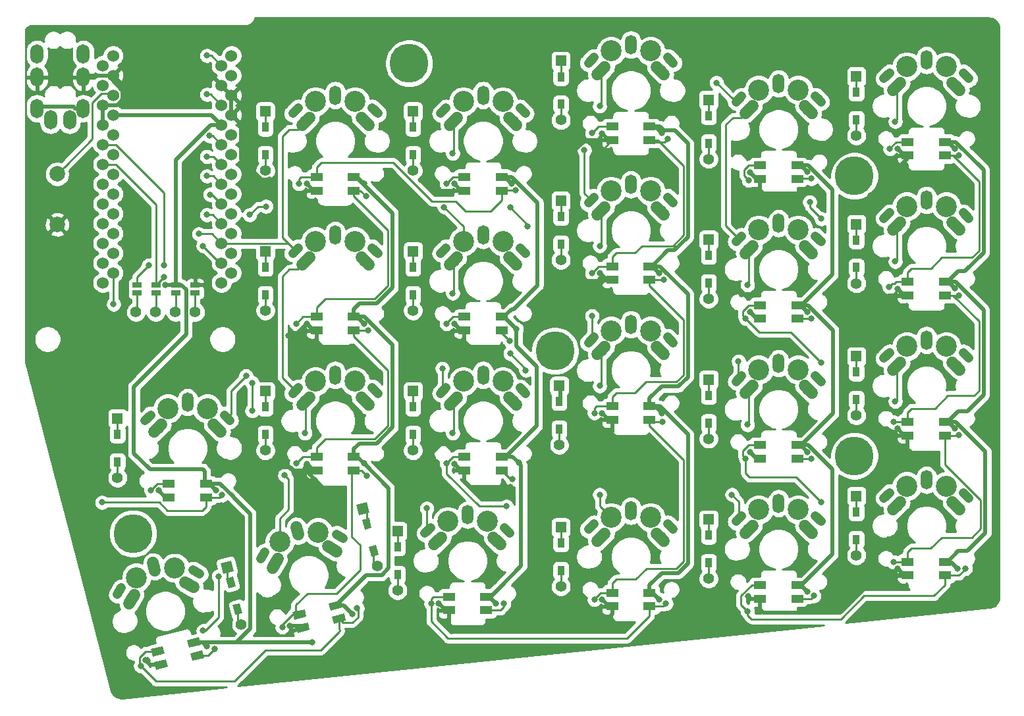
<source format=gbr>
G04 #@! TF.GenerationSoftware,KiCad,Pcbnew,(5.1.0)-1*
G04 #@! TF.CreationDate,2019-06-25T22:33:02+09:00*
G04 #@! TF.ProjectId,lunchbox52,6c756e63-6862-46f7-9835-322e6b696361,rev?*
G04 #@! TF.SameCoordinates,Original*
G04 #@! TF.FileFunction,Copper,L2,Bot*
G04 #@! TF.FilePolarity,Positive*
%FSLAX46Y46*%
G04 Gerber Fmt 4.6, Leading zero omitted, Abs format (unit mm)*
G04 Created by KiCad (PCBNEW (5.1.0)-1) date 2019-06-25 22:33:02*
%MOMM*%
%LPD*%
G04 APERTURE LIST*
%ADD10O,1.500000X2.500000*%
%ADD11C,1.200000*%
%ADD12C,1.200000*%
%ADD13C,1.500000*%
%ADD14C,1.500000*%
%ADD15C,2.700000*%
%ADD16R,0.950000X1.300000*%
%ADD17R,1.397000X1.397000*%
%ADD18C,1.397000*%
%ADD19C,5.000000*%
%ADD20O,1.700000X2.500000*%
%ADD21C,0.100000*%
%ADD22C,0.950000*%
%ADD23R,1.143000X0.635000*%
%ADD24R,1.600000X1.000000*%
%ADD25C,1.000000*%
%ADD26C,1.524000*%
%ADD27C,2.000000*%
%ADD28C,0.800000*%
%ADD29C,0.250000*%
%ADD30C,0.500000*%
%ADD31C,0.254000*%
G04 APERTURE END LIST*
D10*
X152000000Y-115600000D03*
D11*
X157100000Y-117600000D03*
D12*
X156746447Y-117246447D02*
X157453553Y-117953553D01*
D11*
X146900000Y-117600000D03*
D12*
X146546447Y-117953553D02*
X147253553Y-117246447D01*
D13*
X148190000Y-118960000D03*
D14*
X147730381Y-119419619D02*
X148649619Y-118500381D01*
D13*
X155810000Y-118960000D03*
D14*
X155350381Y-118500381D02*
X156269619Y-119419619D01*
D15*
X149460000Y-116420000D03*
X154540000Y-116420000D03*
D16*
X161800000Y-122575000D03*
X161800000Y-119025000D03*
D17*
X161800000Y-116990000D03*
D18*
X161800000Y-124610000D03*
D19*
X199750000Y-126000000D03*
X199750000Y-90000000D03*
X161250000Y-112500000D03*
X142500000Y-75500000D03*
X107000000Y-136000000D03*
D20*
X96400000Y-82800000D03*
X100600000Y-81300000D03*
X100600000Y-77300000D03*
X100600000Y-74300000D03*
X94650000Y-77300000D03*
X94650000Y-74300000D03*
X98850000Y-82800000D03*
X94650000Y-81300000D03*
D16*
X143000000Y-105275000D03*
X143000000Y-101725000D03*
D17*
X143000000Y-99690000D03*
D18*
X143000000Y-107310000D03*
D16*
X105000000Y-126775000D03*
X105000000Y-123225000D03*
D17*
X105000000Y-121190000D03*
D18*
X105000000Y-128810000D03*
X120921722Y-147696827D03*
X119078278Y-140303173D03*
D21*
G36*
X118231544Y-139794404D02*
G01*
X119587047Y-139456439D01*
X119925012Y-140811942D01*
X118569509Y-141149907D01*
X118231544Y-139794404D01*
X118231544Y-139794404D01*
G37*
D22*
X119570589Y-142277725D03*
D21*
G36*
X118952449Y-141761946D02*
G01*
X119874230Y-141532120D01*
X120188729Y-142793504D01*
X119266948Y-143023330D01*
X118952449Y-141761946D01*
X118952449Y-141761946D01*
G37*
D22*
X120429411Y-145722275D03*
D21*
G36*
X119811271Y-145206496D02*
G01*
X120733052Y-144976670D01*
X121047551Y-146238054D01*
X120125770Y-146467880D01*
X119811271Y-145206496D01*
X119811271Y-145206496D01*
G37*
D18*
X124000000Y-89310000D03*
D17*
X124000000Y-81690000D03*
D16*
X124000000Y-83725000D03*
X124000000Y-87275000D03*
D18*
X124000000Y-107310000D03*
D17*
X124000000Y-99690000D03*
D16*
X124000000Y-101725000D03*
X124000000Y-105275000D03*
D18*
X124000000Y-125310000D03*
D17*
X124000000Y-117690000D03*
D16*
X124000000Y-119725000D03*
X124000000Y-123275000D03*
D18*
X138421722Y-140196827D03*
X136578278Y-132803173D03*
D21*
G36*
X135731544Y-132294404D02*
G01*
X137087047Y-131956439D01*
X137425012Y-133311942D01*
X136069509Y-133649907D01*
X135731544Y-132294404D01*
X135731544Y-132294404D01*
G37*
D22*
X137070589Y-134777725D03*
D21*
G36*
X136452449Y-134261946D02*
G01*
X137374230Y-134032120D01*
X137688729Y-135293504D01*
X136766948Y-135523330D01*
X136452449Y-134261946D01*
X136452449Y-134261946D01*
G37*
D22*
X137929411Y-138222275D03*
D21*
G36*
X137311271Y-137706496D02*
G01*
X138233052Y-137476670D01*
X138547551Y-138738054D01*
X137625770Y-138967880D01*
X137311271Y-137706496D01*
X137311271Y-137706496D01*
G37*
D18*
X143000000Y-89310000D03*
D17*
X143000000Y-81690000D03*
D16*
X143000000Y-83725000D03*
X143000000Y-87275000D03*
X143000000Y-123275000D03*
X143000000Y-119725000D03*
D17*
X143000000Y-117690000D03*
D18*
X143000000Y-125310000D03*
D16*
X141000000Y-141275000D03*
X141000000Y-137725000D03*
D17*
X141000000Y-135690000D03*
D18*
X141000000Y-143310000D03*
D16*
X162000000Y-80775000D03*
X162000000Y-77225000D03*
D17*
X162000000Y-75190000D03*
D18*
X162000000Y-82810000D03*
D16*
X162000000Y-98775000D03*
X162000000Y-95225000D03*
D17*
X162000000Y-93190000D03*
D18*
X162000000Y-100810000D03*
X162000000Y-142810000D03*
D17*
X162000000Y-135190000D03*
D16*
X162000000Y-137225000D03*
X162000000Y-140775000D03*
X181000000Y-85775000D03*
X181000000Y-82225000D03*
D17*
X181000000Y-80190000D03*
D18*
X181000000Y-87810000D03*
X181000000Y-105810000D03*
D17*
X181000000Y-98190000D03*
D16*
X181000000Y-100225000D03*
X181000000Y-103775000D03*
D18*
X181000000Y-123810000D03*
D17*
X181000000Y-116190000D03*
D16*
X181000000Y-118225000D03*
X181000000Y-121775000D03*
X181000000Y-139775000D03*
X181000000Y-136225000D03*
D17*
X181000000Y-134190000D03*
D18*
X181000000Y-141810000D03*
D16*
X200000000Y-82775000D03*
X200000000Y-79225000D03*
D17*
X200000000Y-77190000D03*
D18*
X200000000Y-84810000D03*
X200000000Y-103810000D03*
D17*
X200000000Y-96190000D03*
D16*
X200000000Y-98225000D03*
X200000000Y-101775000D03*
D18*
X200000000Y-120810000D03*
D17*
X200000000Y-113190000D03*
D16*
X200000000Y-115225000D03*
X200000000Y-118775000D03*
X200000000Y-136775000D03*
X200000000Y-133225000D03*
D17*
X200000000Y-131190000D03*
D18*
X200000000Y-138810000D03*
X115000000Y-107500000D03*
X112460000Y-107500000D03*
X109920000Y-107500000D03*
X107380000Y-107500000D03*
D23*
X107500000Y-103999620D03*
X107500000Y-105000380D03*
X110000000Y-105000380D03*
X110000000Y-103999620D03*
X112500000Y-103999620D03*
X112500000Y-105000380D03*
X115000000Y-105000380D03*
X115000000Y-103999620D03*
D24*
X116400000Y-131335000D03*
X116400000Y-129585000D03*
X111600000Y-129585000D03*
X111600000Y-131335000D03*
D25*
X110583539Y-152862020D03*
D21*
G36*
X109928263Y-153540705D02*
G01*
X109686341Y-152570410D01*
X111238815Y-152183335D01*
X111480737Y-153153630D01*
X109928263Y-153540705D01*
X109928263Y-153540705D01*
G37*
D25*
X110160176Y-151164003D03*
D21*
G36*
X109504900Y-151842688D02*
G01*
X109262978Y-150872393D01*
X110815452Y-150485318D01*
X111057374Y-151455613D01*
X109504900Y-151842688D01*
X109504900Y-151842688D01*
G37*
D25*
X114817595Y-150002778D03*
D21*
G36*
X114162319Y-150681463D02*
G01*
X113920397Y-149711168D01*
X115472871Y-149324093D01*
X115714793Y-150294388D01*
X114162319Y-150681463D01*
X114162319Y-150681463D01*
G37*
D25*
X115240958Y-151700795D03*
D21*
G36*
X114585682Y-152379480D02*
G01*
X114343760Y-151409185D01*
X115896234Y-151022110D01*
X116138156Y-151992405D01*
X114585682Y-152379480D01*
X114585682Y-152379480D01*
G37*
D24*
X130600000Y-91875000D03*
X130600000Y-90125000D03*
X135400000Y-90125000D03*
X135400000Y-91875000D03*
X135400000Y-109875000D03*
X135400000Y-108125000D03*
X130600000Y-108125000D03*
X130600000Y-109875000D03*
X130600000Y-127875000D03*
X130600000Y-126125000D03*
X135400000Y-126125000D03*
X135400000Y-127875000D03*
D25*
X133490958Y-146950795D03*
D21*
G36*
X132835682Y-147629480D02*
G01*
X132593760Y-146659185D01*
X134146234Y-146272110D01*
X134388156Y-147242405D01*
X132835682Y-147629480D01*
X132835682Y-147629480D01*
G37*
D25*
X133067595Y-145252778D03*
D21*
G36*
X132412319Y-145931463D02*
G01*
X132170397Y-144961168D01*
X133722871Y-144574093D01*
X133964793Y-145544388D01*
X132412319Y-145931463D01*
X132412319Y-145931463D01*
G37*
D25*
X128410176Y-146414003D03*
D21*
G36*
X127754900Y-147092688D02*
G01*
X127512978Y-146122393D01*
X129065452Y-145735318D01*
X129307374Y-146705613D01*
X127754900Y-147092688D01*
X127754900Y-147092688D01*
G37*
D25*
X128833539Y-148112020D03*
D21*
G36*
X128178263Y-148790705D02*
G01*
X127936341Y-147820410D01*
X129488815Y-147433335D01*
X129730737Y-148403630D01*
X128178263Y-148790705D01*
X128178263Y-148790705D01*
G37*
D24*
X154400000Y-91875000D03*
X154400000Y-90125000D03*
X149600000Y-90125000D03*
X149600000Y-91875000D03*
X149600000Y-109875000D03*
X149600000Y-108125000D03*
X154400000Y-108125000D03*
X154400000Y-109875000D03*
X154400000Y-127875000D03*
X154400000Y-126125000D03*
X149600000Y-126125000D03*
X149600000Y-127875000D03*
X147600000Y-145875000D03*
X147600000Y-144125000D03*
X152400000Y-144125000D03*
X152400000Y-145875000D03*
X173400000Y-85375000D03*
X173400000Y-83625000D03*
X168600000Y-83625000D03*
X168600000Y-85375000D03*
X168600000Y-103375000D03*
X168600000Y-101625000D03*
X173400000Y-101625000D03*
X173400000Y-103375000D03*
X173400000Y-121375000D03*
X173400000Y-119625000D03*
X168600000Y-119625000D03*
X168600000Y-121375000D03*
X168600000Y-145375000D03*
X168600000Y-143625000D03*
X173400000Y-143625000D03*
X173400000Y-145375000D03*
X187600000Y-90375000D03*
X187600000Y-88625000D03*
X192400000Y-88625000D03*
X192400000Y-90375000D03*
X192400000Y-108375000D03*
X192400000Y-106625000D03*
X187600000Y-106625000D03*
X187600000Y-108375000D03*
X187600000Y-126375000D03*
X187600000Y-124625000D03*
X192400000Y-124625000D03*
X192400000Y-126375000D03*
X192400000Y-144375000D03*
X192400000Y-142625000D03*
X187600000Y-142625000D03*
X187600000Y-144375000D03*
X206600000Y-87375000D03*
X206600000Y-85625000D03*
X211400000Y-85625000D03*
X211400000Y-87375000D03*
X211400000Y-105375000D03*
X211400000Y-103625000D03*
X206600000Y-103625000D03*
X206600000Y-105375000D03*
X206600000Y-123375000D03*
X206600000Y-121625000D03*
X211400000Y-121625000D03*
X211400000Y-123375000D03*
X211400000Y-141375000D03*
X211400000Y-139625000D03*
X206600000Y-139625000D03*
X206600000Y-141375000D03*
D26*
X104436400Y-74522000D03*
X104436400Y-77062000D03*
X104436400Y-79602000D03*
X104436400Y-82142000D03*
X104436400Y-84682000D03*
X104436400Y-87222000D03*
X104436400Y-89762000D03*
X104436400Y-92302000D03*
X104436400Y-94842000D03*
X104436400Y-97382000D03*
X104436400Y-99922000D03*
X104436400Y-102462000D03*
X119656400Y-102462000D03*
X119656400Y-99922000D03*
X119656400Y-97382000D03*
X119656400Y-94842000D03*
X119656400Y-92302000D03*
X119656400Y-89762000D03*
X119656400Y-87222000D03*
X119656400Y-84682000D03*
X119656400Y-82142000D03*
X119656400Y-79602000D03*
X119656400Y-77062000D03*
X119656400Y-74522000D03*
X103110000Y-75792000D03*
X103110000Y-78332000D03*
X103110000Y-80872000D03*
X103110000Y-83412000D03*
X103110000Y-85952000D03*
X103110000Y-88492000D03*
X103110000Y-91032000D03*
X103110000Y-93572000D03*
X103110000Y-96112000D03*
X103110000Y-98652000D03*
X103110000Y-101192000D03*
X103110000Y-103732000D03*
X118350000Y-103732000D03*
X118350000Y-101192000D03*
X118350000Y-98652000D03*
X118350000Y-96112000D03*
X118350000Y-93572000D03*
X118350000Y-91032000D03*
X118350000Y-88492000D03*
X118350000Y-85952000D03*
X118350000Y-83412000D03*
X118350000Y-80872000D03*
X118350000Y-78332000D03*
X118350000Y-75792000D03*
D27*
X97250000Y-89750000D03*
X97250000Y-96250000D03*
D10*
X114000000Y-119101560D03*
D11*
X119100000Y-121101560D03*
D12*
X118746447Y-120748007D02*
X119453553Y-121455113D01*
D11*
X108900000Y-121101560D03*
D12*
X108546447Y-121455113D02*
X109253553Y-120748007D01*
D13*
X110190000Y-122461560D03*
D14*
X109730381Y-122921179D02*
X110649619Y-122001941D01*
D13*
X117810000Y-122461560D03*
D14*
X117350381Y-122001941D02*
X118269619Y-122921179D01*
D15*
X111460000Y-119921560D03*
X116540000Y-119921560D03*
X112362716Y-140427798D03*
X107433614Y-141656761D03*
D13*
X114209473Y-142585108D03*
D14*
X113652314Y-142250333D02*
X114766632Y-142919883D01*
D13*
X106815820Y-144428553D03*
D14*
X106481045Y-144985712D02*
X107150595Y-143871394D01*
D11*
X105235124Y-143421030D03*
D12*
X104977605Y-143849614D02*
X105492643Y-142992446D01*
D11*
X115132141Y-140953427D03*
D12*
X114703557Y-140695908D02*
X115560725Y-141210946D01*
D13*
X109699789Y-140246637D03*
D14*
X109820750Y-140731785D02*
X109578828Y-139761489D01*
D10*
X133000000Y-79600000D03*
D11*
X138100000Y-81600000D03*
D12*
X137746447Y-81246447D02*
X138453553Y-81953553D01*
D11*
X127900000Y-81600000D03*
D12*
X127546447Y-81953553D02*
X128253553Y-81246447D01*
D13*
X129190000Y-82960000D03*
D14*
X128730381Y-83419619D02*
X129649619Y-82500381D01*
D13*
X136810000Y-82960000D03*
D14*
X136350381Y-82500381D02*
X137269619Y-83419619D01*
D15*
X130460000Y-80420000D03*
X135540000Y-80420000D03*
X135540000Y-98420000D03*
X130460000Y-98420000D03*
D13*
X136810000Y-100960000D03*
D14*
X136350381Y-100500381D02*
X137269619Y-101419619D01*
D13*
X129190000Y-100960000D03*
D14*
X128730381Y-101419619D02*
X129649619Y-100500381D01*
D11*
X127900000Y-99600000D03*
D12*
X127546447Y-99953553D02*
X128253553Y-99246447D01*
D11*
X138100000Y-99600000D03*
D12*
X137746447Y-99246447D02*
X138453553Y-99953553D01*
D10*
X133000000Y-97600000D03*
X133000000Y-115600000D03*
D11*
X138100000Y-117600000D03*
D12*
X137746447Y-117246447D02*
X138453553Y-117953553D01*
D11*
X127900000Y-117600000D03*
D12*
X127546447Y-117953553D02*
X128253553Y-117246447D01*
D13*
X129190000Y-118960000D03*
D14*
X128730381Y-119419619D02*
X129649619Y-118500381D01*
D13*
X136810000Y-118960000D03*
D14*
X136350381Y-118500381D02*
X137269619Y-119419619D01*
D15*
X130460000Y-116420000D03*
X135540000Y-116420000D03*
X130798334Y-135831282D03*
X125869232Y-137060245D03*
D13*
X132645091Y-137988592D03*
D14*
X132087932Y-137653817D02*
X133202250Y-138323367D01*
D13*
X125251438Y-139832037D03*
D14*
X124916663Y-140389196D02*
X125586213Y-139274878D01*
D11*
X123670742Y-138824514D03*
D12*
X123413223Y-139253098D02*
X123928261Y-138395930D01*
D11*
X133567759Y-136356911D03*
D12*
X133139175Y-136099392D02*
X133996343Y-136614430D01*
D13*
X128135407Y-135650121D03*
D14*
X128256368Y-136135269D02*
X128014446Y-135164973D01*
D10*
X152000000Y-79600000D03*
D11*
X157100000Y-81600000D03*
D12*
X156746447Y-81246447D02*
X157453553Y-81953553D01*
D11*
X146900000Y-81600000D03*
D12*
X146546447Y-81953553D02*
X147253553Y-81246447D01*
D13*
X148190000Y-82960000D03*
D14*
X147730381Y-83419619D02*
X148649619Y-82500381D01*
D13*
X155810000Y-82960000D03*
D14*
X155350381Y-82500381D02*
X156269619Y-83419619D01*
D15*
X149460000Y-80420000D03*
X154540000Y-80420000D03*
X154540000Y-98420000D03*
X149460000Y-98420000D03*
D13*
X155810000Y-100960000D03*
D14*
X155350381Y-100500381D02*
X156269619Y-101419619D01*
D13*
X148190000Y-100960000D03*
D14*
X147730381Y-101419619D02*
X148649619Y-100500381D01*
D11*
X146900000Y-99600000D03*
D12*
X146546447Y-99953553D02*
X147253553Y-99246447D01*
D11*
X157100000Y-99600000D03*
D12*
X156746447Y-99246447D02*
X157453553Y-99953553D01*
D10*
X152000000Y-97600000D03*
D15*
X152540000Y-134420000D03*
X147460000Y-134420000D03*
D13*
X153810000Y-136960000D03*
D14*
X153350381Y-136500381D02*
X154269619Y-137419619D01*
D13*
X146190000Y-136960000D03*
D14*
X145730381Y-137419619D02*
X146649619Y-136500381D01*
D11*
X144900000Y-135600000D03*
D12*
X144546447Y-135953553D02*
X145253553Y-135246447D01*
D11*
X155100000Y-135600000D03*
D12*
X154746447Y-135246447D02*
X155453553Y-135953553D01*
D10*
X150000000Y-133600000D03*
X171000000Y-73100000D03*
D11*
X176100000Y-75100000D03*
D12*
X175746447Y-74746447D02*
X176453553Y-75453553D01*
D11*
X165900000Y-75100000D03*
D12*
X165546447Y-75453553D02*
X166253553Y-74746447D01*
D13*
X167190000Y-76460000D03*
D14*
X166730381Y-76919619D02*
X167649619Y-76000381D01*
D13*
X174810000Y-76460000D03*
D14*
X174350381Y-76000381D02*
X175269619Y-76919619D01*
D15*
X168460000Y-73920000D03*
X173540000Y-73920000D03*
X173540000Y-91920000D03*
X168460000Y-91920000D03*
D13*
X174810000Y-94460000D03*
D14*
X174350381Y-94000381D02*
X175269619Y-94919619D01*
D13*
X167190000Y-94460000D03*
D14*
X166730381Y-94919619D02*
X167649619Y-94000381D01*
D11*
X165900000Y-93100000D03*
D12*
X165546447Y-93453553D02*
X166253553Y-92746447D01*
D11*
X176100000Y-93100000D03*
D12*
X175746447Y-92746447D02*
X176453553Y-93453553D01*
D10*
X171000000Y-91100000D03*
D15*
X173540000Y-109920000D03*
X168460000Y-109920000D03*
D13*
X174810000Y-112460000D03*
D14*
X174350381Y-112000381D02*
X175269619Y-112919619D01*
D13*
X167190000Y-112460000D03*
D14*
X166730381Y-112919619D02*
X167649619Y-112000381D01*
D11*
X165900000Y-111100000D03*
D12*
X165546447Y-111453553D02*
X166253553Y-110746447D01*
D11*
X176100000Y-111100000D03*
D12*
X175746447Y-110746447D02*
X176453553Y-111453553D01*
D10*
X171000000Y-109100000D03*
X171000000Y-133100000D03*
D11*
X176100000Y-135100000D03*
D12*
X175746447Y-134746447D02*
X176453553Y-135453553D01*
D11*
X165900000Y-135100000D03*
D12*
X165546447Y-135453553D02*
X166253553Y-134746447D01*
D13*
X167190000Y-136460000D03*
D14*
X166730381Y-136919619D02*
X167649619Y-136000381D01*
D13*
X174810000Y-136460000D03*
D14*
X174350381Y-136000381D02*
X175269619Y-136919619D01*
D15*
X168460000Y-133920000D03*
X173540000Y-133920000D03*
D10*
X190000000Y-78100000D03*
D11*
X195100000Y-80100000D03*
D12*
X194746447Y-79746447D02*
X195453553Y-80453553D01*
D11*
X184900000Y-80100000D03*
D12*
X184546447Y-80453553D02*
X185253553Y-79746447D01*
D13*
X186190000Y-81460000D03*
D14*
X185730381Y-81919619D02*
X186649619Y-81000381D01*
D13*
X193810000Y-81460000D03*
D14*
X193350381Y-81000381D02*
X194269619Y-81919619D01*
D15*
X187460000Y-78920000D03*
X192540000Y-78920000D03*
X192540000Y-96920000D03*
X187460000Y-96920000D03*
D13*
X193810000Y-99460000D03*
D14*
X193350381Y-99000381D02*
X194269619Y-99919619D01*
D13*
X186190000Y-99460000D03*
D14*
X185730381Y-99919619D02*
X186649619Y-99000381D01*
D11*
X184900000Y-98100000D03*
D12*
X184546447Y-98453553D02*
X185253553Y-97746447D01*
D11*
X195100000Y-98100000D03*
D12*
X194746447Y-97746447D02*
X195453553Y-98453553D01*
D10*
X190000000Y-96100000D03*
X190000000Y-114100000D03*
D11*
X195100000Y-116100000D03*
D12*
X194746447Y-115746447D02*
X195453553Y-116453553D01*
D11*
X184900000Y-116100000D03*
D12*
X184546447Y-116453553D02*
X185253553Y-115746447D01*
D13*
X186190000Y-117460000D03*
D14*
X185730381Y-117919619D02*
X186649619Y-117000381D01*
D13*
X193810000Y-117460000D03*
D14*
X193350381Y-117000381D02*
X194269619Y-117919619D01*
D15*
X187460000Y-114920000D03*
X192540000Y-114920000D03*
X192540000Y-132920000D03*
X187460000Y-132920000D03*
D13*
X193810000Y-135460000D03*
D14*
X193350381Y-135000381D02*
X194269619Y-135919619D01*
D13*
X186190000Y-135460000D03*
D14*
X185730381Y-135919619D02*
X186649619Y-135000381D01*
D11*
X184900000Y-134100000D03*
D12*
X184546447Y-134453553D02*
X185253553Y-133746447D01*
D11*
X195100000Y-134100000D03*
D12*
X194746447Y-133746447D02*
X195453553Y-134453553D01*
D10*
X190000000Y-132100000D03*
X209000000Y-75100000D03*
D11*
X214100000Y-77100000D03*
D12*
X213746447Y-76746447D02*
X214453553Y-77453553D01*
D11*
X203900000Y-77100000D03*
D12*
X203546447Y-77453553D02*
X204253553Y-76746447D01*
D13*
X205190000Y-78460000D03*
D14*
X204730381Y-78919619D02*
X205649619Y-78000381D01*
D13*
X212810000Y-78460000D03*
D14*
X212350381Y-78000381D02*
X213269619Y-78919619D01*
D15*
X206460000Y-75920000D03*
X211540000Y-75920000D03*
X211540000Y-93920000D03*
X206460000Y-93920000D03*
D13*
X212810000Y-96460000D03*
D14*
X212350381Y-96000381D02*
X213269619Y-96919619D01*
D13*
X205190000Y-96460000D03*
D14*
X204730381Y-96919619D02*
X205649619Y-96000381D01*
D11*
X203900000Y-95100000D03*
D12*
X203546447Y-95453553D02*
X204253553Y-94746447D01*
D11*
X214100000Y-95100000D03*
D12*
X213746447Y-94746447D02*
X214453553Y-95453553D01*
D10*
X209000000Y-93100000D03*
D15*
X211540000Y-111920000D03*
X206460000Y-111920000D03*
D13*
X212810000Y-114460000D03*
D14*
X212350381Y-114000381D02*
X213269619Y-114919619D01*
D13*
X205190000Y-114460000D03*
D14*
X204730381Y-114919619D02*
X205649619Y-114000381D01*
D11*
X203900000Y-113100000D03*
D12*
X203546447Y-113453553D02*
X204253553Y-112746447D01*
D11*
X214100000Y-113100000D03*
D12*
X213746447Y-112746447D02*
X214453553Y-113453553D01*
D10*
X209000000Y-111100000D03*
X209000000Y-129100000D03*
D11*
X214100000Y-131100000D03*
D12*
X213746447Y-130746447D02*
X214453553Y-131453553D01*
D11*
X203900000Y-131100000D03*
D12*
X203546447Y-131453553D02*
X204253553Y-130746447D01*
D13*
X205190000Y-132460000D03*
D14*
X204730381Y-132919619D02*
X205649619Y-132000381D01*
D13*
X212810000Y-132460000D03*
D14*
X212350381Y-132000381D02*
X213269619Y-132919619D01*
D15*
X206460000Y-129920000D03*
X211540000Y-129920000D03*
D28*
X122300000Y-116600000D03*
X122300000Y-120200000D03*
X111171502Y-104000000D03*
X111171502Y-104000000D03*
X156287500Y-109712500D03*
X156585882Y-126914118D03*
X130000000Y-150000000D03*
X153679778Y-144985299D03*
X136679778Y-90985299D03*
X117679778Y-130445299D03*
X116500000Y-150500000D03*
X135199415Y-146388111D03*
X136679598Y-126985539D03*
X136679778Y-108985299D03*
X155679778Y-90985299D03*
X175000000Y-84500000D03*
X174679778Y-102485299D03*
X175000000Y-120500000D03*
X174679778Y-144485299D03*
X193679778Y-89485299D03*
X193679778Y-107485299D03*
X193679778Y-125485299D03*
X193679778Y-143485299D03*
X213000000Y-140500000D03*
X212679778Y-122485299D03*
X212679778Y-104485299D03*
X212679778Y-86485299D03*
X116487347Y-77487347D03*
X186100153Y-144100153D03*
X167025306Y-102500000D03*
X148320222Y-91014701D03*
X148320222Y-109014701D03*
X148320222Y-127014701D03*
X146320222Y-145014701D03*
X205320222Y-104514701D03*
X167320222Y-84514701D03*
X167320222Y-144514701D03*
X167320222Y-120514701D03*
X129320222Y-91014701D03*
X129320222Y-109014701D03*
X129320222Y-127014701D03*
X108607536Y-152255013D03*
X110320222Y-130474701D03*
X120500000Y-127460000D03*
X155500000Y-130000000D03*
X163649989Y-127833013D03*
X127000000Y-110500000D03*
X124000000Y-113000000D03*
X113500000Y-113000000D03*
X148000000Y-124500000D03*
X133000000Y-130500000D03*
X143000000Y-128073998D03*
X124502993Y-90507124D03*
X205320222Y-122514701D03*
X127179669Y-147907870D03*
X205320222Y-140514701D03*
X205320222Y-86514701D03*
X186320222Y-89514701D03*
X186320222Y-107514701D03*
X148000000Y-148575010D03*
X186320222Y-125514701D03*
X184679999Y-126969991D03*
X183000000Y-127000000D03*
X163500000Y-87000000D03*
X145000000Y-91000000D03*
X135000000Y-112000000D03*
X142500000Y-112000000D03*
X154500000Y-112000000D03*
X164000000Y-105000000D03*
X166000000Y-105000000D03*
X183455684Y-104953325D03*
X185252820Y-105206801D03*
X201500000Y-108000000D03*
X202000000Y-129500000D03*
X201850001Y-92500000D03*
X195500000Y-92000000D03*
X167000000Y-86500000D03*
X178000000Y-82000000D03*
X111000000Y-103000000D03*
X109000000Y-101500000D03*
X111000000Y-101500000D03*
X118469334Y-131058978D03*
X103000000Y-132000000D03*
X118000000Y-141500000D03*
X116000000Y-148500000D03*
X109320380Y-130456781D03*
X117500000Y-150852778D03*
X107975544Y-153029989D03*
X135811732Y-145597496D03*
X128320380Y-90996781D03*
X156207669Y-91834752D03*
X128000000Y-109000000D03*
X136936459Y-92563541D03*
X128000000Y-127000000D03*
X137208037Y-109834384D03*
X126188729Y-148042193D03*
X137049067Y-128557090D03*
X155500000Y-94049990D03*
X157750000Y-96500000D03*
X155437500Y-111250000D03*
X147320380Y-90996781D03*
X155500000Y-112849981D03*
X157500000Y-115000000D03*
X155750000Y-129000000D03*
X147320380Y-108996781D03*
X155000000Y-132500000D03*
X147320380Y-126996781D03*
X154679620Y-145003219D03*
X145320380Y-144996781D03*
X175534752Y-145007670D03*
X166000000Y-84500000D03*
X194208037Y-90334384D03*
X166000000Y-102500000D03*
X175707108Y-85207108D03*
X166320380Y-120496781D03*
X175208037Y-103334384D03*
X166320380Y-144496781D03*
X175101041Y-121601041D03*
X194208037Y-108334384D03*
X194000000Y-93349981D03*
X195500000Y-95500000D03*
X186154941Y-90551503D03*
X194208037Y-126334384D03*
X185769469Y-108349372D03*
X195500000Y-114000000D03*
X194526819Y-144016829D03*
X185769469Y-126349372D03*
X195500000Y-132000000D03*
X186000000Y-146000000D03*
X214000000Y-140500000D03*
X204320380Y-86496781D03*
X204222040Y-104277960D03*
X213208037Y-87334384D03*
X204791963Y-121665616D03*
X213208037Y-105334384D03*
X204791963Y-139665616D03*
X213208037Y-123334384D03*
X116500000Y-79500000D03*
X121526499Y-115705571D03*
X116000000Y-99000000D03*
X129092154Y-123092154D03*
X115450846Y-97450846D03*
X126500000Y-128500000D03*
X148092154Y-105092154D03*
X146762347Y-114762347D03*
X148092154Y-123092154D03*
X144762347Y-132762347D03*
X148092154Y-87092154D03*
X147000000Y-94000000D03*
X122000000Y-95000000D03*
X124080858Y-93919142D03*
X116487347Y-94987347D03*
X167000000Y-99000000D03*
X166000000Y-108000000D03*
X167000000Y-81000000D03*
X167000000Y-117000000D03*
X167000000Y-131000000D03*
X116893966Y-92393966D03*
X165019539Y-86682543D03*
X186000000Y-122000000D03*
X184000000Y-131000000D03*
X182000000Y-78000000D03*
X116500000Y-90000000D03*
X184833265Y-113833265D03*
X186000000Y-104000000D03*
X205000000Y-83000000D03*
X205000000Y-101000000D03*
X205000000Y-119000000D03*
X116500000Y-87500000D03*
X116500000Y-74500000D03*
X116833966Y-84833966D03*
X104500000Y-106500000D03*
D29*
X105000000Y-123225000D02*
X105000000Y-121190000D01*
X124000000Y-119725000D02*
X124000000Y-117690000D01*
X143000000Y-119725000D02*
X143000000Y-117690000D01*
X181000000Y-118225000D02*
X181000000Y-116190000D01*
X200000000Y-113190000D02*
X200000000Y-115225000D01*
X162000000Y-116775000D02*
X162000000Y-118810000D01*
X161800000Y-119025000D02*
X161800000Y-116990000D01*
X105000000Y-126775000D02*
X105000000Y-128810000D01*
X122300000Y-116600000D02*
X122300000Y-117165685D01*
X122300000Y-117165685D02*
X122300000Y-120200000D01*
X119078278Y-141785414D02*
X119570589Y-142277725D01*
X119078278Y-140303173D02*
X119078278Y-141785414D01*
X137070589Y-133295484D02*
X136578278Y-132803173D01*
X137070589Y-134777725D02*
X137070589Y-133295484D01*
X141000000Y-137725000D02*
X141000000Y-135690000D01*
X162000000Y-135190000D02*
X162000000Y-137225000D01*
X181000000Y-136225000D02*
X181000000Y-134190000D01*
X200000000Y-131190000D02*
X200000000Y-133225000D01*
X120429411Y-147204516D02*
X120921722Y-147696827D01*
X120429411Y-145722275D02*
X120429411Y-147204516D01*
X124000000Y-87275000D02*
X124000000Y-89310000D01*
X124000000Y-81690000D02*
X124000000Y-83725000D01*
X143000000Y-83725000D02*
X143000000Y-81690000D01*
X162000000Y-77225000D02*
X162000000Y-75190000D01*
X181000000Y-82225000D02*
X181000000Y-80190000D01*
X200000000Y-79225000D02*
X200000000Y-77190000D01*
X124000000Y-105275000D02*
X124000000Y-107310000D01*
X124000000Y-99690000D02*
X124000000Y-101725000D01*
X143000000Y-101725000D02*
X143000000Y-99690000D01*
X162000000Y-93190000D02*
X162000000Y-95225000D01*
X181000000Y-100225000D02*
X181000000Y-98190000D01*
X200000000Y-96190000D02*
X200000000Y-98225000D01*
X124000000Y-123275000D02*
X124000000Y-125310000D01*
X137929411Y-139704516D02*
X138421722Y-140196827D01*
X137929411Y-138222275D02*
X137929411Y-139704516D01*
X143000000Y-87275000D02*
X143000000Y-89310000D01*
X143000000Y-105275000D02*
X143000000Y-107310000D01*
X143000000Y-123275000D02*
X143000000Y-125310000D01*
X141000000Y-141275000D02*
X141000000Y-143310000D01*
X162000000Y-80775000D02*
X162000000Y-82810000D01*
X162000000Y-98775000D02*
X162000000Y-100810000D01*
X161800000Y-122575000D02*
X161800000Y-124610000D01*
X162000000Y-140775000D02*
X162000000Y-142810000D01*
X181000000Y-85775000D02*
X181000000Y-87810000D01*
X181000000Y-103775000D02*
X181000000Y-105810000D01*
X181000000Y-121775000D02*
X181000000Y-123810000D01*
X181000000Y-139775000D02*
X181000000Y-141810000D01*
X200000000Y-82775000D02*
X200000000Y-84810000D01*
X200000000Y-101775000D02*
X200000000Y-103810000D01*
X200000000Y-118775000D02*
X200000000Y-120810000D01*
X200000000Y-136775000D02*
X200000000Y-138810000D01*
D30*
X117080000Y-82142000D02*
X118350000Y-83412000D01*
X104436400Y-82142000D02*
X117080000Y-82142000D01*
X117272370Y-83412000D02*
X118350000Y-83412000D01*
X116997930Y-83412000D02*
X117272370Y-83412000D01*
X112500000Y-87909930D02*
X116997930Y-83412000D01*
X112500000Y-103999620D02*
X112500000Y-87909930D01*
X111171882Y-103999620D02*
X111171502Y-104000000D01*
X112500000Y-103999620D02*
X111171882Y-103999620D01*
X173700000Y-83625000D02*
X173400000Y-83625000D01*
X155700000Y-107125000D02*
X154700000Y-108125000D01*
X155947002Y-107125000D02*
X155700000Y-107125000D01*
X159000000Y-104072002D02*
X155947002Y-107125000D01*
X159000000Y-93425000D02*
X159000000Y-104072002D01*
X154400000Y-90125000D02*
X155700000Y-90125000D01*
X154700000Y-108125000D02*
X154400000Y-108125000D01*
X155700000Y-126125000D02*
X154400000Y-126125000D01*
X155796765Y-126125000D02*
X155700000Y-126125000D01*
X156900001Y-140172001D02*
X156900001Y-127228236D01*
X152400000Y-144125000D02*
X152947002Y-144125000D01*
X135700000Y-108125000D02*
X135400000Y-108125000D01*
X138300177Y-124400011D02*
X140350011Y-122350177D01*
X136124989Y-124400011D02*
X138300177Y-124400011D01*
X135400000Y-125125000D02*
X136124989Y-124400011D01*
X135400000Y-126125000D02*
X135400000Y-125125000D01*
X155700000Y-90125000D02*
X156537500Y-90962500D01*
X156537500Y-90962500D02*
X159000000Y-93425000D01*
X156287500Y-109712500D02*
X154700000Y-108125000D01*
X156900001Y-127228236D02*
X156585882Y-126914118D01*
X156585882Y-126914118D02*
X155796765Y-126125000D01*
X152947002Y-144125000D02*
X154036001Y-143036001D01*
X154036001Y-143036001D02*
X156900001Y-140172001D01*
X156287500Y-110278185D02*
X156287500Y-109712500D01*
X156287500Y-111903502D02*
X156287500Y-110278185D01*
X158900001Y-114516003D02*
X156287500Y-111903502D01*
X158900001Y-122172001D02*
X158900001Y-114516003D01*
X154947002Y-126125000D02*
X158900001Y-122172001D01*
X154400000Y-126125000D02*
X154947002Y-126125000D01*
X94850010Y-81099990D02*
X94650000Y-81300000D01*
X99388481Y-81099990D02*
X94850010Y-81099990D01*
X99588491Y-81300000D02*
X99388481Y-81099990D01*
X100600000Y-81300000D02*
X99588491Y-81300000D01*
X125758002Y-150000000D02*
X130000000Y-150000000D01*
X114817595Y-150002778D02*
X125755224Y-150002778D01*
X125755224Y-150002778D02*
X125758002Y-150000000D01*
X152819479Y-144125000D02*
X152400000Y-144125000D01*
X153679778Y-144985299D02*
X152819479Y-144125000D01*
X135819479Y-90125000D02*
X135400000Y-90125000D01*
X136679778Y-90985299D02*
X135819479Y-90125000D01*
X135400000Y-107125000D02*
X135400000Y-108125000D01*
X135400000Y-90125000D02*
X135700000Y-90125000D01*
X135700000Y-90125000D02*
X140350011Y-94775011D01*
X140350011Y-94775011D02*
X140350011Y-104350177D01*
X140350011Y-104350177D02*
X138300177Y-106400011D01*
X138300177Y-106400011D02*
X136124989Y-106400011D01*
X136124989Y-106400011D02*
X135400000Y-107125000D01*
X116400000Y-129585000D02*
X116819479Y-129585000D01*
X116819479Y-129585000D02*
X117679778Y-130445299D01*
X114817595Y-150002778D02*
X116002778Y-150002778D01*
X116002778Y-150002778D02*
X116500000Y-150500000D01*
X134064082Y-145252778D02*
X133067595Y-145252778D01*
X135199415Y-146388111D02*
X134064082Y-145252778D01*
X135819059Y-126125000D02*
X136679598Y-126985539D01*
X135400000Y-126125000D02*
X135819059Y-126125000D01*
X133798252Y-144522121D02*
X133067595Y-145252778D01*
X136975045Y-141345328D02*
X133798252Y-144522121D01*
X138973003Y-141345328D02*
X136975045Y-141345328D01*
X139851499Y-140466832D02*
X138973003Y-141345328D01*
X139851499Y-130157440D02*
X139851499Y-140466832D01*
X136679598Y-126985539D02*
X139851499Y-130157440D01*
X135819479Y-108125000D02*
X135400000Y-108125000D01*
X136679778Y-108985299D02*
X135819479Y-108125000D01*
X140350011Y-111718356D02*
X140350011Y-113350011D01*
X136756655Y-108125000D02*
X140350011Y-111718356D01*
X135400000Y-108125000D02*
X136756655Y-108125000D01*
X140350011Y-122350177D02*
X140350011Y-113350011D01*
X140350011Y-113350011D02*
X140350011Y-112775011D01*
X154400000Y-90125000D02*
X154819479Y-90125000D01*
X154819479Y-90125000D02*
X155679778Y-90985299D01*
X173400000Y-83625000D02*
X174125000Y-83625000D01*
X174125000Y-83625000D02*
X175000000Y-84500000D01*
X173400000Y-101625000D02*
X173819479Y-101625000D01*
X173819479Y-101625000D02*
X174679778Y-102485299D01*
X173400000Y-119625000D02*
X174125000Y-119625000D01*
X174125000Y-119625000D02*
X175000000Y-120500000D01*
X173400000Y-143625000D02*
X173819479Y-143625000D01*
X173819479Y-143625000D02*
X174679778Y-144485299D01*
X192400000Y-88625000D02*
X192819479Y-88625000D01*
X192819479Y-88625000D02*
X193679778Y-89485299D01*
X192400000Y-106625000D02*
X192819479Y-106625000D01*
X192819479Y-106625000D02*
X193679778Y-107485299D01*
X193700000Y-88625000D02*
X192400000Y-88625000D01*
X193756655Y-88625000D02*
X193700000Y-88625000D01*
X196900001Y-91768346D02*
X193756655Y-88625000D01*
X196900001Y-102672001D02*
X196900001Y-91768346D01*
X192947002Y-106625000D02*
X196900001Y-102672001D01*
X192400000Y-106625000D02*
X192947002Y-106625000D01*
X192400000Y-124625000D02*
X192819479Y-124625000D01*
X192819479Y-124625000D02*
X193679778Y-125485299D01*
X193700000Y-106625000D02*
X192400000Y-106625000D01*
X193756655Y-106625000D02*
X193700000Y-106625000D01*
X197000000Y-109868345D02*
X193756655Y-106625000D01*
X197000000Y-120572002D02*
X197000000Y-109868345D01*
X192947002Y-124625000D02*
X197000000Y-120572002D01*
X192400000Y-124625000D02*
X192947002Y-124625000D01*
X192400000Y-142625000D02*
X192819479Y-142625000D01*
X192819479Y-142625000D02*
X193679778Y-143485299D01*
X193700000Y-124625000D02*
X192400000Y-124625000D01*
X193756655Y-124625000D02*
X193700000Y-124625000D01*
X196900001Y-127768346D02*
X193756655Y-124625000D01*
X196900001Y-138672001D02*
X196900001Y-127768346D01*
X192947002Y-142625000D02*
X196900001Y-138672001D01*
X192400000Y-142625000D02*
X192947002Y-142625000D01*
X212125000Y-139625000D02*
X211400000Y-139625000D01*
X213000000Y-140500000D02*
X212125000Y-139625000D01*
X211819479Y-121625000D02*
X211400000Y-121625000D01*
X212679778Y-122485299D02*
X211819479Y-121625000D01*
X211400000Y-103625000D02*
X211819479Y-103625000D01*
X211819479Y-103625000D02*
X212679778Y-104485299D01*
X211400000Y-85625000D02*
X211819479Y-85625000D01*
X211819479Y-85625000D02*
X212679778Y-86485299D01*
X213075001Y-102249999D02*
X211700000Y-103625000D01*
X213950189Y-102249999D02*
X213075001Y-102249999D01*
X216350011Y-99850177D02*
X213950189Y-102249999D01*
X211700000Y-103625000D02*
X211400000Y-103625000D01*
X216350011Y-89218356D02*
X216350011Y-99850177D01*
X212756655Y-85625000D02*
X216350011Y-89218356D01*
X211400000Y-85625000D02*
X212756655Y-85625000D01*
X211700000Y-139625000D02*
X211400000Y-139625000D01*
X213075001Y-138249999D02*
X211700000Y-139625000D01*
X214250001Y-138249999D02*
X213075001Y-138249999D01*
X216575010Y-135924990D02*
X214250001Y-138249999D01*
X216575010Y-125443355D02*
X216575010Y-135924990D01*
X212756655Y-121625000D02*
X216575010Y-125443355D01*
X211400000Y-121625000D02*
X212756655Y-121625000D01*
X211700000Y-121625000D02*
X211400000Y-121625000D01*
X211400000Y-103625000D02*
X212756655Y-103625000D01*
X212756655Y-103625000D02*
X216350011Y-107218356D01*
X216350011Y-107218356D02*
X216350011Y-118149989D01*
X216350011Y-118149989D02*
X214250001Y-120249999D01*
X214250001Y-120249999D02*
X213075001Y-120249999D01*
X213075001Y-120249999D02*
X211700000Y-121625000D01*
X174700000Y-119625000D02*
X173400000Y-119625000D01*
X178350011Y-123275011D02*
X174700000Y-119625000D01*
X178350011Y-139850177D02*
X178350011Y-123275011D01*
X177125178Y-141075010D02*
X178350011Y-139850177D01*
X174949990Y-141075010D02*
X177125178Y-141075010D01*
X173400000Y-142625000D02*
X174949990Y-141075010D01*
X173400000Y-143625000D02*
X173400000Y-142625000D01*
X174756655Y-101625000D02*
X174700000Y-101625000D01*
X178350011Y-105218356D02*
X174756655Y-101625000D01*
X178350011Y-115850177D02*
X178350011Y-105218356D01*
X177125178Y-117075010D02*
X178350011Y-115850177D01*
X174949990Y-117075010D02*
X177125178Y-117075010D01*
X173400000Y-118625000D02*
X174949990Y-117075010D01*
X174700000Y-101625000D02*
X173400000Y-101625000D01*
X173400000Y-119625000D02*
X173400000Y-118625000D01*
X176650001Y-84150001D02*
X175225001Y-84150001D01*
X175225001Y-84150001D02*
X174700000Y-83625000D01*
X178350011Y-85850011D02*
X176650001Y-84150001D01*
X178350011Y-97850177D02*
X178350011Y-85850011D01*
X176625178Y-99575010D02*
X178350011Y-97850177D01*
X174700000Y-83625000D02*
X173400000Y-83625000D01*
X175749990Y-99575010D02*
X176625178Y-99575010D01*
X173700000Y-101625000D02*
X175749990Y-99575010D01*
X173400000Y-101625000D02*
X173700000Y-101625000D01*
X113198242Y-103999620D02*
X112500000Y-103999620D01*
X113851499Y-104652877D02*
X113198242Y-103999620D01*
X107099999Y-117102999D02*
X113851499Y-110351499D01*
X116400000Y-129585000D02*
X116225010Y-129410010D01*
X116225010Y-129410010D02*
X116225010Y-128013245D01*
X113851499Y-110351499D02*
X113851499Y-104652877D01*
X116225010Y-128013245D02*
X115946755Y-127734990D01*
X115946755Y-127734990D02*
X109161428Y-127734990D01*
X109161428Y-127734990D02*
X107099999Y-125673561D01*
X107099999Y-125673561D02*
X107099999Y-117102999D01*
X118497222Y-150002778D02*
X114817595Y-150002778D01*
X120315553Y-150002778D02*
X118497222Y-150002778D01*
X118197438Y-129585000D02*
X119936218Y-131323780D01*
X116400000Y-129585000D02*
X118197438Y-129585000D01*
X119936218Y-131323780D02*
X119936218Y-131363780D01*
X122070223Y-133497785D02*
X122070223Y-148248108D01*
X119936218Y-131363780D02*
X122070223Y-133497785D01*
X122070223Y-148248108D02*
X120315553Y-150002778D01*
D29*
X117505347Y-77487347D02*
X118350000Y-78332000D01*
X116487347Y-77487347D02*
X117505347Y-77487347D01*
D30*
X118386400Y-78332000D02*
X119656400Y-79602000D01*
X118350000Y-78332000D02*
X118386400Y-78332000D01*
X119656400Y-79602000D02*
X119656400Y-82142000D01*
X100838000Y-77062000D02*
X100600000Y-77300000D01*
X104436400Y-77062000D02*
X100838000Y-77062000D01*
X104187630Y-80872000D02*
X103110000Y-80872000D01*
X104960162Y-80872000D02*
X104187630Y-80872000D01*
X105648401Y-80183761D02*
X104960162Y-80872000D01*
X105648401Y-79020239D02*
X105648401Y-80183761D01*
X104436400Y-77808238D02*
X105648401Y-79020239D01*
X104436400Y-77062000D02*
X104436400Y-77808238D01*
X103110000Y-80872000D02*
X103110000Y-83412000D01*
X187600000Y-144375000D02*
X186375000Y-144375000D01*
X186375000Y-144375000D02*
X186100153Y-144100153D01*
X167900306Y-103375000D02*
X168600000Y-103375000D01*
X167025306Y-102500000D02*
X167900306Y-103375000D01*
X149180521Y-91875000D02*
X149600000Y-91875000D01*
X148320222Y-91014701D02*
X149180521Y-91875000D01*
X149180521Y-109875000D02*
X149600000Y-109875000D01*
X148320222Y-109014701D02*
X149180521Y-109875000D01*
X149180521Y-127875000D02*
X149600000Y-127875000D01*
X148320222Y-127014701D02*
X149180521Y-127875000D01*
X147600000Y-145875000D02*
X147180521Y-145875000D01*
X147180521Y-145875000D02*
X146320222Y-145014701D01*
X206600000Y-105375000D02*
X206180521Y-105375000D01*
X206180521Y-105375000D02*
X205320222Y-104514701D01*
X168600000Y-85375000D02*
X168180521Y-85375000D01*
X168180521Y-85375000D02*
X167320222Y-84514701D01*
X168180521Y-145375000D02*
X168600000Y-145375000D01*
X167320222Y-144514701D02*
X168180521Y-145375000D01*
X168600000Y-122375000D02*
X168600000Y-121375000D01*
X168600000Y-122883002D02*
X168600000Y-122375000D01*
X163649989Y-127833013D02*
X168600000Y-122883002D01*
X168600000Y-121375000D02*
X168180521Y-121375000D01*
X168180521Y-121375000D02*
X167320222Y-120514701D01*
X130600000Y-91875000D02*
X130180521Y-91875000D01*
X130180521Y-91875000D02*
X129320222Y-91014701D01*
X130600000Y-109875000D02*
X130180521Y-109875000D01*
X130180521Y-109875000D02*
X129320222Y-109014701D01*
X130180521Y-127875000D02*
X130600000Y-127875000D01*
X129320222Y-127014701D02*
X130180521Y-127875000D01*
X109214543Y-152862020D02*
X110583539Y-152862020D01*
X108607536Y-152255013D02*
X109214543Y-152862020D01*
X111180521Y-131335000D02*
X111600000Y-131335000D01*
X110320222Y-130474701D02*
X111180521Y-131335000D01*
X129300000Y-127875000D02*
X130600000Y-127875000D01*
X127616998Y-127875000D02*
X129300000Y-127875000D01*
X127241998Y-127500000D02*
X127616998Y-127875000D01*
X150328235Y-130000000D02*
X155500000Y-130000000D01*
X149600000Y-127875000D02*
X149600000Y-129271765D01*
X149600000Y-129271765D02*
X150328235Y-130000000D01*
X129320222Y-109014701D02*
X127834923Y-110500000D01*
X127834923Y-110500000D02*
X127000000Y-110500000D01*
X116071500Y-103999620D02*
X115000000Y-103999620D01*
X124000000Y-111928120D02*
X116071500Y-103999620D01*
X124000000Y-113000000D02*
X124000000Y-111928120D01*
X124000000Y-113000000D02*
X113500000Y-113000000D01*
X147434315Y-124500000D02*
X148000000Y-124500000D01*
X146573998Y-124500000D02*
X147434315Y-124500000D01*
X143000000Y-128073998D02*
X146573998Y-124500000D01*
X131828235Y-130500000D02*
X133000000Y-130500000D01*
X129320222Y-127014701D02*
X129320222Y-127991987D01*
X129320222Y-127991987D02*
X131828235Y-130500000D01*
X123497342Y-90507124D02*
X124502993Y-90507124D01*
X120868401Y-87878183D02*
X123497342Y-90507124D01*
X119656400Y-82142000D02*
X120868401Y-83354001D01*
X120868401Y-83354001D02*
X120868401Y-87878183D01*
X206180521Y-123375000D02*
X206600000Y-123375000D01*
X205320222Y-122514701D02*
X206180521Y-123375000D01*
X128629389Y-147907870D02*
X128833539Y-148112020D01*
X127179669Y-147907870D02*
X128629389Y-147907870D01*
X206180521Y-141375000D02*
X206600000Y-141375000D01*
X205320222Y-140514701D02*
X206180521Y-141375000D01*
X206180521Y-87375000D02*
X206600000Y-87375000D01*
X205320222Y-86514701D02*
X206180521Y-87375000D01*
X187180521Y-90375000D02*
X187600000Y-90375000D01*
X186320222Y-89514701D02*
X187180521Y-90375000D01*
X187180521Y-108375000D02*
X187600000Y-108375000D01*
X186320222Y-107514701D02*
X187180521Y-108375000D01*
X205300000Y-141375000D02*
X206600000Y-141375000D01*
X202811814Y-141375000D02*
X205300000Y-141375000D01*
X197961804Y-146225010D02*
X202811814Y-141375000D01*
X188053245Y-146225010D02*
X197961804Y-146225010D01*
X187600000Y-145771765D02*
X188053245Y-146225010D01*
X187600000Y-144375000D02*
X187600000Y-145771765D01*
X147600000Y-148175010D02*
X147600000Y-145875000D01*
X148000000Y-148575010D02*
X147600000Y-148175010D01*
X168600000Y-146375000D02*
X168600000Y-145375000D01*
X166399990Y-148575010D02*
X168600000Y-146375000D01*
X148000000Y-148575010D02*
X166399990Y-148575010D01*
X187600000Y-126375000D02*
X187180521Y-126375000D01*
X187180521Y-126375000D02*
X186320222Y-125514701D01*
X184679999Y-126969991D02*
X183030009Y-126969991D01*
X183030009Y-126969991D02*
X183000000Y-127000000D01*
X165125000Y-85375000D02*
X168600000Y-85375000D01*
X163500000Y-87000000D02*
X165125000Y-85375000D01*
X149600000Y-91875000D02*
X145875000Y-91875000D01*
X145875000Y-91875000D02*
X145000000Y-91000000D01*
X131328235Y-112000000D02*
X135000000Y-112000000D01*
X130600000Y-109875000D02*
X130600000Y-111271765D01*
X130600000Y-111271765D02*
X131328235Y-112000000D01*
X149600000Y-110875000D02*
X149600000Y-109875000D01*
X148475000Y-112000000D02*
X149600000Y-110875000D01*
X142500000Y-112000000D02*
X148475000Y-112000000D01*
X150328235Y-112000000D02*
X154500000Y-112000000D01*
X149600000Y-109875000D02*
X149600000Y-111271765D01*
X149600000Y-111271765D02*
X150328235Y-112000000D01*
D29*
X165625000Y-103375000D02*
X168600000Y-103375000D01*
X164000000Y-105000000D02*
X165625000Y-103375000D01*
D30*
X168600000Y-103375000D02*
X167625000Y-103375000D01*
X167625000Y-103375000D02*
X166000000Y-105000000D01*
X183455684Y-104953325D02*
X184999344Y-104953325D01*
X184999344Y-104953325D02*
X185252820Y-105206801D01*
X204125000Y-105375000D02*
X206600000Y-105375000D01*
X201500000Y-108000000D02*
X204125000Y-105375000D01*
X202000000Y-129500000D02*
X206600000Y-124900000D01*
X206600000Y-124900000D02*
X206600000Y-123375000D01*
X195274990Y-92225010D02*
X195500000Y-92000000D01*
X206600000Y-87750001D02*
X206600000Y-87375000D01*
X201850001Y-92500000D02*
X206600000Y-87750001D01*
X187600000Y-91771765D02*
X188053245Y-92225010D01*
X187600000Y-90375000D02*
X187600000Y-91771765D01*
X188053245Y-92225010D02*
X195274990Y-92225010D01*
D29*
X167475000Y-86500000D02*
X168600000Y-85375000D01*
X167000000Y-86500000D02*
X167475000Y-86500000D01*
D30*
X127201998Y-127460000D02*
X127616998Y-127875000D01*
X120500000Y-127460000D02*
X127201998Y-127460000D01*
D29*
X115000000Y-105000380D02*
X115000000Y-107500000D01*
X112500000Y-107460000D02*
X112460000Y-107500000D01*
X112500000Y-105000380D02*
X112500000Y-107460000D01*
X110000000Y-107420000D02*
X109920000Y-107500000D01*
X110000000Y-105000380D02*
X110000000Y-107420000D01*
X107500000Y-107380000D02*
X107380000Y-107500000D01*
X107500000Y-105000380D02*
X107500000Y-107380000D01*
X104187630Y-88492000D02*
X103110000Y-88492000D01*
X104775162Y-88492000D02*
X104187630Y-88492000D01*
X110000000Y-93716838D02*
X104775162Y-88492000D01*
X110000000Y-103999620D02*
X110000000Y-93716838D01*
X110000000Y-103999620D02*
X110000380Y-103999620D01*
X110000380Y-103999620D02*
X111000000Y-103000000D01*
X107500000Y-103999620D02*
X107500000Y-103000000D01*
X107500000Y-103000000D02*
X109000000Y-101500000D01*
X111000000Y-92176838D02*
X111000000Y-101500000D01*
X104775162Y-85952000D02*
X111000000Y-92176838D01*
X103110000Y-85952000D02*
X104775162Y-85952000D01*
X118193312Y-131335000D02*
X116400000Y-131335000D01*
X118469334Y-131058978D02*
X118193312Y-131335000D01*
X116400000Y-132554988D02*
X116400000Y-131335000D01*
X115894978Y-133060010D02*
X116400000Y-132554988D01*
X111440008Y-133060010D02*
X115894978Y-133060010D01*
X110379998Y-132000000D02*
X111440008Y-133060010D01*
X103000000Y-132000000D02*
X110379998Y-132000000D01*
X116270934Y-148500000D02*
X116000000Y-148500000D01*
X118000000Y-141500000D02*
X118000000Y-146770934D01*
X118000000Y-146770934D02*
X116270934Y-148500000D01*
X109320380Y-130401541D02*
X109320380Y-130456781D01*
X111600000Y-129585000D02*
X110136921Y-129585000D01*
X110136921Y-129585000D02*
X109320380Y-130401541D01*
X116651983Y-151700795D02*
X115240958Y-151700795D01*
X117500000Y-150852778D02*
X116651983Y-151700795D01*
X120000000Y-155000000D02*
X124000000Y-151000000D01*
X133490958Y-147566101D02*
X133490958Y-146950795D01*
X133490958Y-148190822D02*
X133490958Y-147566101D01*
X133567595Y-148498197D02*
X133490958Y-148190822D01*
X133418255Y-148746741D02*
X133567595Y-148498197D01*
X131164996Y-151000000D02*
X133418255Y-148746741D01*
X124000000Y-151000000D02*
X131164996Y-151000000D01*
X107882535Y-152936980D02*
X107975544Y-153029989D01*
X107882535Y-151907012D02*
X107882535Y-152936980D01*
X110160176Y-151164003D02*
X108625544Y-151164003D01*
X108625544Y-151164003D02*
X107882535Y-151907012D01*
X109945555Y-155000000D02*
X111000000Y-155000000D01*
X107975544Y-153029989D02*
X109945555Y-155000000D01*
X110927924Y-155000000D02*
X111000000Y-155000000D01*
X111000000Y-155000000D02*
X120000000Y-155000000D01*
X135924416Y-145710180D02*
X135811732Y-145597496D01*
X135924416Y-146736112D02*
X135924416Y-145710180D01*
X135226557Y-147433971D02*
X135924416Y-146736112D01*
X133490958Y-146950795D02*
X133974134Y-147433971D01*
X133974134Y-147433971D02*
X135226557Y-147433971D01*
X145450217Y-93274999D02*
X148524999Y-93274999D01*
X140461717Y-88286499D02*
X145450217Y-93274999D01*
X131218513Y-88286499D02*
X140461717Y-88286499D01*
X130600000Y-90125000D02*
X130600000Y-88905012D01*
X130600000Y-88905012D02*
X131218513Y-88286499D01*
X148524999Y-93274999D02*
X149750000Y-94500000D01*
X154400000Y-92625000D02*
X154400000Y-91875000D01*
X154400000Y-93094988D02*
X154400000Y-92625000D01*
X152994988Y-94500000D02*
X154400000Y-93094988D01*
X149750000Y-94500000D02*
X152994988Y-94500000D01*
X129550000Y-90125000D02*
X130600000Y-90125000D01*
X128576002Y-90125000D02*
X129550000Y-90125000D01*
X128320380Y-90380622D02*
X128576002Y-90125000D01*
X128320380Y-90996781D02*
X128320380Y-90380622D01*
X154440248Y-91834752D02*
X154400000Y-91875000D01*
X156207669Y-91834752D02*
X154440248Y-91834752D01*
X135400000Y-92625000D02*
X135400000Y-91875000D01*
X139775001Y-97000001D02*
X135400000Y-92625000D01*
X139775001Y-104112001D02*
X139775001Y-97000001D01*
X138062001Y-105825001D02*
X139775001Y-104112001D01*
X131680011Y-105825001D02*
X138062001Y-105825001D01*
X130600000Y-106905012D02*
X131680011Y-105825001D01*
X130600000Y-108125000D02*
X130600000Y-106905012D01*
X130600000Y-108125000D02*
X128875000Y-108125000D01*
X128875000Y-108125000D02*
X128000000Y-109000000D01*
X135400000Y-91875000D02*
X136247918Y-91875000D01*
X136247918Y-91875000D02*
X136936459Y-92563541D01*
X139775001Y-115000001D02*
X135400000Y-110625000D01*
X138062001Y-123825001D02*
X139775001Y-122112001D01*
X131680011Y-123825001D02*
X138062001Y-123825001D01*
X139775001Y-122112001D02*
X139775001Y-115000001D01*
X130600000Y-124905012D02*
X131680011Y-123825001D01*
X135400000Y-110625000D02*
X135400000Y-109875000D01*
X130600000Y-126125000D02*
X130600000Y-124905012D01*
X128875000Y-126125000D02*
X130600000Y-126125000D01*
X128000000Y-127000000D02*
X128875000Y-126125000D01*
X135440616Y-109834384D02*
X135400000Y-109875000D01*
X137208037Y-109834384D02*
X135440616Y-109834384D01*
X136174373Y-137486364D02*
X135100010Y-136412001D01*
X127927000Y-145930827D02*
X127927000Y-145173936D01*
X127927000Y-145173936D02*
X129401069Y-143699867D01*
X129401069Y-143699867D02*
X133130803Y-143699867D01*
X135100010Y-136412001D02*
X135100010Y-128174990D01*
X133130803Y-143699867D02*
X136174373Y-140656297D01*
X135100010Y-128174990D02*
X135400000Y-127875000D01*
X128410176Y-146414003D02*
X127927000Y-145930827D01*
X136174373Y-140656297D02*
X136174373Y-137486364D01*
X126188729Y-147710959D02*
X126188729Y-148042193D01*
X128410176Y-146414003D02*
X127485685Y-146414003D01*
X127485685Y-146414003D02*
X126188729Y-147710959D01*
X135400000Y-127875000D02*
X136366977Y-127875000D01*
X136366977Y-127875000D02*
X137049067Y-128557090D01*
X155500000Y-94049990D02*
X157750000Y-96299990D01*
X157750000Y-96299990D02*
X157750000Y-96500000D01*
X154400000Y-109875000D02*
X154400000Y-110212500D01*
X154400000Y-110212500D02*
X155437500Y-111250000D01*
X147320380Y-90941541D02*
X147320380Y-90996781D01*
X149600000Y-90125000D02*
X148136921Y-90125000D01*
X148136921Y-90125000D02*
X147320380Y-90941541D01*
X155500000Y-112849981D02*
X157500000Y-114849981D01*
X157500000Y-114849981D02*
X157500000Y-115000000D01*
X155525000Y-129000000D02*
X154400000Y-127875000D01*
X155750000Y-129000000D02*
X155525000Y-129000000D01*
X147320380Y-108941541D02*
X147320380Y-108996781D01*
X149600000Y-108125000D02*
X148136921Y-108125000D01*
X148136921Y-108125000D02*
X147320380Y-108941541D01*
X147320380Y-126941541D02*
X147320380Y-126996781D01*
X149600000Y-126125000D02*
X148136921Y-126125000D01*
X148136921Y-126125000D02*
X147320380Y-126941541D01*
X151500000Y-132500000D02*
X155000000Y-132500000D01*
X147320380Y-126996781D02*
X147320380Y-128320380D01*
X147320380Y-128320380D02*
X151500000Y-132500000D01*
X154679620Y-145461382D02*
X154679620Y-145003219D01*
X152400000Y-145875000D02*
X154266002Y-145875000D01*
X154266002Y-145875000D02*
X154679620Y-145461382D01*
X147600000Y-144125000D02*
X147300000Y-144125000D01*
X146550000Y-144125000D02*
X147600000Y-144125000D01*
X145576002Y-144125000D02*
X146550000Y-144125000D01*
X145320380Y-144380622D02*
X145576002Y-144125000D01*
X145320380Y-144996781D02*
X145320380Y-144380622D01*
X173400000Y-146125000D02*
X173400000Y-145375000D01*
X173400000Y-146594988D02*
X173400000Y-146125000D01*
X170494988Y-149500000D02*
X173400000Y-146594988D01*
X147500000Y-149500000D02*
X170494988Y-149500000D01*
X145320380Y-144996781D02*
X145320380Y-147320380D01*
X145320380Y-147320380D02*
X147500000Y-149500000D01*
X175167422Y-145375000D02*
X173400000Y-145375000D01*
X175534752Y-145007670D02*
X175167422Y-145375000D01*
X166875000Y-83625000D02*
X168600000Y-83625000D01*
X166000000Y-84500000D02*
X166875000Y-83625000D01*
X192440616Y-90334384D02*
X192400000Y-90375000D01*
X194208037Y-90334384D02*
X192440616Y-90334384D01*
X166875000Y-101625000D02*
X168600000Y-101625000D01*
X166000000Y-102500000D02*
X166875000Y-101625000D01*
X173632107Y-85607107D02*
X173400000Y-85375000D01*
X175307109Y-85607107D02*
X173632107Y-85607107D01*
X175707108Y-85207108D02*
X175307109Y-85607107D01*
X168600000Y-100875000D02*
X168600000Y-101625000D01*
X168600000Y-100405012D02*
X168600000Y-100875000D01*
X171541012Y-99899990D02*
X169105022Y-99899990D01*
X169105022Y-99899990D02*
X168600000Y-100405012D01*
X174450000Y-85375000D02*
X177775001Y-88700001D01*
X173400000Y-85375000D02*
X174450000Y-85375000D01*
X177775001Y-88700001D02*
X177775001Y-97612001D01*
X177775001Y-97612001D02*
X176387002Y-99000000D01*
X176387002Y-99000000D02*
X172441002Y-99000000D01*
X172441002Y-99000000D02*
X171541012Y-99899990D01*
X173400000Y-104125000D02*
X173400000Y-103375000D01*
X167550000Y-119625000D02*
X168600000Y-119625000D01*
X166576002Y-119625000D02*
X167550000Y-119625000D01*
X166320380Y-119880622D02*
X166576002Y-119625000D01*
X166320380Y-120496781D02*
X166320380Y-119880622D01*
X173440616Y-103334384D02*
X173400000Y-103375000D01*
X175208037Y-103334384D02*
X173440616Y-103334384D01*
X177775001Y-115612001D02*
X176887002Y-116500000D01*
X173400000Y-104125000D02*
X177775001Y-108500001D01*
X177775001Y-108500001D02*
X177775001Y-115612001D01*
X176887002Y-116500000D02*
X172941002Y-116500000D01*
X168600000Y-118875000D02*
X168600000Y-119625000D01*
X168600000Y-118405012D02*
X168600000Y-118875000D01*
X169105022Y-117899990D02*
X168600000Y-118405012D01*
X171541012Y-117899990D02*
X169105022Y-117899990D01*
X172941002Y-116500000D02*
X171541012Y-117899990D01*
X173400000Y-122125000D02*
X173400000Y-121375000D01*
X166320380Y-144441541D02*
X166320380Y-144496781D01*
X168600000Y-143625000D02*
X167136921Y-143625000D01*
X167136921Y-143625000D02*
X166320380Y-144441541D01*
X173626041Y-121601041D02*
X173400000Y-121375000D01*
X175101041Y-121601041D02*
X173626041Y-121601041D01*
X177775001Y-139612001D02*
X176887002Y-140500000D01*
X173400000Y-122125000D02*
X177775001Y-126500001D01*
X177775001Y-126500001D02*
X177775001Y-139612001D01*
X168600000Y-142875000D02*
X168600000Y-143625000D01*
X168600000Y-142405012D02*
X168600000Y-142875000D01*
X169105022Y-141899990D02*
X168600000Y-142405012D01*
X171600010Y-141899990D02*
X169105022Y-141899990D01*
X173000000Y-140500000D02*
X171600010Y-141899990D01*
X176887002Y-140500000D02*
X173000000Y-140500000D01*
X192440616Y-108334384D02*
X192400000Y-108375000D01*
X194208037Y-108334384D02*
X192440616Y-108334384D01*
X194000000Y-93349981D02*
X194000000Y-94000000D01*
X194000000Y-94000000D02*
X195500000Y-95500000D01*
X185595221Y-89991783D02*
X186154941Y-90551503D01*
X185595221Y-89166700D02*
X185595221Y-89991783D01*
X187600000Y-88625000D02*
X186136921Y-88625000D01*
X186136921Y-88625000D02*
X185595221Y-89166700D01*
X192440616Y-126334384D02*
X192400000Y-126375000D01*
X194208037Y-126334384D02*
X192440616Y-126334384D01*
X186550000Y-106625000D02*
X187600000Y-106625000D01*
X186136921Y-106625000D02*
X186550000Y-106625000D01*
X185369470Y-107392451D02*
X186136921Y-106625000D01*
X185369470Y-107949373D02*
X185369470Y-107392451D01*
X185769469Y-108349372D02*
X185369470Y-107949373D01*
X191600010Y-110100010D02*
X195500000Y-114000000D01*
X185769469Y-108349372D02*
X187520107Y-110100010D01*
X187520107Y-110100010D02*
X191600010Y-110100010D01*
X194168648Y-144375000D02*
X192400000Y-144375000D01*
X194526819Y-144016829D02*
X194168648Y-144375000D01*
X186550000Y-124625000D02*
X187600000Y-124625000D01*
X186136921Y-124625000D02*
X186550000Y-124625000D01*
X185369470Y-125392451D02*
X186136921Y-124625000D01*
X185369470Y-125949373D02*
X185369470Y-125392451D01*
X185769469Y-126349372D02*
X185369470Y-125949373D01*
X192269469Y-128769469D02*
X195500000Y-132000000D01*
X185769469Y-128269469D02*
X186269469Y-128769469D01*
X186269469Y-128769469D02*
X192269469Y-128769469D01*
X185769469Y-126349372D02*
X185769469Y-128269469D01*
X211400000Y-142594988D02*
X211400000Y-142125000D01*
X209994988Y-144000000D02*
X211400000Y-142594988D01*
X201000000Y-144000000D02*
X209994988Y-144000000D01*
X186000000Y-146500000D02*
X186500000Y-147000000D01*
X211400000Y-142125000D02*
X211400000Y-141375000D01*
X186500000Y-147000000D02*
X198000000Y-147000000D01*
X198000000Y-147000000D02*
X201000000Y-144000000D01*
X186000000Y-146000000D02*
X186000000Y-146500000D01*
X186550000Y-142625000D02*
X185175000Y-144000000D01*
X187600000Y-142625000D02*
X186550000Y-142625000D01*
X185175000Y-145175000D02*
X186000000Y-146000000D01*
X185175000Y-144000000D02*
X185175000Y-145175000D01*
X214000000Y-140573002D02*
X214000000Y-140500000D01*
X211400000Y-141375000D02*
X213198002Y-141375000D01*
X213198002Y-141375000D02*
X214000000Y-140573002D01*
X204320380Y-86441541D02*
X204320380Y-86496781D01*
X206600000Y-85625000D02*
X205136921Y-85625000D01*
X205136921Y-85625000D02*
X204320380Y-86441541D01*
X205550000Y-103625000D02*
X206600000Y-103625000D01*
X205136921Y-103625000D02*
X205550000Y-103625000D01*
X204883960Y-103877961D02*
X205136921Y-103625000D01*
X204622039Y-103877961D02*
X204883960Y-103877961D01*
X204222040Y-104277960D02*
X204622039Y-103877961D01*
X211440616Y-87334384D02*
X211400000Y-87375000D01*
X213208037Y-87334384D02*
X211440616Y-87334384D01*
X207105022Y-101899990D02*
X206600000Y-102405012D01*
X206600000Y-102405012D02*
X206600000Y-102875000D01*
X209600010Y-101899990D02*
X207105022Y-101899990D01*
X211400000Y-87375000D02*
X212450000Y-87375000D01*
X212450000Y-87375000D02*
X215775001Y-90700001D01*
X215775001Y-90700001D02*
X215775001Y-99612001D01*
X215775001Y-99612001D02*
X214887002Y-100500000D01*
X214887002Y-100500000D02*
X211000000Y-100500000D01*
X206600000Y-102875000D02*
X206600000Y-103625000D01*
X211000000Y-100500000D02*
X209600010Y-101899990D01*
X206559384Y-121665616D02*
X206600000Y-121625000D01*
X204791963Y-121665616D02*
X206559384Y-121665616D01*
X211440616Y-105334384D02*
X211400000Y-105375000D01*
X213208037Y-105334384D02*
X211440616Y-105334384D01*
X206600000Y-120875000D02*
X206600000Y-121625000D01*
X207105022Y-119899990D02*
X206600000Y-120405012D01*
X210100010Y-119899990D02*
X207105022Y-119899990D01*
X206600000Y-120405012D02*
X206600000Y-120875000D01*
X212450000Y-105375000D02*
X215775001Y-108700001D01*
X215775001Y-108700001D02*
X215775001Y-117612001D01*
X215775001Y-117612001D02*
X215112001Y-118275001D01*
X211400000Y-105375000D02*
X212450000Y-105375000D01*
X215112001Y-118275001D02*
X211724999Y-118275001D01*
X211724999Y-118275001D02*
X210100010Y-119899990D01*
X206600000Y-139625000D02*
X204832579Y-139625000D01*
X204832579Y-139625000D02*
X204791963Y-139665616D01*
X211400000Y-123375000D02*
X213167421Y-123375000D01*
X213167421Y-123375000D02*
X213208037Y-123334384D01*
X211400000Y-127091836D02*
X216000000Y-131691836D01*
X211400000Y-123375000D02*
X211400000Y-127091836D01*
X216000000Y-131691836D02*
X216000000Y-135387002D01*
X216000000Y-135387002D02*
X214887002Y-136500000D01*
X206600000Y-138875000D02*
X206600000Y-139625000D01*
X206600000Y-138405012D02*
X206600000Y-138875000D01*
X207105022Y-137899990D02*
X206600000Y-138405012D01*
X209541012Y-137899990D02*
X207105022Y-137899990D01*
X210941002Y-136500000D02*
X209541012Y-137899990D01*
X214887002Y-136500000D02*
X210941002Y-136500000D01*
X116978000Y-79500000D02*
X118350000Y-80872000D01*
X116500000Y-79500000D02*
X116978000Y-79500000D01*
X98249999Y-88750001D02*
X97250000Y-89750000D01*
X101775010Y-85224990D02*
X98249999Y-88750001D01*
X101775010Y-80598228D02*
X101775010Y-85224990D01*
X102954237Y-79419001D02*
X101775010Y-80598228D01*
X104253401Y-79419001D02*
X102954237Y-79419001D01*
X104436400Y-79602000D02*
X104253401Y-79419001D01*
X118192000Y-101192000D02*
X118350000Y-101192000D01*
X116000000Y-99000000D02*
X118192000Y-101192000D01*
X119616035Y-120585525D02*
X119100000Y-121101560D01*
X119616035Y-117616035D02*
X119616035Y-120585525D01*
X119616035Y-117616035D02*
X121526499Y-115705571D01*
X129190000Y-118960000D02*
X129190000Y-122994308D01*
X129190000Y-122994308D02*
X129092154Y-123092154D01*
X125869232Y-134047549D02*
X125869232Y-137060245D01*
X127000000Y-132916781D02*
X125869232Y-134047549D01*
X129692000Y-97652000D02*
X130460000Y-98420000D01*
X117148846Y-97450846D02*
X118350000Y-98652000D01*
X115450846Y-97450846D02*
X117148846Y-97450846D01*
X118350000Y-98652000D02*
X121598000Y-98652000D01*
X126952000Y-98652000D02*
X127900000Y-99600000D01*
X118350000Y-98652000D02*
X126952000Y-98652000D01*
X127405026Y-117105026D02*
X127900000Y-117600000D01*
X126224999Y-115924999D02*
X127405026Y-117105026D01*
X126224999Y-102887999D02*
X126224999Y-115924999D01*
X127092339Y-102020659D02*
X126224999Y-102887999D01*
X128129341Y-102020659D02*
X127092339Y-102020659D01*
X129190000Y-100960000D02*
X128129341Y-102020659D01*
X127000000Y-132916781D02*
X127000000Y-129000000D01*
X127000000Y-129000000D02*
X126500000Y-128500000D01*
X128129341Y-84020659D02*
X127092339Y-84020659D01*
X126224999Y-84887999D02*
X126224999Y-97924999D01*
X127092339Y-84020659D02*
X126224999Y-84887999D01*
X129190000Y-82960000D02*
X128129341Y-84020659D01*
X126224999Y-97924999D02*
X127405026Y-99105026D01*
X127405026Y-99105026D02*
X127900000Y-99600000D01*
X148190000Y-100960000D02*
X148190000Y-104994308D01*
X148190000Y-104994308D02*
X148092154Y-105092154D01*
X146762347Y-117462347D02*
X146900000Y-117600000D01*
X146762347Y-114762347D02*
X146762347Y-117462347D01*
X148190000Y-118960000D02*
X148190000Y-122994308D01*
X148190000Y-122994308D02*
X148092154Y-123092154D01*
X144762347Y-135462347D02*
X144900000Y-135600000D01*
X144762347Y-132762347D02*
X144762347Y-135462347D01*
X148190000Y-82960000D02*
X148190000Y-86994308D01*
X148190000Y-86994308D02*
X148092154Y-87092154D01*
X149460000Y-96460000D02*
X149460000Y-98420000D01*
X147000000Y-94000000D02*
X149460000Y-96460000D01*
X122000000Y-95000000D02*
X123080858Y-93919142D01*
X123080858Y-93919142D02*
X124080858Y-93919142D01*
X117225347Y-94987347D02*
X118350000Y-96112000D01*
X116487347Y-94987347D02*
X117225347Y-94987347D01*
X167190000Y-94460000D02*
X167190000Y-98810000D01*
X167190000Y-98810000D02*
X167000000Y-99000000D01*
X166000000Y-111000000D02*
X165900000Y-111100000D01*
X166000000Y-108000000D02*
X166000000Y-111000000D01*
X167190000Y-76460000D02*
X167190000Y-80810000D01*
X167190000Y-80810000D02*
X167000000Y-81000000D01*
X167190000Y-112460000D02*
X167190000Y-116810000D01*
X167190000Y-116810000D02*
X167000000Y-117000000D01*
X167000000Y-132460000D02*
X168460000Y-133920000D01*
X167000000Y-131000000D02*
X167000000Y-132460000D01*
X117171966Y-92393966D02*
X118350000Y-93572000D01*
X116893966Y-92393966D02*
X117171966Y-92393966D01*
X165900000Y-93100000D02*
X165019539Y-92219539D01*
X165019539Y-92219539D02*
X165019539Y-86682543D01*
X186190000Y-117460000D02*
X186190000Y-121810000D01*
X186190000Y-121810000D02*
X186000000Y-122000000D01*
X184900000Y-131900000D02*
X184900000Y-134100000D01*
X184000000Y-131000000D02*
X184900000Y-131900000D01*
X184100000Y-80100000D02*
X184900000Y-80100000D01*
X182000000Y-78000000D02*
X184100000Y-80100000D01*
X117318000Y-90000000D02*
X118350000Y-91032000D01*
X116500000Y-90000000D02*
X117318000Y-90000000D01*
X186190000Y-103810000D02*
X186000000Y-104000000D01*
X184833265Y-113833265D02*
X184833265Y-116033265D01*
X186190000Y-99460000D02*
X186190000Y-103810000D01*
X184833265Y-116033265D02*
X184900000Y-116100000D01*
X184405026Y-97605026D02*
X184900000Y-98100000D01*
X183224999Y-96424999D02*
X184405026Y-97605026D01*
X183224999Y-83387999D02*
X183224999Y-96424999D01*
X184092339Y-82520659D02*
X183224999Y-83387999D01*
X185129341Y-82520659D02*
X184092339Y-82520659D01*
X186190000Y-81460000D02*
X185129341Y-82520659D01*
X205190000Y-78460000D02*
X205190000Y-82810000D01*
X205190000Y-82810000D02*
X205000000Y-83000000D01*
X205190000Y-96460000D02*
X205190000Y-100810000D01*
X205190000Y-100810000D02*
X205000000Y-101000000D01*
X205190000Y-114460000D02*
X205190000Y-118810000D01*
X205190000Y-118810000D02*
X205000000Y-119000000D01*
X117358000Y-87500000D02*
X118350000Y-88492000D01*
X116500000Y-87500000D02*
X117358000Y-87500000D01*
X117058000Y-74500000D02*
X118350000Y-75792000D01*
X116500000Y-74500000D02*
X117058000Y-74500000D01*
X117231966Y-84833966D02*
X118350000Y-85952000D01*
X116833966Y-84833966D02*
X117231966Y-84833966D01*
X104500000Y-102525600D02*
X104436400Y-102462000D01*
X104500000Y-106500000D02*
X104500000Y-102525600D01*
D31*
G36*
X217259659Y-69688625D02*
G01*
X217509429Y-69764035D01*
X217739792Y-69886522D01*
X217941980Y-70051422D01*
X218108286Y-70252450D01*
X218232378Y-70481954D01*
X218309531Y-70731195D01*
X218340001Y-71021096D01*
X218342497Y-144167726D01*
X218313825Y-144460145D01*
X218238274Y-144710379D01*
X218115556Y-144941178D01*
X217950352Y-145143739D01*
X217748943Y-145310358D01*
X217519012Y-145434681D01*
X217262478Y-145514091D01*
X217024193Y-145544326D01*
X198610612Y-147464189D01*
X201314802Y-144760000D01*
X209957666Y-144760000D01*
X209994988Y-144763676D01*
X210032310Y-144760000D01*
X210032321Y-144760000D01*
X210143974Y-144749003D01*
X210287235Y-144705546D01*
X210419264Y-144634974D01*
X210534989Y-144540001D01*
X210558792Y-144510997D01*
X211911004Y-143158786D01*
X211940001Y-143134989D01*
X211981027Y-143084999D01*
X212034974Y-143019265D01*
X212105546Y-142887235D01*
X212112985Y-142862710D01*
X212149003Y-142743974D01*
X212160000Y-142632321D01*
X212160000Y-142632312D01*
X212163676Y-142594989D01*
X212160000Y-142557666D01*
X212160000Y-142513072D01*
X212200000Y-142513072D01*
X212324482Y-142500812D01*
X212444180Y-142464502D01*
X212554494Y-142405537D01*
X212651185Y-142326185D01*
X212730537Y-142229494D01*
X212781046Y-142135000D01*
X213160680Y-142135000D01*
X213198002Y-142138676D01*
X213235324Y-142135000D01*
X213235335Y-142135000D01*
X213346988Y-142124003D01*
X213490249Y-142080546D01*
X213622278Y-142009974D01*
X213738003Y-141915001D01*
X213761805Y-141885998D01*
X214115502Y-141532302D01*
X214301898Y-141495226D01*
X214490256Y-141417205D01*
X214659774Y-141303937D01*
X214803937Y-141159774D01*
X214917205Y-140990256D01*
X214995226Y-140801898D01*
X215035000Y-140601939D01*
X215035000Y-140398061D01*
X214995226Y-140198102D01*
X214945962Y-140079170D01*
X215101612Y-139923520D01*
X215225824Y-139737624D01*
X215311383Y-139531067D01*
X215355000Y-139311788D01*
X215355000Y-139088212D01*
X215311383Y-138868933D01*
X215225824Y-138662376D01*
X215171101Y-138580477D01*
X217170059Y-136581520D01*
X217203827Y-136553807D01*
X217233832Y-136517247D01*
X217314420Y-136419050D01*
X217322139Y-136404609D01*
X217396599Y-136265303D01*
X217447205Y-136098480D01*
X217460010Y-135968467D01*
X217460010Y-135968457D01*
X217464291Y-135924991D01*
X217460010Y-135881525D01*
X217460010Y-125486820D01*
X217464291Y-125443354D01*
X217460010Y-125399888D01*
X217460010Y-125399878D01*
X217447205Y-125269865D01*
X217396599Y-125103042D01*
X217314421Y-124949296D01*
X217269098Y-124894070D01*
X217231542Y-124848308D01*
X217231540Y-124848306D01*
X217203827Y-124814538D01*
X217170060Y-124786826D01*
X214638429Y-122255196D01*
X214757624Y-122205824D01*
X214943520Y-122081612D01*
X215101612Y-121923520D01*
X215225824Y-121737624D01*
X215311383Y-121531067D01*
X215355000Y-121311788D01*
X215355000Y-121088212D01*
X215311383Y-120868933D01*
X215225824Y-120662376D01*
X215171101Y-120580477D01*
X216945060Y-118806519D01*
X216978828Y-118778806D01*
X217008219Y-118742994D01*
X217089422Y-118644048D01*
X217171600Y-118490303D01*
X217222206Y-118323479D01*
X217223972Y-118305546D01*
X217235011Y-118193466D01*
X217235011Y-118193458D01*
X217239292Y-118149989D01*
X217235011Y-118106520D01*
X217235011Y-107261825D01*
X217239292Y-107218356D01*
X217235011Y-107174887D01*
X217235011Y-107174879D01*
X217222206Y-107044866D01*
X217171600Y-106878043D01*
X217089422Y-106724297D01*
X217028401Y-106649943D01*
X217006543Y-106623309D01*
X217006541Y-106623307D01*
X216978828Y-106589539D01*
X216945061Y-106561827D01*
X214638429Y-104255196D01*
X214757624Y-104205824D01*
X214943520Y-104081612D01*
X215101612Y-103923520D01*
X215225824Y-103737624D01*
X215311383Y-103531067D01*
X215355000Y-103311788D01*
X215355000Y-103088212D01*
X215311383Y-102868933D01*
X215225824Y-102662376D01*
X215101612Y-102476480D01*
X215038449Y-102413317D01*
X216945060Y-100506707D01*
X216978828Y-100478994D01*
X217008371Y-100442997D01*
X217089422Y-100344236D01*
X217099690Y-100325026D01*
X217171600Y-100190490D01*
X217222206Y-100023667D01*
X217235011Y-99893654D01*
X217235011Y-99893646D01*
X217239292Y-99850177D01*
X217235011Y-99806708D01*
X217235011Y-89261825D01*
X217239292Y-89218356D01*
X217235011Y-89174887D01*
X217235011Y-89174879D01*
X217222206Y-89044866D01*
X217171600Y-88878043D01*
X217089422Y-88724297D01*
X217078325Y-88710775D01*
X217006543Y-88623309D01*
X217006541Y-88623307D01*
X216978828Y-88589539D01*
X216945061Y-88561827D01*
X214638429Y-86255196D01*
X214757624Y-86205824D01*
X214943520Y-86081612D01*
X215101612Y-85923520D01*
X215225824Y-85737624D01*
X215311383Y-85531067D01*
X215355000Y-85311788D01*
X215355000Y-85088212D01*
X215311383Y-84868933D01*
X215225824Y-84662376D01*
X215101612Y-84476480D01*
X214943520Y-84318388D01*
X214757624Y-84194176D01*
X214551067Y-84108617D01*
X214331788Y-84065000D01*
X214108212Y-84065000D01*
X213888933Y-84108617D01*
X213682376Y-84194176D01*
X213496480Y-84318388D01*
X213338388Y-84476480D01*
X213214176Y-84662376D01*
X213145101Y-84829138D01*
X213096968Y-84803411D01*
X212930145Y-84752805D01*
X212800132Y-84740000D01*
X212800124Y-84740000D01*
X212756655Y-84735719D01*
X212713186Y-84740000D01*
X212705501Y-84740000D01*
X212651185Y-84673815D01*
X212554494Y-84594463D01*
X212444180Y-84535498D01*
X212324482Y-84499188D01*
X212200000Y-84486928D01*
X211410000Y-84486928D01*
X211410000Y-84282419D01*
X211413193Y-84250000D01*
X211400450Y-84120617D01*
X211362710Y-83996207D01*
X211301425Y-83881550D01*
X211218948Y-83781052D01*
X211118450Y-83698575D01*
X211003793Y-83637290D01*
X210879383Y-83599550D01*
X210782419Y-83590000D01*
X210750000Y-83586807D01*
X210717581Y-83590000D01*
X209485756Y-83590000D01*
X209768601Y-83533739D01*
X210248141Y-83335107D01*
X210679715Y-83046738D01*
X211046738Y-82679715D01*
X211335107Y-82248141D01*
X211533739Y-81768601D01*
X211635000Y-81259525D01*
X211635000Y-80740475D01*
X211533739Y-80231399D01*
X211335107Y-79751859D01*
X211046738Y-79320285D01*
X210679715Y-78953262D01*
X210248141Y-78664893D01*
X209768601Y-78466261D01*
X209259525Y-78365000D01*
X208740475Y-78365000D01*
X208231399Y-78466261D01*
X207751859Y-78664893D01*
X207320285Y-78953262D01*
X206953262Y-79320285D01*
X206664893Y-79751859D01*
X206466261Y-80231399D01*
X206365000Y-80740475D01*
X206365000Y-81259525D01*
X206466261Y-81768601D01*
X206664893Y-82248141D01*
X206953262Y-82679715D01*
X207320285Y-83046738D01*
X207751859Y-83335107D01*
X208231399Y-83533739D01*
X208514244Y-83590000D01*
X207282419Y-83590000D01*
X207250000Y-83586807D01*
X207217581Y-83590000D01*
X207120617Y-83599550D01*
X206996207Y-83637290D01*
X206881550Y-83698575D01*
X206781052Y-83781052D01*
X206698575Y-83881550D01*
X206637290Y-83996207D01*
X206599550Y-84120617D01*
X206586807Y-84250000D01*
X206590001Y-84282429D01*
X206590001Y-84486928D01*
X205800000Y-84486928D01*
X205675518Y-84499188D01*
X205555820Y-84535498D01*
X205445506Y-84594463D01*
X205348815Y-84673815D01*
X205269463Y-84770506D01*
X205218954Y-84865000D01*
X205174243Y-84865000D01*
X205136920Y-84861324D01*
X205099597Y-84865000D01*
X205099588Y-84865000D01*
X204987935Y-84875997D01*
X204879340Y-84908938D01*
X204871383Y-84868933D01*
X204785824Y-84662376D01*
X204661612Y-84476480D01*
X204503520Y-84318388D01*
X204317624Y-84194176D01*
X204111067Y-84108617D01*
X203891788Y-84065000D01*
X203668212Y-84065000D01*
X203448933Y-84108617D01*
X203242376Y-84194176D01*
X203056480Y-84318388D01*
X202898388Y-84476480D01*
X202774176Y-84662376D01*
X202688617Y-84868933D01*
X202645000Y-85088212D01*
X202645000Y-85311788D01*
X202688617Y-85531067D01*
X202774176Y-85737624D01*
X202898388Y-85923520D01*
X203056480Y-86081612D01*
X203242376Y-86205824D01*
X203316842Y-86236669D01*
X203285380Y-86394842D01*
X203285380Y-86598720D01*
X203325154Y-86798679D01*
X203403175Y-86987037D01*
X203516443Y-87156555D01*
X203660606Y-87300718D01*
X203830124Y-87413986D01*
X204018482Y-87492007D01*
X204218441Y-87531781D01*
X204422319Y-87531781D01*
X204622278Y-87492007D01*
X204810636Y-87413986D01*
X204980154Y-87300718D01*
X205124317Y-87156555D01*
X205167571Y-87091821D01*
X205323750Y-87248000D01*
X206473000Y-87248000D01*
X206473000Y-87228000D01*
X206590000Y-87228000D01*
X206590000Y-87522000D01*
X206473000Y-87522000D01*
X206473000Y-87502000D01*
X205323750Y-87502000D01*
X205165000Y-87660750D01*
X205161928Y-87875000D01*
X205174188Y-87999482D01*
X205210498Y-88119180D01*
X205269463Y-88229494D01*
X205348815Y-88326185D01*
X205445506Y-88405537D01*
X205555820Y-88464502D01*
X205675518Y-88500812D01*
X205800000Y-88513072D01*
X206314250Y-88510000D01*
X206472998Y-88351252D01*
X206472998Y-88510000D01*
X206590000Y-88510000D01*
X206590000Y-88717580D01*
X206586807Y-88750000D01*
X206599550Y-88879383D01*
X206637290Y-89003793D01*
X206698575Y-89118450D01*
X206769880Y-89205335D01*
X206781052Y-89218948D01*
X206881550Y-89301425D01*
X206996207Y-89362710D01*
X207120617Y-89400450D01*
X207250000Y-89413193D01*
X207282419Y-89410000D01*
X210717581Y-89410000D01*
X210750000Y-89413193D01*
X210782419Y-89410000D01*
X210824170Y-89405888D01*
X210879383Y-89400450D01*
X211003793Y-89362710D01*
X211118450Y-89301425D01*
X211218948Y-89218948D01*
X211301425Y-89118450D01*
X211362710Y-89003793D01*
X211400450Y-88879383D01*
X211405658Y-88826500D01*
X211413193Y-88750000D01*
X211410000Y-88717581D01*
X211410000Y-88513072D01*
X212200000Y-88513072D01*
X212324482Y-88500812D01*
X212444180Y-88464502D01*
X212457553Y-88457354D01*
X215015001Y-91014803D01*
X215015001Y-94268448D01*
X214576827Y-93830274D01*
X214435895Y-93714615D01*
X214221346Y-93599936D01*
X213988549Y-93529317D01*
X213746447Y-93505472D01*
X213504345Y-93529317D01*
X213487211Y-93534515D01*
X213448718Y-93340997D01*
X213299085Y-92979750D01*
X213081851Y-92654636D01*
X212805364Y-92378149D01*
X212480250Y-92160915D01*
X212119003Y-92011282D01*
X211735505Y-91935000D01*
X211344495Y-91935000D01*
X210960997Y-92011282D01*
X210599750Y-92160915D01*
X210362262Y-92319599D01*
X210285764Y-92067419D01*
X210157157Y-91826812D01*
X209984080Y-91615919D01*
X209773187Y-91442843D01*
X209532580Y-91314236D01*
X209271506Y-91235040D01*
X209000000Y-91208299D01*
X208728493Y-91235040D01*
X208467419Y-91314236D01*
X208226812Y-91442843D01*
X208015919Y-91615920D01*
X207842843Y-91826813D01*
X207714236Y-92067420D01*
X207637738Y-92319599D01*
X207400250Y-92160915D01*
X207039003Y-92011282D01*
X206655505Y-91935000D01*
X206264495Y-91935000D01*
X205880997Y-92011282D01*
X205519750Y-92160915D01*
X205194636Y-92378149D01*
X204918149Y-92654636D01*
X204700915Y-92979750D01*
X204551282Y-93340997D01*
X204512789Y-93534515D01*
X204495655Y-93529317D01*
X204253553Y-93505472D01*
X204011451Y-93529317D01*
X203778653Y-93599936D01*
X203564104Y-93714615D01*
X203423173Y-93830274D01*
X202630274Y-94623173D01*
X202514615Y-94764105D01*
X202399936Y-94978654D01*
X202329317Y-95211451D01*
X202305472Y-95453553D01*
X202329317Y-95695655D01*
X202399936Y-95928452D01*
X202514615Y-96143001D01*
X202668946Y-96331054D01*
X202856999Y-96485385D01*
X203071548Y-96600064D01*
X203304345Y-96670683D01*
X203362633Y-96676424D01*
X203338681Y-96919619D01*
X203365421Y-97191126D01*
X203433333Y-97415000D01*
X203343891Y-97415000D01*
X203037673Y-97475911D01*
X202749221Y-97595391D01*
X202489621Y-97768850D01*
X202268850Y-97989621D01*
X202095391Y-98249221D01*
X201975911Y-98537673D01*
X201915000Y-98843891D01*
X201915000Y-99156109D01*
X201975911Y-99462327D01*
X202095391Y-99750779D01*
X202268850Y-100010379D01*
X202489621Y-100231150D01*
X202749221Y-100404609D01*
X203037673Y-100524089D01*
X203343891Y-100585000D01*
X203656109Y-100585000D01*
X203962327Y-100524089D01*
X204056697Y-100485000D01*
X204066260Y-100485000D01*
X204104397Y-100477414D01*
X204082795Y-100509744D01*
X204004774Y-100698102D01*
X203965000Y-100898061D01*
X203965000Y-101101939D01*
X204004774Y-101301898D01*
X204082795Y-101490256D01*
X204196063Y-101659774D01*
X204340226Y-101803937D01*
X204509744Y-101917205D01*
X204698102Y-101995226D01*
X204898061Y-102035000D01*
X205101939Y-102035000D01*
X205301898Y-101995226D01*
X205490256Y-101917205D01*
X205659774Y-101803937D01*
X205803937Y-101659774D01*
X205917205Y-101490256D01*
X205995226Y-101301898D01*
X206035000Y-101101939D01*
X206035000Y-100898061D01*
X205995226Y-100698102D01*
X205950000Y-100588918D01*
X205950000Y-97658685D01*
X206677071Y-96931614D01*
X206806776Y-96773569D01*
X206935383Y-96532962D01*
X207014579Y-96271888D01*
X207041319Y-96000381D01*
X207024693Y-95831564D01*
X207039003Y-95828718D01*
X207400250Y-95679085D01*
X207725364Y-95461851D01*
X208001851Y-95185364D01*
X208219085Y-94860250D01*
X208255448Y-94772463D01*
X208467420Y-94885764D01*
X208728494Y-94964960D01*
X209000000Y-94991701D01*
X209271507Y-94964960D01*
X209532581Y-94885764D01*
X209744553Y-94772463D01*
X209780915Y-94860250D01*
X209998149Y-95185364D01*
X210274636Y-95461851D01*
X210599750Y-95679085D01*
X210960997Y-95828718D01*
X210975307Y-95831564D01*
X210958681Y-96000381D01*
X210985421Y-96271888D01*
X211064617Y-96532961D01*
X211193225Y-96773569D01*
X211322929Y-96931614D01*
X212338386Y-97947071D01*
X212496431Y-98076776D01*
X212737038Y-98205383D01*
X212810136Y-98227557D01*
X212764010Y-98296589D01*
X212652068Y-98566842D01*
X212595000Y-98853740D01*
X212595000Y-99146260D01*
X212652068Y-99433158D01*
X212764010Y-99703411D01*
X212788458Y-99740000D01*
X211539428Y-99740000D01*
X211635000Y-99259525D01*
X211635000Y-98740475D01*
X211533739Y-98231399D01*
X211335107Y-97751859D01*
X211046738Y-97320285D01*
X210679715Y-96953262D01*
X210248141Y-96664893D01*
X209768601Y-96466261D01*
X209259525Y-96365000D01*
X208740475Y-96365000D01*
X208231399Y-96466261D01*
X207751859Y-96664893D01*
X207320285Y-96953262D01*
X206953262Y-97320285D01*
X206664893Y-97751859D01*
X206466261Y-98231399D01*
X206365000Y-98740475D01*
X206365000Y-99259525D01*
X206466261Y-99768601D01*
X206664893Y-100248141D01*
X206953262Y-100679715D01*
X207320285Y-101046738D01*
X207459846Y-101139990D01*
X207142345Y-101139990D01*
X207105022Y-101136314D01*
X207067699Y-101139990D01*
X207067689Y-101139990D01*
X206956036Y-101150987D01*
X206820835Y-101191999D01*
X206812775Y-101194444D01*
X206680745Y-101265016D01*
X206647566Y-101292246D01*
X206565021Y-101359989D01*
X206541218Y-101388993D01*
X206089003Y-101841208D01*
X206059999Y-101865011D01*
X206013231Y-101921999D01*
X205965026Y-101980736D01*
X205925593Y-102054510D01*
X205894454Y-102112766D01*
X205850997Y-102256027D01*
X205840000Y-102367680D01*
X205840000Y-102367690D01*
X205836324Y-102405012D01*
X205840000Y-102442334D01*
X205840000Y-102486928D01*
X205800000Y-102486928D01*
X205675518Y-102499188D01*
X205555820Y-102535498D01*
X205445506Y-102594463D01*
X205348815Y-102673815D01*
X205269463Y-102770506D01*
X205218954Y-102865000D01*
X205174244Y-102865000D01*
X205136921Y-102861324D01*
X205099598Y-102865000D01*
X205099588Y-102865000D01*
X204987935Y-102875997D01*
X204879340Y-102908938D01*
X204871383Y-102868933D01*
X204785824Y-102662376D01*
X204661612Y-102476480D01*
X204503520Y-102318388D01*
X204317624Y-102194176D01*
X204111067Y-102108617D01*
X203891788Y-102065000D01*
X203668212Y-102065000D01*
X203448933Y-102108617D01*
X203242376Y-102194176D01*
X203056480Y-102318388D01*
X202898388Y-102476480D01*
X202774176Y-102662376D01*
X202688617Y-102868933D01*
X202645000Y-103088212D01*
X202645000Y-103311788D01*
X202688617Y-103531067D01*
X202774176Y-103737624D01*
X202898388Y-103923520D01*
X203056480Y-104081612D01*
X203188299Y-104169691D01*
X203187040Y-104176021D01*
X203187040Y-104379899D01*
X203226814Y-104579858D01*
X203304835Y-104768216D01*
X203418103Y-104937734D01*
X203562266Y-105081897D01*
X203731784Y-105195165D01*
X203920142Y-105273186D01*
X204120101Y-105312960D01*
X204323979Y-105312960D01*
X204523938Y-105273186D01*
X204712296Y-105195165D01*
X204881814Y-105081897D01*
X205025977Y-104937734D01*
X205139245Y-104768216D01*
X205217266Y-104579858D01*
X205221339Y-104559383D01*
X205259620Y-104538921D01*
X205210498Y-104630820D01*
X205174188Y-104750518D01*
X205161928Y-104875000D01*
X205165000Y-105089250D01*
X205323750Y-105248000D01*
X206473000Y-105248000D01*
X206473000Y-105228000D01*
X206590000Y-105228000D01*
X206590000Y-105522000D01*
X206473000Y-105522000D01*
X206473000Y-105502000D01*
X205323750Y-105502000D01*
X205165000Y-105660750D01*
X205161928Y-105875000D01*
X205174188Y-105999482D01*
X205210498Y-106119180D01*
X205269463Y-106229494D01*
X205348815Y-106326185D01*
X205445506Y-106405537D01*
X205555820Y-106464502D01*
X205675518Y-106500812D01*
X205800000Y-106513072D01*
X206314250Y-106510000D01*
X206472998Y-106351252D01*
X206472998Y-106510000D01*
X206590000Y-106510000D01*
X206590000Y-106717580D01*
X206586807Y-106750000D01*
X206599550Y-106879383D01*
X206637290Y-107003793D01*
X206698575Y-107118450D01*
X206765806Y-107200371D01*
X206781052Y-107218948D01*
X206881550Y-107301425D01*
X206996207Y-107362710D01*
X207120617Y-107400450D01*
X207250000Y-107413193D01*
X207282419Y-107410000D01*
X210717581Y-107410000D01*
X210750000Y-107413193D01*
X210782419Y-107410000D01*
X210788796Y-107409372D01*
X210879383Y-107400450D01*
X211003793Y-107362710D01*
X211118450Y-107301425D01*
X211218948Y-107218948D01*
X211301425Y-107118450D01*
X211362710Y-107003793D01*
X211400450Y-106879383D01*
X211404329Y-106839999D01*
X211413193Y-106750000D01*
X211410000Y-106717581D01*
X211410000Y-106513072D01*
X212200000Y-106513072D01*
X212324482Y-106500812D01*
X212444180Y-106464502D01*
X212457553Y-106457354D01*
X215015001Y-109014803D01*
X215015001Y-112268448D01*
X214576827Y-111830274D01*
X214435895Y-111714615D01*
X214221346Y-111599936D01*
X213988549Y-111529317D01*
X213746447Y-111505472D01*
X213504345Y-111529317D01*
X213487211Y-111534515D01*
X213448718Y-111340997D01*
X213299085Y-110979750D01*
X213081851Y-110654636D01*
X212805364Y-110378149D01*
X212480250Y-110160915D01*
X212119003Y-110011282D01*
X211735505Y-109935000D01*
X211344495Y-109935000D01*
X210960997Y-110011282D01*
X210599750Y-110160915D01*
X210362262Y-110319599D01*
X210285764Y-110067419D01*
X210157157Y-109826812D01*
X209984080Y-109615919D01*
X209773187Y-109442843D01*
X209532580Y-109314236D01*
X209271506Y-109235040D01*
X209000000Y-109208299D01*
X208728493Y-109235040D01*
X208467419Y-109314236D01*
X208226812Y-109442843D01*
X208015919Y-109615920D01*
X207842843Y-109826813D01*
X207714236Y-110067420D01*
X207637738Y-110319599D01*
X207400250Y-110160915D01*
X207039003Y-110011282D01*
X206655505Y-109935000D01*
X206264495Y-109935000D01*
X205880997Y-110011282D01*
X205519750Y-110160915D01*
X205194636Y-110378149D01*
X204918149Y-110654636D01*
X204700915Y-110979750D01*
X204551282Y-111340997D01*
X204512789Y-111534515D01*
X204495655Y-111529317D01*
X204253553Y-111505472D01*
X204011451Y-111529317D01*
X203778653Y-111599936D01*
X203564104Y-111714615D01*
X203423173Y-111830274D01*
X202630274Y-112623173D01*
X202514615Y-112764105D01*
X202399936Y-112978654D01*
X202329317Y-113211451D01*
X202305472Y-113453553D01*
X202329317Y-113695655D01*
X202399936Y-113928452D01*
X202514615Y-114143001D01*
X202668946Y-114331054D01*
X202856999Y-114485385D01*
X203071548Y-114600064D01*
X203304345Y-114670683D01*
X203362633Y-114676424D01*
X203338681Y-114919619D01*
X203365421Y-115191126D01*
X203433333Y-115415000D01*
X203343891Y-115415000D01*
X203037673Y-115475911D01*
X202749221Y-115595391D01*
X202489621Y-115768850D01*
X202268850Y-115989621D01*
X202095391Y-116249221D01*
X201975911Y-116537673D01*
X201915000Y-116843891D01*
X201915000Y-117156109D01*
X201975911Y-117462327D01*
X202095391Y-117750779D01*
X202268850Y-118010379D01*
X202489621Y-118231150D01*
X202749221Y-118404609D01*
X203037673Y-118524089D01*
X203343891Y-118585000D01*
X203656109Y-118585000D01*
X203962327Y-118524089D01*
X204056697Y-118485000D01*
X204066260Y-118485000D01*
X204104397Y-118477414D01*
X204082795Y-118509744D01*
X204004774Y-118698102D01*
X203965000Y-118898061D01*
X203965000Y-119101939D01*
X204004774Y-119301898D01*
X204082795Y-119490256D01*
X204196063Y-119659774D01*
X204340226Y-119803937D01*
X204509744Y-119917205D01*
X204698102Y-119995226D01*
X204898061Y-120035000D01*
X205101939Y-120035000D01*
X205301898Y-119995226D01*
X205490256Y-119917205D01*
X205659774Y-119803937D01*
X205803937Y-119659774D01*
X205917205Y-119490256D01*
X205995226Y-119301898D01*
X206035000Y-119101939D01*
X206035000Y-118898061D01*
X205995226Y-118698102D01*
X205950000Y-118588918D01*
X205950000Y-115658685D01*
X206677071Y-114931614D01*
X206806776Y-114773569D01*
X206935383Y-114532962D01*
X207014579Y-114271888D01*
X207041319Y-114000381D01*
X207024693Y-113831564D01*
X207039003Y-113828718D01*
X207400250Y-113679085D01*
X207725364Y-113461851D01*
X208001851Y-113185364D01*
X208219085Y-112860250D01*
X208255448Y-112772463D01*
X208467420Y-112885764D01*
X208728494Y-112964960D01*
X209000000Y-112991701D01*
X209271507Y-112964960D01*
X209532581Y-112885764D01*
X209744553Y-112772463D01*
X209780915Y-112860250D01*
X209998149Y-113185364D01*
X210274636Y-113461851D01*
X210599750Y-113679085D01*
X210960997Y-113828718D01*
X210975307Y-113831564D01*
X210958681Y-114000381D01*
X210985421Y-114271888D01*
X211064617Y-114532961D01*
X211193225Y-114773569D01*
X211322929Y-114931614D01*
X212338386Y-115947071D01*
X212496431Y-116076776D01*
X212737038Y-116205383D01*
X212810136Y-116227557D01*
X212764010Y-116296589D01*
X212652068Y-116566842D01*
X212595000Y-116853740D01*
X212595000Y-117146260D01*
X212652068Y-117433158D01*
X212685968Y-117515001D01*
X211762321Y-117515001D01*
X211724998Y-117511325D01*
X211687675Y-117515001D01*
X211687666Y-117515001D01*
X211582115Y-117525397D01*
X211635000Y-117259525D01*
X211635000Y-116740475D01*
X211533739Y-116231399D01*
X211335107Y-115751859D01*
X211046738Y-115320285D01*
X210679715Y-114953262D01*
X210248141Y-114664893D01*
X209768601Y-114466261D01*
X209259525Y-114365000D01*
X208740475Y-114365000D01*
X208231399Y-114466261D01*
X207751859Y-114664893D01*
X207320285Y-114953262D01*
X206953262Y-115320285D01*
X206664893Y-115751859D01*
X206466261Y-116231399D01*
X206365000Y-116740475D01*
X206365000Y-117259525D01*
X206466261Y-117768601D01*
X206664893Y-118248141D01*
X206953262Y-118679715D01*
X207320285Y-119046738D01*
X207459846Y-119139990D01*
X207142345Y-119139990D01*
X207105022Y-119136314D01*
X207067699Y-119139990D01*
X207067689Y-119139990D01*
X206956036Y-119150987D01*
X206812775Y-119194444D01*
X206680745Y-119265016D01*
X206647566Y-119292246D01*
X206565021Y-119359989D01*
X206541218Y-119388993D01*
X206089003Y-119841208D01*
X206059999Y-119865011D01*
X206015544Y-119919180D01*
X205965026Y-119980736D01*
X205911106Y-120081612D01*
X205894454Y-120112766D01*
X205850997Y-120256027D01*
X205840000Y-120367680D01*
X205840000Y-120367690D01*
X205836324Y-120405012D01*
X205840000Y-120442334D01*
X205840000Y-120486928D01*
X205800000Y-120486928D01*
X205675518Y-120499188D01*
X205555820Y-120535498D01*
X205445506Y-120594463D01*
X205348815Y-120673815D01*
X205285692Y-120750731D01*
X205282219Y-120748411D01*
X205093861Y-120670390D01*
X204893902Y-120630616D01*
X204764603Y-120630616D01*
X204661612Y-120476480D01*
X204503520Y-120318388D01*
X204317624Y-120194176D01*
X204111067Y-120108617D01*
X203891788Y-120065000D01*
X203668212Y-120065000D01*
X203448933Y-120108617D01*
X203242376Y-120194176D01*
X203056480Y-120318388D01*
X202898388Y-120476480D01*
X202774176Y-120662376D01*
X202688617Y-120868933D01*
X202645000Y-121088212D01*
X202645000Y-121311788D01*
X202688617Y-121531067D01*
X202774176Y-121737624D01*
X202898388Y-121923520D01*
X203056480Y-122081612D01*
X203242376Y-122205824D01*
X203448933Y-122291383D01*
X203668212Y-122335000D01*
X203891788Y-122335000D01*
X203982404Y-122316976D01*
X203988026Y-122325390D01*
X204132189Y-122469553D01*
X204301707Y-122582821D01*
X204490065Y-122660842D01*
X204690024Y-122700616D01*
X204893902Y-122700616D01*
X205093861Y-122660842D01*
X205223055Y-122607328D01*
X205210498Y-122630820D01*
X205174188Y-122750518D01*
X205161928Y-122875000D01*
X205165000Y-123089250D01*
X205323750Y-123248000D01*
X206473000Y-123248000D01*
X206473000Y-123228000D01*
X206590000Y-123228000D01*
X206590000Y-123522000D01*
X206473000Y-123522000D01*
X206473000Y-123502000D01*
X205323750Y-123502000D01*
X205165000Y-123660750D01*
X205161928Y-123875000D01*
X205174188Y-123999482D01*
X205210498Y-124119180D01*
X205269463Y-124229494D01*
X205348815Y-124326185D01*
X205445506Y-124405537D01*
X205555820Y-124464502D01*
X205675518Y-124500812D01*
X205800000Y-124513072D01*
X206314250Y-124510000D01*
X206472998Y-124351252D01*
X206472998Y-124510000D01*
X206590000Y-124510000D01*
X206590000Y-124717580D01*
X206586807Y-124750000D01*
X206599550Y-124879383D01*
X206637290Y-125003793D01*
X206698575Y-125118450D01*
X206765806Y-125200371D01*
X206781052Y-125218948D01*
X206881550Y-125301425D01*
X206996207Y-125362710D01*
X207120617Y-125400450D01*
X207250000Y-125413193D01*
X207282419Y-125410000D01*
X210640001Y-125410000D01*
X210640001Y-127054504D01*
X210636324Y-127091836D01*
X210640001Y-127129169D01*
X210650998Y-127240822D01*
X210657747Y-127263072D01*
X210694454Y-127384082D01*
X210765026Y-127516112D01*
X210829650Y-127594856D01*
X210860000Y-127631837D01*
X210888998Y-127655635D01*
X211197585Y-127964222D01*
X210960997Y-128011282D01*
X210599750Y-128160915D01*
X210362262Y-128319599D01*
X210285764Y-128067419D01*
X210157157Y-127826812D01*
X209984080Y-127615919D01*
X209773187Y-127442843D01*
X209532580Y-127314236D01*
X209271506Y-127235040D01*
X209000000Y-127208299D01*
X208728493Y-127235040D01*
X208467419Y-127314236D01*
X208226812Y-127442843D01*
X208015919Y-127615920D01*
X207842843Y-127826813D01*
X207714236Y-128067420D01*
X207637738Y-128319599D01*
X207400250Y-128160915D01*
X207039003Y-128011282D01*
X206655505Y-127935000D01*
X206264495Y-127935000D01*
X205880997Y-128011282D01*
X205519750Y-128160915D01*
X205194636Y-128378149D01*
X204918149Y-128654636D01*
X204700915Y-128979750D01*
X204551282Y-129340997D01*
X204512789Y-129534515D01*
X204495655Y-129529317D01*
X204253553Y-129505472D01*
X204011451Y-129529317D01*
X203778653Y-129599936D01*
X203564104Y-129714615D01*
X203423173Y-129830274D01*
X202630274Y-130623173D01*
X202514615Y-130764105D01*
X202399936Y-130978654D01*
X202329317Y-131211451D01*
X202305472Y-131453553D01*
X202329317Y-131695655D01*
X202399936Y-131928452D01*
X202514615Y-132143001D01*
X202668946Y-132331054D01*
X202856999Y-132485385D01*
X203071548Y-132600064D01*
X203304345Y-132670683D01*
X203362633Y-132676424D01*
X203338681Y-132919619D01*
X203365421Y-133191126D01*
X203433333Y-133415000D01*
X203343891Y-133415000D01*
X203037673Y-133475911D01*
X202749221Y-133595391D01*
X202489621Y-133768850D01*
X202268850Y-133989621D01*
X202095391Y-134249221D01*
X201975911Y-134537673D01*
X201915000Y-134843891D01*
X201915000Y-135156109D01*
X201975911Y-135462327D01*
X202095391Y-135750779D01*
X202268850Y-136010379D01*
X202489621Y-136231150D01*
X202749221Y-136404609D01*
X203037673Y-136524089D01*
X203343891Y-136585000D01*
X203656109Y-136585000D01*
X203962327Y-136524089D01*
X204056697Y-136485000D01*
X204066260Y-136485000D01*
X204353158Y-136427932D01*
X204623411Y-136315990D01*
X204866632Y-136153475D01*
X205073475Y-135946632D01*
X205235990Y-135703411D01*
X205347932Y-135433158D01*
X205405000Y-135146260D01*
X205405000Y-134853740D01*
X205347932Y-134566842D01*
X205235990Y-134296589D01*
X205189864Y-134227557D01*
X205262961Y-134205383D01*
X205503569Y-134076775D01*
X205661614Y-133947071D01*
X206677071Y-132931614D01*
X206806776Y-132773569D01*
X206935383Y-132532962D01*
X207014579Y-132271888D01*
X207041319Y-132000381D01*
X207024693Y-131831564D01*
X207039003Y-131828718D01*
X207400250Y-131679085D01*
X207725364Y-131461851D01*
X208001851Y-131185364D01*
X208219085Y-130860250D01*
X208255448Y-130772463D01*
X208467420Y-130885764D01*
X208728494Y-130964960D01*
X209000000Y-130991701D01*
X209271507Y-130964960D01*
X209532581Y-130885764D01*
X209744553Y-130772463D01*
X209780915Y-130860250D01*
X209998149Y-131185364D01*
X210274636Y-131461851D01*
X210599750Y-131679085D01*
X210960997Y-131828718D01*
X210975307Y-131831564D01*
X210958681Y-132000381D01*
X210985421Y-132271888D01*
X211064617Y-132532961D01*
X211193225Y-132773569D01*
X211322929Y-132931614D01*
X212338386Y-133947071D01*
X212496431Y-134076776D01*
X212737038Y-134205383D01*
X212810136Y-134227557D01*
X212764010Y-134296589D01*
X212652068Y-134566842D01*
X212595000Y-134853740D01*
X212595000Y-135146260D01*
X212652068Y-135433158D01*
X212764010Y-135703411D01*
X212788458Y-135740000D01*
X211539428Y-135740000D01*
X211635000Y-135259525D01*
X211635000Y-134740475D01*
X211533739Y-134231399D01*
X211335107Y-133751859D01*
X211046738Y-133320285D01*
X210679715Y-132953262D01*
X210248141Y-132664893D01*
X209768601Y-132466261D01*
X209259525Y-132365000D01*
X208740475Y-132365000D01*
X208231399Y-132466261D01*
X207751859Y-132664893D01*
X207320285Y-132953262D01*
X206953262Y-133320285D01*
X206664893Y-133751859D01*
X206466261Y-134231399D01*
X206365000Y-134740475D01*
X206365000Y-135259525D01*
X206466261Y-135768601D01*
X206664893Y-136248141D01*
X206953262Y-136679715D01*
X207320285Y-137046738D01*
X207459846Y-137139990D01*
X207142345Y-137139990D01*
X207105022Y-137136314D01*
X207067699Y-137139990D01*
X207067689Y-137139990D01*
X206956036Y-137150987D01*
X206823713Y-137191126D01*
X206812775Y-137194444D01*
X206680745Y-137265016D01*
X206642274Y-137296589D01*
X206565021Y-137359989D01*
X206541218Y-137388993D01*
X206089003Y-137841208D01*
X206059999Y-137865011D01*
X206011164Y-137924517D01*
X205965026Y-137980736D01*
X205926203Y-138053368D01*
X205894454Y-138112766D01*
X205850997Y-138256027D01*
X205840000Y-138367680D01*
X205840000Y-138367690D01*
X205836324Y-138405012D01*
X205840000Y-138442334D01*
X205840000Y-138486928D01*
X205800000Y-138486928D01*
X205675518Y-138499188D01*
X205555820Y-138535498D01*
X205445506Y-138594463D01*
X205348815Y-138673815D01*
X205285692Y-138750731D01*
X205282219Y-138748411D01*
X205093861Y-138670390D01*
X204893902Y-138630616D01*
X204764603Y-138630616D01*
X204661612Y-138476480D01*
X204503520Y-138318388D01*
X204317624Y-138194176D01*
X204111067Y-138108617D01*
X203891788Y-138065000D01*
X203668212Y-138065000D01*
X203448933Y-138108617D01*
X203242376Y-138194176D01*
X203056480Y-138318388D01*
X202898388Y-138476480D01*
X202774176Y-138662376D01*
X202688617Y-138868933D01*
X202645000Y-139088212D01*
X202645000Y-139311788D01*
X202688617Y-139531067D01*
X202774176Y-139737624D01*
X202898388Y-139923520D01*
X203056480Y-140081612D01*
X203242376Y-140205824D01*
X203448933Y-140291383D01*
X203668212Y-140335000D01*
X203891788Y-140335000D01*
X203982404Y-140316976D01*
X203988026Y-140325390D01*
X204132189Y-140469553D01*
X204301707Y-140582821D01*
X204490065Y-140660842D01*
X204690024Y-140700616D01*
X204893902Y-140700616D01*
X205093861Y-140660842D01*
X205223055Y-140607328D01*
X205210498Y-140630820D01*
X205174188Y-140750518D01*
X205161928Y-140875000D01*
X205165000Y-141089250D01*
X205323750Y-141248000D01*
X206473000Y-141248000D01*
X206473000Y-141228000D01*
X206590000Y-141228000D01*
X206590000Y-141522000D01*
X206473000Y-141522000D01*
X206473000Y-141502000D01*
X205323750Y-141502000D01*
X205165000Y-141660750D01*
X205161928Y-141875000D01*
X205174188Y-141999482D01*
X205210498Y-142119180D01*
X205269463Y-142229494D01*
X205348815Y-142326185D01*
X205445506Y-142405537D01*
X205555820Y-142464502D01*
X205675518Y-142500812D01*
X205800000Y-142513072D01*
X206314250Y-142510000D01*
X206472998Y-142351252D01*
X206472998Y-142510000D01*
X206590000Y-142510000D01*
X206590000Y-142717580D01*
X206586807Y-142750000D01*
X206599550Y-142879383D01*
X206637290Y-143003793D01*
X206698575Y-143118450D01*
X206764363Y-143198612D01*
X206781052Y-143218948D01*
X206806704Y-143240000D01*
X201037325Y-143240000D01*
X201000000Y-143236324D01*
X200962675Y-143240000D01*
X200962667Y-143240000D01*
X200851014Y-143250997D01*
X200707753Y-143294454D01*
X200575724Y-143365026D01*
X200459999Y-143459999D01*
X200436201Y-143488997D01*
X197685199Y-146240000D01*
X192193296Y-146240000D01*
X192218948Y-146218948D01*
X192301425Y-146118450D01*
X192362710Y-146003793D01*
X192400450Y-145879383D01*
X192413193Y-145750000D01*
X192410000Y-145717581D01*
X192410000Y-145513072D01*
X193200000Y-145513072D01*
X193324482Y-145500812D01*
X193444180Y-145464502D01*
X193554494Y-145405537D01*
X193651185Y-145326185D01*
X193730537Y-145229494D01*
X193781046Y-145135000D01*
X194131326Y-145135000D01*
X194168648Y-145138676D01*
X194205970Y-145135000D01*
X194205981Y-145135000D01*
X194317634Y-145124003D01*
X194460895Y-145080546D01*
X194514620Y-145051829D01*
X194628758Y-145051829D01*
X194828717Y-145012055D01*
X195017075Y-144934034D01*
X195186593Y-144820766D01*
X195330756Y-144676603D01*
X195444024Y-144507085D01*
X195522045Y-144318727D01*
X195561819Y-144118768D01*
X195561819Y-143914890D01*
X195522045Y-143714931D01*
X195444024Y-143526573D01*
X195330756Y-143357055D01*
X195308701Y-143335000D01*
X195331788Y-143335000D01*
X195551067Y-143291383D01*
X195757624Y-143205824D01*
X195943520Y-143081612D01*
X196101612Y-142923520D01*
X196225824Y-142737624D01*
X196311383Y-142531067D01*
X196355000Y-142311788D01*
X196355000Y-142088212D01*
X196311383Y-141868933D01*
X196225824Y-141662376D01*
X196101612Y-141476480D01*
X195943520Y-141318388D01*
X195757624Y-141194176D01*
X195666959Y-141156621D01*
X197495051Y-139328529D01*
X197528818Y-139300818D01*
X197563056Y-139259100D01*
X197639412Y-139166060D01*
X197662832Y-139122244D01*
X197721590Y-139012314D01*
X197772196Y-138845491D01*
X197785001Y-138715478D01*
X197785001Y-138715470D01*
X197788625Y-138678662D01*
X198666500Y-138678662D01*
X198666500Y-138941338D01*
X198717746Y-139198968D01*
X198818268Y-139441649D01*
X198964203Y-139660057D01*
X199149943Y-139845797D01*
X199368351Y-139991732D01*
X199611032Y-140092254D01*
X199868662Y-140143500D01*
X200131338Y-140143500D01*
X200388968Y-140092254D01*
X200631649Y-139991732D01*
X200850057Y-139845797D01*
X201035797Y-139660057D01*
X201181732Y-139441649D01*
X201282254Y-139198968D01*
X201333500Y-138941338D01*
X201333500Y-138678662D01*
X201282254Y-138421032D01*
X201181732Y-138178351D01*
X201035797Y-137959943D01*
X200937839Y-137861985D01*
X201005537Y-137779494D01*
X201064502Y-137669180D01*
X201100812Y-137549482D01*
X201113072Y-137425000D01*
X201113072Y-136125000D01*
X201100812Y-136000518D01*
X201064502Y-135880820D01*
X201005537Y-135770506D01*
X200926185Y-135673815D01*
X200829494Y-135594463D01*
X200719180Y-135535498D01*
X200599482Y-135499188D01*
X200475000Y-135486928D01*
X199525000Y-135486928D01*
X199400518Y-135499188D01*
X199280820Y-135535498D01*
X199170506Y-135594463D01*
X199073815Y-135673815D01*
X198994463Y-135770506D01*
X198935498Y-135880820D01*
X198899188Y-136000518D01*
X198886928Y-136125000D01*
X198886928Y-137425000D01*
X198899188Y-137549482D01*
X198935498Y-137669180D01*
X198994463Y-137779494D01*
X199062161Y-137861985D01*
X198964203Y-137959943D01*
X198818268Y-138178351D01*
X198717746Y-138421032D01*
X198666500Y-138678662D01*
X197788625Y-138678662D01*
X197789282Y-138672001D01*
X197785001Y-138628532D01*
X197785001Y-130491500D01*
X198663428Y-130491500D01*
X198663428Y-131888500D01*
X198675688Y-132012982D01*
X198711998Y-132132680D01*
X198770963Y-132242994D01*
X198850315Y-132339685D01*
X198916366Y-132393891D01*
X198899188Y-132450518D01*
X198886928Y-132575000D01*
X198886928Y-133875000D01*
X198899188Y-133999482D01*
X198935498Y-134119180D01*
X198994463Y-134229494D01*
X199073815Y-134326185D01*
X199170506Y-134405537D01*
X199280820Y-134464502D01*
X199400518Y-134500812D01*
X199525000Y-134513072D01*
X200475000Y-134513072D01*
X200599482Y-134500812D01*
X200719180Y-134464502D01*
X200829494Y-134405537D01*
X200926185Y-134326185D01*
X201005537Y-134229494D01*
X201064502Y-134119180D01*
X201100812Y-133999482D01*
X201113072Y-133875000D01*
X201113072Y-132575000D01*
X201100812Y-132450518D01*
X201083634Y-132393891D01*
X201149685Y-132339685D01*
X201229037Y-132242994D01*
X201288002Y-132132680D01*
X201324312Y-132012982D01*
X201336572Y-131888500D01*
X201336572Y-130491500D01*
X201324312Y-130367018D01*
X201288002Y-130247320D01*
X201229037Y-130137006D01*
X201149685Y-130040315D01*
X201052994Y-129960963D01*
X200942680Y-129901998D01*
X200822982Y-129865688D01*
X200698500Y-129853428D01*
X199301500Y-129853428D01*
X199177018Y-129865688D01*
X199057320Y-129901998D01*
X198947006Y-129960963D01*
X198850315Y-130040315D01*
X198770963Y-130137006D01*
X198711998Y-130247320D01*
X198675688Y-130367018D01*
X198663428Y-130491500D01*
X197785001Y-130491500D01*
X197785001Y-128457463D01*
X198265021Y-128778201D01*
X198835554Y-129014524D01*
X199441229Y-129135000D01*
X200058771Y-129135000D01*
X200664446Y-129014524D01*
X201234979Y-128778201D01*
X201748446Y-128435114D01*
X202185114Y-127998446D01*
X202528201Y-127484979D01*
X202764524Y-126914446D01*
X202885000Y-126308771D01*
X202885000Y-125691229D01*
X202764524Y-125085554D01*
X202528201Y-124515021D01*
X202185114Y-124001554D01*
X201748446Y-123564886D01*
X201234979Y-123221799D01*
X200664446Y-122985476D01*
X200058771Y-122865000D01*
X199441229Y-122865000D01*
X198835554Y-122985476D01*
X198265021Y-123221799D01*
X197751554Y-123564886D01*
X197314886Y-124001554D01*
X196971799Y-124515021D01*
X196735476Y-125085554D01*
X196615000Y-125691229D01*
X196615000Y-126231766D01*
X195638430Y-125255196D01*
X195757624Y-125205824D01*
X195943520Y-125081612D01*
X196101612Y-124923520D01*
X196225824Y-124737624D01*
X196311383Y-124531067D01*
X196355000Y-124311788D01*
X196355000Y-124088212D01*
X196311383Y-123868933D01*
X196225824Y-123662376D01*
X196101612Y-123476480D01*
X195943520Y-123318388D01*
X195757624Y-123194176D01*
X195666959Y-123156621D01*
X197595050Y-121228530D01*
X197628817Y-121200819D01*
X197667230Y-121154014D01*
X197739411Y-121066061D01*
X197753348Y-121039986D01*
X197821589Y-120912315D01*
X197872195Y-120745492D01*
X197878777Y-120678662D01*
X198666500Y-120678662D01*
X198666500Y-120941338D01*
X198717746Y-121198968D01*
X198818268Y-121441649D01*
X198964203Y-121660057D01*
X199149943Y-121845797D01*
X199368351Y-121991732D01*
X199611032Y-122092254D01*
X199868662Y-122143500D01*
X200131338Y-122143500D01*
X200388968Y-122092254D01*
X200631649Y-121991732D01*
X200850057Y-121845797D01*
X201035797Y-121660057D01*
X201181732Y-121441649D01*
X201282254Y-121198968D01*
X201333500Y-120941338D01*
X201333500Y-120678662D01*
X201282254Y-120421032D01*
X201181732Y-120178351D01*
X201035797Y-119959943D01*
X200937839Y-119861985D01*
X201005537Y-119779494D01*
X201064502Y-119669180D01*
X201100812Y-119549482D01*
X201113072Y-119425000D01*
X201113072Y-118125000D01*
X201100812Y-118000518D01*
X201064502Y-117880820D01*
X201005537Y-117770506D01*
X200926185Y-117673815D01*
X200829494Y-117594463D01*
X200719180Y-117535498D01*
X200599482Y-117499188D01*
X200475000Y-117486928D01*
X199525000Y-117486928D01*
X199400518Y-117499188D01*
X199280820Y-117535498D01*
X199170506Y-117594463D01*
X199073815Y-117673815D01*
X198994463Y-117770506D01*
X198935498Y-117880820D01*
X198899188Y-118000518D01*
X198886928Y-118125000D01*
X198886928Y-119425000D01*
X198899188Y-119549482D01*
X198935498Y-119669180D01*
X198994463Y-119779494D01*
X199062161Y-119861985D01*
X198964203Y-119959943D01*
X198818268Y-120178351D01*
X198717746Y-120421032D01*
X198666500Y-120678662D01*
X197878777Y-120678662D01*
X197885000Y-120615479D01*
X197885000Y-120615471D01*
X197889281Y-120572002D01*
X197885000Y-120528533D01*
X197885000Y-112491500D01*
X198663428Y-112491500D01*
X198663428Y-113888500D01*
X198675688Y-114012982D01*
X198711998Y-114132680D01*
X198770963Y-114242994D01*
X198850315Y-114339685D01*
X198916366Y-114393891D01*
X198899188Y-114450518D01*
X198886928Y-114575000D01*
X198886928Y-115875000D01*
X198899188Y-115999482D01*
X198935498Y-116119180D01*
X198994463Y-116229494D01*
X199073815Y-116326185D01*
X199170506Y-116405537D01*
X199280820Y-116464502D01*
X199400518Y-116500812D01*
X199525000Y-116513072D01*
X200475000Y-116513072D01*
X200599482Y-116500812D01*
X200719180Y-116464502D01*
X200829494Y-116405537D01*
X200926185Y-116326185D01*
X201005537Y-116229494D01*
X201064502Y-116119180D01*
X201100812Y-115999482D01*
X201113072Y-115875000D01*
X201113072Y-114575000D01*
X201100812Y-114450518D01*
X201083634Y-114393891D01*
X201149685Y-114339685D01*
X201229037Y-114242994D01*
X201288002Y-114132680D01*
X201324312Y-114012982D01*
X201336572Y-113888500D01*
X201336572Y-112491500D01*
X201324312Y-112367018D01*
X201288002Y-112247320D01*
X201229037Y-112137006D01*
X201149685Y-112040315D01*
X201052994Y-111960963D01*
X200942680Y-111901998D01*
X200822982Y-111865688D01*
X200698500Y-111853428D01*
X199301500Y-111853428D01*
X199177018Y-111865688D01*
X199057320Y-111901998D01*
X198947006Y-111960963D01*
X198850315Y-112040315D01*
X198770963Y-112137006D01*
X198711998Y-112247320D01*
X198675688Y-112367018D01*
X198663428Y-112491500D01*
X197885000Y-112491500D01*
X197885000Y-109911810D01*
X197889281Y-109868344D01*
X197885000Y-109824878D01*
X197885000Y-109824868D01*
X197872195Y-109694855D01*
X197821589Y-109528032D01*
X197739411Y-109374286D01*
X197680003Y-109301898D01*
X197656532Y-109273298D01*
X197656530Y-109273296D01*
X197628817Y-109239528D01*
X197595049Y-109211815D01*
X195638430Y-107255196D01*
X195757624Y-107205824D01*
X195943520Y-107081612D01*
X196101612Y-106923520D01*
X196225824Y-106737624D01*
X196311383Y-106531067D01*
X196355000Y-106311788D01*
X196355000Y-106088212D01*
X196311383Y-105868933D01*
X196225824Y-105662376D01*
X196101612Y-105476480D01*
X195943520Y-105318388D01*
X195757624Y-105194176D01*
X195666959Y-105156621D01*
X197144918Y-103678662D01*
X198666500Y-103678662D01*
X198666500Y-103941338D01*
X198717746Y-104198968D01*
X198818268Y-104441649D01*
X198964203Y-104660057D01*
X199149943Y-104845797D01*
X199368351Y-104991732D01*
X199611032Y-105092254D01*
X199868662Y-105143500D01*
X200131338Y-105143500D01*
X200388968Y-105092254D01*
X200631649Y-104991732D01*
X200850057Y-104845797D01*
X201035797Y-104660057D01*
X201181732Y-104441649D01*
X201282254Y-104198968D01*
X201333500Y-103941338D01*
X201333500Y-103678662D01*
X201282254Y-103421032D01*
X201181732Y-103178351D01*
X201035797Y-102959943D01*
X200937839Y-102861985D01*
X201005537Y-102779494D01*
X201064502Y-102669180D01*
X201100812Y-102549482D01*
X201113072Y-102425000D01*
X201113072Y-101125000D01*
X201100812Y-101000518D01*
X201064502Y-100880820D01*
X201005537Y-100770506D01*
X200926185Y-100673815D01*
X200829494Y-100594463D01*
X200719180Y-100535498D01*
X200599482Y-100499188D01*
X200475000Y-100486928D01*
X199525000Y-100486928D01*
X199400518Y-100499188D01*
X199280820Y-100535498D01*
X199170506Y-100594463D01*
X199073815Y-100673815D01*
X198994463Y-100770506D01*
X198935498Y-100880820D01*
X198899188Y-101000518D01*
X198886928Y-101125000D01*
X198886928Y-102425000D01*
X198899188Y-102549482D01*
X198935498Y-102669180D01*
X198994463Y-102779494D01*
X199062161Y-102861985D01*
X198964203Y-102959943D01*
X198818268Y-103178351D01*
X198717746Y-103421032D01*
X198666500Y-103678662D01*
X197144918Y-103678662D01*
X197495051Y-103328529D01*
X197528818Y-103300818D01*
X197562145Y-103260210D01*
X197639412Y-103166060D01*
X197650630Y-103145073D01*
X197721590Y-103012314D01*
X197772196Y-102845491D01*
X197785001Y-102715478D01*
X197785001Y-102715470D01*
X197789282Y-102672001D01*
X197785001Y-102628532D01*
X197785001Y-95491500D01*
X198663428Y-95491500D01*
X198663428Y-96888500D01*
X198675688Y-97012982D01*
X198711998Y-97132680D01*
X198770963Y-97242994D01*
X198850315Y-97339685D01*
X198916366Y-97393891D01*
X198899188Y-97450518D01*
X198886928Y-97575000D01*
X198886928Y-98875000D01*
X198899188Y-98999482D01*
X198935498Y-99119180D01*
X198994463Y-99229494D01*
X199073815Y-99326185D01*
X199170506Y-99405537D01*
X199280820Y-99464502D01*
X199400518Y-99500812D01*
X199525000Y-99513072D01*
X200475000Y-99513072D01*
X200599482Y-99500812D01*
X200719180Y-99464502D01*
X200829494Y-99405537D01*
X200926185Y-99326185D01*
X201005537Y-99229494D01*
X201064502Y-99119180D01*
X201100812Y-98999482D01*
X201113072Y-98875000D01*
X201113072Y-97575000D01*
X201100812Y-97450518D01*
X201083634Y-97393891D01*
X201149685Y-97339685D01*
X201229037Y-97242994D01*
X201288002Y-97132680D01*
X201324312Y-97012982D01*
X201336572Y-96888500D01*
X201336572Y-95491500D01*
X201324312Y-95367018D01*
X201288002Y-95247320D01*
X201229037Y-95137006D01*
X201149685Y-95040315D01*
X201052994Y-94960963D01*
X200942680Y-94901998D01*
X200822982Y-94865688D01*
X200698500Y-94853428D01*
X199301500Y-94853428D01*
X199177018Y-94865688D01*
X199057320Y-94901998D01*
X198947006Y-94960963D01*
X198850315Y-95040315D01*
X198770963Y-95137006D01*
X198711998Y-95247320D01*
X198675688Y-95367018D01*
X198663428Y-95491500D01*
X197785001Y-95491500D01*
X197785001Y-92457463D01*
X198265021Y-92778201D01*
X198835554Y-93014524D01*
X199441229Y-93135000D01*
X200058771Y-93135000D01*
X200664446Y-93014524D01*
X201234979Y-92778201D01*
X201748446Y-92435114D01*
X202185114Y-91998446D01*
X202528201Y-91484979D01*
X202764524Y-90914446D01*
X202885000Y-90308771D01*
X202885000Y-89691229D01*
X202764524Y-89085554D01*
X202528201Y-88515021D01*
X202185114Y-88001554D01*
X201748446Y-87564886D01*
X201234979Y-87221799D01*
X200664446Y-86985476D01*
X200058771Y-86865000D01*
X199441229Y-86865000D01*
X198835554Y-86985476D01*
X198265021Y-87221799D01*
X197751554Y-87564886D01*
X197314886Y-88001554D01*
X196971799Y-88515021D01*
X196735476Y-89085554D01*
X196615000Y-89691229D01*
X196615000Y-90231766D01*
X195638430Y-89255196D01*
X195757624Y-89205824D01*
X195943520Y-89081612D01*
X196101612Y-88923520D01*
X196225824Y-88737624D01*
X196311383Y-88531067D01*
X196355000Y-88311788D01*
X196355000Y-88088212D01*
X196311383Y-87868933D01*
X196225824Y-87662376D01*
X196101612Y-87476480D01*
X195943520Y-87318388D01*
X195757624Y-87194176D01*
X195551067Y-87108617D01*
X195331788Y-87065000D01*
X195108212Y-87065000D01*
X194888933Y-87108617D01*
X194682376Y-87194176D01*
X194496480Y-87318388D01*
X194338388Y-87476480D01*
X194214176Y-87662376D01*
X194145101Y-87829138D01*
X194096968Y-87803411D01*
X193930145Y-87752805D01*
X193800132Y-87740000D01*
X193800124Y-87740000D01*
X193756655Y-87735719D01*
X193713186Y-87740000D01*
X193705501Y-87740000D01*
X193651185Y-87673815D01*
X193554494Y-87594463D01*
X193444180Y-87535498D01*
X193324482Y-87499188D01*
X193200000Y-87486928D01*
X192410000Y-87486928D01*
X192410000Y-87282419D01*
X192413193Y-87250000D01*
X192400450Y-87120617D01*
X192362710Y-86996207D01*
X192301425Y-86881550D01*
X192218948Y-86781052D01*
X192118450Y-86698575D01*
X192003793Y-86637290D01*
X191879383Y-86599550D01*
X191782419Y-86590000D01*
X191750000Y-86586807D01*
X191717581Y-86590000D01*
X190485756Y-86590000D01*
X190768601Y-86533739D01*
X191248141Y-86335107D01*
X191679715Y-86046738D01*
X192046738Y-85679715D01*
X192335107Y-85248141D01*
X192533739Y-84768601D01*
X192635000Y-84259525D01*
X192635000Y-83740475D01*
X192533739Y-83231399D01*
X192335107Y-82751859D01*
X192046738Y-82320285D01*
X191679715Y-81953262D01*
X191248141Y-81664893D01*
X190768601Y-81466261D01*
X190259525Y-81365000D01*
X189740475Y-81365000D01*
X189231399Y-81466261D01*
X188751859Y-81664893D01*
X188320285Y-81953262D01*
X187953262Y-82320285D01*
X187664893Y-82751859D01*
X187466261Y-83231399D01*
X187365000Y-83740475D01*
X187365000Y-84259525D01*
X187466261Y-84768601D01*
X187664893Y-85248141D01*
X187953262Y-85679715D01*
X188320285Y-86046738D01*
X188751859Y-86335107D01*
X189231399Y-86533739D01*
X189514244Y-86590000D01*
X188282419Y-86590000D01*
X188250000Y-86586807D01*
X188217581Y-86590000D01*
X188120617Y-86599550D01*
X187996207Y-86637290D01*
X187881550Y-86698575D01*
X187781052Y-86781052D01*
X187698575Y-86881550D01*
X187637290Y-86996207D01*
X187599550Y-87120617D01*
X187586807Y-87250000D01*
X187590001Y-87282429D01*
X187590001Y-87486928D01*
X186800000Y-87486928D01*
X186675518Y-87499188D01*
X186555820Y-87535498D01*
X186445506Y-87594463D01*
X186348815Y-87673815D01*
X186269463Y-87770506D01*
X186218954Y-87865000D01*
X186174243Y-87865000D01*
X186136920Y-87861324D01*
X186099597Y-87865000D01*
X186099588Y-87865000D01*
X185987935Y-87875997D01*
X185879340Y-87908938D01*
X185871383Y-87868933D01*
X185785824Y-87662376D01*
X185661612Y-87476480D01*
X185503520Y-87318388D01*
X185317624Y-87194176D01*
X185111067Y-87108617D01*
X184891788Y-87065000D01*
X184668212Y-87065000D01*
X184448933Y-87108617D01*
X184242376Y-87194176D01*
X184056480Y-87318388D01*
X183984999Y-87389869D01*
X183984999Y-85502271D01*
X184037673Y-85524089D01*
X184343891Y-85585000D01*
X184656109Y-85585000D01*
X184962327Y-85524089D01*
X185056697Y-85485000D01*
X185066260Y-85485000D01*
X185353158Y-85427932D01*
X185623411Y-85315990D01*
X185866632Y-85153475D01*
X186073475Y-84946632D01*
X186235990Y-84703411D01*
X186347932Y-84433158D01*
X186405000Y-84146260D01*
X186405000Y-83853740D01*
X186347932Y-83566842D01*
X186235990Y-83296589D01*
X186189864Y-83227557D01*
X186262961Y-83205383D01*
X186503569Y-83076775D01*
X186661614Y-82947071D01*
X187677071Y-81931614D01*
X187806776Y-81773569D01*
X187935383Y-81532962D01*
X188014579Y-81271888D01*
X188041319Y-81000381D01*
X188024693Y-80831564D01*
X188039003Y-80828718D01*
X188400250Y-80679085D01*
X188725364Y-80461851D01*
X189001851Y-80185364D01*
X189219085Y-79860250D01*
X189255448Y-79772463D01*
X189467420Y-79885764D01*
X189728494Y-79964960D01*
X190000000Y-79991701D01*
X190271507Y-79964960D01*
X190532581Y-79885764D01*
X190744553Y-79772463D01*
X190780915Y-79860250D01*
X190998149Y-80185364D01*
X191274636Y-80461851D01*
X191599750Y-80679085D01*
X191960997Y-80828718D01*
X191975307Y-80831564D01*
X191958681Y-81000381D01*
X191985421Y-81271888D01*
X192064617Y-81532961D01*
X192193225Y-81773569D01*
X192322929Y-81931614D01*
X193338386Y-82947071D01*
X193496431Y-83076776D01*
X193737038Y-83205383D01*
X193810136Y-83227557D01*
X193764010Y-83296589D01*
X193652068Y-83566842D01*
X193595000Y-83853740D01*
X193595000Y-84146260D01*
X193652068Y-84433158D01*
X193764010Y-84703411D01*
X193926525Y-84946632D01*
X194133368Y-85153475D01*
X194376589Y-85315990D01*
X194646842Y-85427932D01*
X194933740Y-85485000D01*
X194943303Y-85485000D01*
X195037673Y-85524089D01*
X195343891Y-85585000D01*
X195656109Y-85585000D01*
X195962327Y-85524089D01*
X196250779Y-85404609D01*
X196510379Y-85231150D01*
X196731150Y-85010379D01*
X196904609Y-84750779D01*
X196934480Y-84678662D01*
X198666500Y-84678662D01*
X198666500Y-84941338D01*
X198717746Y-85198968D01*
X198818268Y-85441649D01*
X198964203Y-85660057D01*
X199149943Y-85845797D01*
X199368351Y-85991732D01*
X199611032Y-86092254D01*
X199868662Y-86143500D01*
X200131338Y-86143500D01*
X200388968Y-86092254D01*
X200631649Y-85991732D01*
X200850057Y-85845797D01*
X201035797Y-85660057D01*
X201181732Y-85441649D01*
X201282254Y-85198968D01*
X201333500Y-84941338D01*
X201333500Y-84678662D01*
X201282254Y-84421032D01*
X201181732Y-84178351D01*
X201035797Y-83959943D01*
X200937839Y-83861985D01*
X201005537Y-83779494D01*
X201064502Y-83669180D01*
X201100812Y-83549482D01*
X201113072Y-83425000D01*
X201113072Y-82125000D01*
X201100812Y-82000518D01*
X201064502Y-81880820D01*
X201005537Y-81770506D01*
X200926185Y-81673815D01*
X200829494Y-81594463D01*
X200719180Y-81535498D01*
X200599482Y-81499188D01*
X200475000Y-81486928D01*
X199525000Y-81486928D01*
X199400518Y-81499188D01*
X199280820Y-81535498D01*
X199170506Y-81594463D01*
X199073815Y-81673815D01*
X198994463Y-81770506D01*
X198935498Y-81880820D01*
X198899188Y-82000518D01*
X198886928Y-82125000D01*
X198886928Y-83425000D01*
X198899188Y-83549482D01*
X198935498Y-83669180D01*
X198994463Y-83779494D01*
X199062161Y-83861985D01*
X198964203Y-83959943D01*
X198818268Y-84178351D01*
X198717746Y-84421032D01*
X198666500Y-84678662D01*
X196934480Y-84678662D01*
X197024089Y-84462327D01*
X197085000Y-84156109D01*
X197085000Y-83843891D01*
X197024089Y-83537673D01*
X196904609Y-83249221D01*
X196731150Y-82989621D01*
X196510379Y-82768850D01*
X196250779Y-82595391D01*
X195962327Y-82475911D01*
X195656109Y-82415000D01*
X195566667Y-82415000D01*
X195634579Y-82191126D01*
X195661319Y-81919619D01*
X195637367Y-81676424D01*
X195695655Y-81670683D01*
X195928453Y-81600064D01*
X196143001Y-81485385D01*
X196331054Y-81331054D01*
X196485385Y-81143001D01*
X196600064Y-80928453D01*
X196625715Y-80843891D01*
X201915000Y-80843891D01*
X201915000Y-81156109D01*
X201975911Y-81462327D01*
X202095391Y-81750779D01*
X202268850Y-82010379D01*
X202489621Y-82231150D01*
X202749221Y-82404609D01*
X203037673Y-82524089D01*
X203343891Y-82585000D01*
X203656109Y-82585000D01*
X203962327Y-82524089D01*
X204056697Y-82485000D01*
X204066260Y-82485000D01*
X204104397Y-82477414D01*
X204082795Y-82509744D01*
X204004774Y-82698102D01*
X203965000Y-82898061D01*
X203965000Y-83101939D01*
X204004774Y-83301898D01*
X204082795Y-83490256D01*
X204196063Y-83659774D01*
X204340226Y-83803937D01*
X204509744Y-83917205D01*
X204698102Y-83995226D01*
X204898061Y-84035000D01*
X205101939Y-84035000D01*
X205301898Y-83995226D01*
X205490256Y-83917205D01*
X205659774Y-83803937D01*
X205803937Y-83659774D01*
X205917205Y-83490256D01*
X205995226Y-83301898D01*
X206035000Y-83101939D01*
X206035000Y-82898061D01*
X205995226Y-82698102D01*
X205950000Y-82588918D01*
X205950000Y-79658685D01*
X206677071Y-78931614D01*
X206806776Y-78773569D01*
X206935383Y-78532962D01*
X207014579Y-78271888D01*
X207041319Y-78000381D01*
X207024693Y-77831564D01*
X207039003Y-77828718D01*
X207400250Y-77679085D01*
X207725364Y-77461851D01*
X208001851Y-77185364D01*
X208219085Y-76860250D01*
X208255448Y-76772463D01*
X208467420Y-76885764D01*
X208728494Y-76964960D01*
X209000000Y-76991701D01*
X209271507Y-76964960D01*
X209532581Y-76885764D01*
X209744553Y-76772463D01*
X209780915Y-76860250D01*
X209998149Y-77185364D01*
X210274636Y-77461851D01*
X210599750Y-77679085D01*
X210960997Y-77828718D01*
X210975307Y-77831564D01*
X210958681Y-78000381D01*
X210985421Y-78271888D01*
X211064617Y-78532961D01*
X211193225Y-78773569D01*
X211322929Y-78931614D01*
X212338386Y-79947071D01*
X212496431Y-80076776D01*
X212737038Y-80205383D01*
X212810136Y-80227557D01*
X212764010Y-80296589D01*
X212652068Y-80566842D01*
X212595000Y-80853740D01*
X212595000Y-81146260D01*
X212652068Y-81433158D01*
X212764010Y-81703411D01*
X212926525Y-81946632D01*
X213133368Y-82153475D01*
X213376589Y-82315990D01*
X213646842Y-82427932D01*
X213933740Y-82485000D01*
X213943303Y-82485000D01*
X214037673Y-82524089D01*
X214343891Y-82585000D01*
X214656109Y-82585000D01*
X214962327Y-82524089D01*
X215250779Y-82404609D01*
X215510379Y-82231150D01*
X215731150Y-82010379D01*
X215904609Y-81750779D01*
X216024089Y-81462327D01*
X216085000Y-81156109D01*
X216085000Y-80843891D01*
X216024089Y-80537673D01*
X215904609Y-80249221D01*
X215731150Y-79989621D01*
X215510379Y-79768850D01*
X215250779Y-79595391D01*
X214962327Y-79475911D01*
X214656109Y-79415000D01*
X214566667Y-79415000D01*
X214634579Y-79191126D01*
X214661319Y-78919619D01*
X214637367Y-78676424D01*
X214695655Y-78670683D01*
X214928453Y-78600064D01*
X215143001Y-78485385D01*
X215331054Y-78331054D01*
X215485385Y-78143001D01*
X215600064Y-77928453D01*
X215670683Y-77695655D01*
X215694528Y-77453553D01*
X215670683Y-77211451D01*
X215600064Y-76978653D01*
X215485385Y-76764104D01*
X215369726Y-76623173D01*
X214576827Y-75830274D01*
X214435895Y-75714615D01*
X214221346Y-75599936D01*
X213988549Y-75529317D01*
X213746447Y-75505472D01*
X213504345Y-75529317D01*
X213487211Y-75534515D01*
X213448718Y-75340997D01*
X213299085Y-74979750D01*
X213081851Y-74654636D01*
X212805364Y-74378149D01*
X212480250Y-74160915D01*
X212119003Y-74011282D01*
X211735505Y-73935000D01*
X211344495Y-73935000D01*
X210960997Y-74011282D01*
X210599750Y-74160915D01*
X210362262Y-74319599D01*
X210285764Y-74067419D01*
X210157157Y-73826812D01*
X209984080Y-73615919D01*
X209773187Y-73442843D01*
X209532580Y-73314236D01*
X209271506Y-73235040D01*
X209000000Y-73208299D01*
X208728493Y-73235040D01*
X208467419Y-73314236D01*
X208226812Y-73442843D01*
X208015919Y-73615920D01*
X207842843Y-73826813D01*
X207714236Y-74067420D01*
X207637738Y-74319599D01*
X207400250Y-74160915D01*
X207039003Y-74011282D01*
X206655505Y-73935000D01*
X206264495Y-73935000D01*
X205880997Y-74011282D01*
X205519750Y-74160915D01*
X205194636Y-74378149D01*
X204918149Y-74654636D01*
X204700915Y-74979750D01*
X204551282Y-75340997D01*
X204512789Y-75534515D01*
X204495655Y-75529317D01*
X204253553Y-75505472D01*
X204011451Y-75529317D01*
X203778653Y-75599936D01*
X203564104Y-75714615D01*
X203423173Y-75830274D01*
X202630274Y-76623173D01*
X202514615Y-76764105D01*
X202399936Y-76978654D01*
X202329317Y-77211451D01*
X202305472Y-77453553D01*
X202329317Y-77695655D01*
X202399936Y-77928452D01*
X202514615Y-78143001D01*
X202668946Y-78331054D01*
X202856999Y-78485385D01*
X203071548Y-78600064D01*
X203304345Y-78670683D01*
X203362633Y-78676424D01*
X203338681Y-78919619D01*
X203365421Y-79191126D01*
X203433333Y-79415000D01*
X203343891Y-79415000D01*
X203037673Y-79475911D01*
X202749221Y-79595391D01*
X202489621Y-79768850D01*
X202268850Y-79989621D01*
X202095391Y-80249221D01*
X201975911Y-80537673D01*
X201915000Y-80843891D01*
X196625715Y-80843891D01*
X196670683Y-80695655D01*
X196694528Y-80453553D01*
X196670683Y-80211451D01*
X196600064Y-79978653D01*
X196485385Y-79764104D01*
X196369726Y-79623173D01*
X195576827Y-78830274D01*
X195435895Y-78714615D01*
X195221346Y-78599936D01*
X194988549Y-78529317D01*
X194746447Y-78505472D01*
X194504345Y-78529317D01*
X194487211Y-78534515D01*
X194448718Y-78340997D01*
X194299085Y-77979750D01*
X194081851Y-77654636D01*
X193805364Y-77378149D01*
X193480250Y-77160915D01*
X193119003Y-77011282D01*
X192735505Y-76935000D01*
X192344495Y-76935000D01*
X191960997Y-77011282D01*
X191599750Y-77160915D01*
X191362262Y-77319599D01*
X191285764Y-77067419D01*
X191157157Y-76826812D01*
X190984080Y-76615919D01*
X190832476Y-76491500D01*
X198663428Y-76491500D01*
X198663428Y-77888500D01*
X198675688Y-78012982D01*
X198711998Y-78132680D01*
X198770963Y-78242994D01*
X198850315Y-78339685D01*
X198916366Y-78393891D01*
X198899188Y-78450518D01*
X198886928Y-78575000D01*
X198886928Y-79875000D01*
X198899188Y-79999482D01*
X198935498Y-80119180D01*
X198994463Y-80229494D01*
X199073815Y-80326185D01*
X199170506Y-80405537D01*
X199280820Y-80464502D01*
X199400518Y-80500812D01*
X199525000Y-80513072D01*
X200475000Y-80513072D01*
X200599482Y-80500812D01*
X200719180Y-80464502D01*
X200829494Y-80405537D01*
X200926185Y-80326185D01*
X201005537Y-80229494D01*
X201064502Y-80119180D01*
X201100812Y-79999482D01*
X201113072Y-79875000D01*
X201113072Y-78575000D01*
X201100812Y-78450518D01*
X201083634Y-78393891D01*
X201149685Y-78339685D01*
X201229037Y-78242994D01*
X201288002Y-78132680D01*
X201324312Y-78012982D01*
X201336572Y-77888500D01*
X201336572Y-76491500D01*
X201324312Y-76367018D01*
X201288002Y-76247320D01*
X201229037Y-76137006D01*
X201149685Y-76040315D01*
X201052994Y-75960963D01*
X200942680Y-75901998D01*
X200822982Y-75865688D01*
X200698500Y-75853428D01*
X199301500Y-75853428D01*
X199177018Y-75865688D01*
X199057320Y-75901998D01*
X198947006Y-75960963D01*
X198850315Y-76040315D01*
X198770963Y-76137006D01*
X198711998Y-76247320D01*
X198675688Y-76367018D01*
X198663428Y-76491500D01*
X190832476Y-76491500D01*
X190773187Y-76442843D01*
X190532580Y-76314236D01*
X190271506Y-76235040D01*
X190000000Y-76208299D01*
X189728493Y-76235040D01*
X189467419Y-76314236D01*
X189226812Y-76442843D01*
X189015919Y-76615920D01*
X188842843Y-76826813D01*
X188714236Y-77067420D01*
X188637738Y-77319599D01*
X188400250Y-77160915D01*
X188039003Y-77011282D01*
X187655505Y-76935000D01*
X187264495Y-76935000D01*
X186880997Y-77011282D01*
X186519750Y-77160915D01*
X186194636Y-77378149D01*
X185918149Y-77654636D01*
X185700915Y-77979750D01*
X185551282Y-78340997D01*
X185512789Y-78534515D01*
X185495655Y-78529317D01*
X185253553Y-78505472D01*
X185011451Y-78529317D01*
X184778653Y-78599936D01*
X184564104Y-78714615D01*
X184423173Y-78830274D01*
X184164125Y-79089322D01*
X183035000Y-77960199D01*
X183035000Y-77898061D01*
X182995226Y-77698102D01*
X182917205Y-77509744D01*
X182803937Y-77340226D01*
X182659774Y-77196063D01*
X182490256Y-77082795D01*
X182301898Y-77004774D01*
X182101939Y-76965000D01*
X181898061Y-76965000D01*
X181698102Y-77004774D01*
X181509744Y-77082795D01*
X181340226Y-77196063D01*
X181196063Y-77340226D01*
X181082795Y-77509744D01*
X181004774Y-77698102D01*
X180965000Y-77898061D01*
X180965000Y-78101939D01*
X181004774Y-78301898D01*
X181082795Y-78490256D01*
X181196063Y-78659774D01*
X181340226Y-78803937D01*
X181414295Y-78853428D01*
X180301500Y-78853428D01*
X180177018Y-78865688D01*
X180057320Y-78901998D01*
X179947006Y-78960963D01*
X179850315Y-79040315D01*
X179770963Y-79137006D01*
X179711998Y-79247320D01*
X179675688Y-79367018D01*
X179663428Y-79491500D01*
X179663428Y-80888500D01*
X179675688Y-81012982D01*
X179711998Y-81132680D01*
X179770963Y-81242994D01*
X179850315Y-81339685D01*
X179916366Y-81393891D01*
X179899188Y-81450518D01*
X179886928Y-81575000D01*
X179886928Y-82875000D01*
X179899188Y-82999482D01*
X179935498Y-83119180D01*
X179994463Y-83229494D01*
X180073815Y-83326185D01*
X180170506Y-83405537D01*
X180280820Y-83464502D01*
X180400518Y-83500812D01*
X180525000Y-83513072D01*
X181475000Y-83513072D01*
X181599482Y-83500812D01*
X181719180Y-83464502D01*
X181829494Y-83405537D01*
X181926185Y-83326185D01*
X182005537Y-83229494D01*
X182064502Y-83119180D01*
X182100812Y-82999482D01*
X182113072Y-82875000D01*
X182113072Y-81575000D01*
X182100812Y-81450518D01*
X182083634Y-81393891D01*
X182149685Y-81339685D01*
X182229037Y-81242994D01*
X182288002Y-81132680D01*
X182324312Y-81012982D01*
X182336572Y-80888500D01*
X182336572Y-79491500D01*
X182327818Y-79402620D01*
X183312042Y-80386845D01*
X183305472Y-80453553D01*
X183329317Y-80695655D01*
X183399936Y-80928452D01*
X183514615Y-81143001D01*
X183668946Y-81331054D01*
X183856999Y-81485385D01*
X184071548Y-81600064D01*
X184304345Y-81670683D01*
X184362633Y-81676424D01*
X184354337Y-81760659D01*
X184129661Y-81760659D01*
X184092339Y-81756983D01*
X184055016Y-81760659D01*
X184055006Y-81760659D01*
X183943353Y-81771656D01*
X183800092Y-81815113D01*
X183668062Y-81885685D01*
X183602934Y-81939135D01*
X183552338Y-81980658D01*
X183528540Y-82009656D01*
X182714001Y-82824196D01*
X182684998Y-82847998D01*
X182643913Y-82898061D01*
X182590025Y-82963723D01*
X182528622Y-83078599D01*
X182519453Y-83095753D01*
X182475996Y-83239014D01*
X182464999Y-83350667D01*
X182464999Y-83350677D01*
X182461323Y-83387999D01*
X182464999Y-83425321D01*
X182465000Y-96387667D01*
X182461323Y-96424999D01*
X182465000Y-96462332D01*
X182475294Y-96566842D01*
X182475997Y-96573984D01*
X182519453Y-96717245D01*
X182590025Y-96849275D01*
X182657600Y-96931614D01*
X182684999Y-96965000D01*
X182713997Y-96988798D01*
X183505798Y-97780600D01*
X183399936Y-97978654D01*
X183329317Y-98211451D01*
X183305472Y-98453553D01*
X183329317Y-98695655D01*
X183399936Y-98928452D01*
X183514615Y-99143001D01*
X183668946Y-99331054D01*
X183856999Y-99485385D01*
X184071548Y-99600064D01*
X184304345Y-99670683D01*
X184362633Y-99676424D01*
X184338681Y-99919619D01*
X184365421Y-100191126D01*
X184433333Y-100415000D01*
X184343891Y-100415000D01*
X184037673Y-100475911D01*
X183749221Y-100595391D01*
X183489621Y-100768850D01*
X183268850Y-100989621D01*
X183095391Y-101249221D01*
X182975911Y-101537673D01*
X182915000Y-101843891D01*
X182915000Y-102156109D01*
X182975911Y-102462327D01*
X183095391Y-102750779D01*
X183268850Y-103010379D01*
X183489621Y-103231150D01*
X183749221Y-103404609D01*
X184037673Y-103524089D01*
X184343891Y-103585000D01*
X184656109Y-103585000D01*
X184962327Y-103524089D01*
X185056697Y-103485000D01*
X185066260Y-103485000D01*
X185104397Y-103477414D01*
X185082795Y-103509744D01*
X185004774Y-103698102D01*
X184965000Y-103898061D01*
X184965000Y-104101939D01*
X185004774Y-104301898D01*
X185082795Y-104490256D01*
X185196063Y-104659774D01*
X185340226Y-104803937D01*
X185509744Y-104917205D01*
X185698102Y-104995226D01*
X185898061Y-105035000D01*
X186101939Y-105035000D01*
X186301898Y-104995226D01*
X186490256Y-104917205D01*
X186659774Y-104803937D01*
X186803937Y-104659774D01*
X186917205Y-104490256D01*
X186995226Y-104301898D01*
X187035000Y-104101939D01*
X187035000Y-103898061D01*
X186995226Y-103698102D01*
X186950000Y-103588918D01*
X186950000Y-100658685D01*
X187677071Y-99931614D01*
X187806776Y-99773569D01*
X187935383Y-99532962D01*
X188014579Y-99271888D01*
X188041319Y-99000381D01*
X188024693Y-98831564D01*
X188039003Y-98828718D01*
X188400250Y-98679085D01*
X188725364Y-98461851D01*
X189001851Y-98185364D01*
X189219085Y-97860250D01*
X189255448Y-97772463D01*
X189467420Y-97885764D01*
X189728494Y-97964960D01*
X190000000Y-97991701D01*
X190271507Y-97964960D01*
X190532581Y-97885764D01*
X190744553Y-97772463D01*
X190780915Y-97860250D01*
X190998149Y-98185364D01*
X191274636Y-98461851D01*
X191599750Y-98679085D01*
X191960997Y-98828718D01*
X191975307Y-98831564D01*
X191958681Y-99000381D01*
X191985421Y-99271888D01*
X192064617Y-99532961D01*
X192193225Y-99773569D01*
X192322929Y-99931614D01*
X193338386Y-100947071D01*
X193496431Y-101076776D01*
X193737038Y-101205383D01*
X193810136Y-101227557D01*
X193764010Y-101296589D01*
X193652068Y-101566842D01*
X193595000Y-101853740D01*
X193595000Y-102146260D01*
X193652068Y-102433158D01*
X193764010Y-102703411D01*
X193926525Y-102946632D01*
X194133368Y-103153475D01*
X194376589Y-103315990D01*
X194646842Y-103427932D01*
X194851735Y-103468688D01*
X192833496Y-105486928D01*
X192410000Y-105486928D01*
X192410000Y-105282419D01*
X192413193Y-105250000D01*
X192400450Y-105120617D01*
X192362710Y-104996207D01*
X192301425Y-104881550D01*
X192218948Y-104781052D01*
X192118450Y-104698575D01*
X192003793Y-104637290D01*
X191879383Y-104599550D01*
X191782419Y-104590000D01*
X191750000Y-104586807D01*
X191717581Y-104590000D01*
X190485756Y-104590000D01*
X190768601Y-104533739D01*
X191248141Y-104335107D01*
X191679715Y-104046738D01*
X192046738Y-103679715D01*
X192335107Y-103248141D01*
X192533739Y-102768601D01*
X192635000Y-102259525D01*
X192635000Y-101740475D01*
X192533739Y-101231399D01*
X192335107Y-100751859D01*
X192046738Y-100320285D01*
X191679715Y-99953262D01*
X191248141Y-99664893D01*
X190768601Y-99466261D01*
X190259525Y-99365000D01*
X189740475Y-99365000D01*
X189231399Y-99466261D01*
X188751859Y-99664893D01*
X188320285Y-99953262D01*
X187953262Y-100320285D01*
X187664893Y-100751859D01*
X187466261Y-101231399D01*
X187365000Y-101740475D01*
X187365000Y-102259525D01*
X187466261Y-102768601D01*
X187664893Y-103248141D01*
X187953262Y-103679715D01*
X188320285Y-104046738D01*
X188751859Y-104335107D01*
X189231399Y-104533739D01*
X189514244Y-104590000D01*
X188282419Y-104590000D01*
X188250000Y-104586807D01*
X188217581Y-104590000D01*
X188120617Y-104599550D01*
X187996207Y-104637290D01*
X187881550Y-104698575D01*
X187781052Y-104781052D01*
X187698575Y-104881550D01*
X187637290Y-104996207D01*
X187599550Y-105120617D01*
X187586807Y-105250000D01*
X187590001Y-105282429D01*
X187590001Y-105486928D01*
X186800000Y-105486928D01*
X186675518Y-105499188D01*
X186555820Y-105535498D01*
X186445506Y-105594463D01*
X186348815Y-105673815D01*
X186269463Y-105770506D01*
X186218954Y-105865000D01*
X186174254Y-105865000D01*
X186136921Y-105861323D01*
X186099588Y-105865000D01*
X185987935Y-105875997D01*
X185879340Y-105908938D01*
X185871383Y-105868933D01*
X185785824Y-105662376D01*
X185661612Y-105476480D01*
X185503520Y-105318388D01*
X185317624Y-105194176D01*
X185111067Y-105108617D01*
X184891788Y-105065000D01*
X184668212Y-105065000D01*
X184448933Y-105108617D01*
X184242376Y-105194176D01*
X184056480Y-105318388D01*
X183898388Y-105476480D01*
X183774176Y-105662376D01*
X183688617Y-105868933D01*
X183645000Y-106088212D01*
X183645000Y-106311788D01*
X183688617Y-106531067D01*
X183774176Y-106737624D01*
X183898388Y-106923520D01*
X184056480Y-107081612D01*
X184242376Y-107205824D01*
X184448933Y-107291383D01*
X184612542Y-107323927D01*
X184609470Y-107355118D01*
X184609470Y-107355129D01*
X184605794Y-107392451D01*
X184609470Y-107429773D01*
X184609470Y-107912051D01*
X184605794Y-107949373D01*
X184609470Y-107986695D01*
X184609470Y-107986705D01*
X184620467Y-108098358D01*
X184658795Y-108224710D01*
X184663924Y-108241619D01*
X184734469Y-108373598D01*
X184734469Y-108451311D01*
X184774243Y-108651270D01*
X184852264Y-108839628D01*
X184965532Y-109009146D01*
X185109695Y-109153309D01*
X185279213Y-109266577D01*
X185467571Y-109344598D01*
X185667530Y-109384372D01*
X185729668Y-109384372D01*
X186956307Y-110611012D01*
X186980106Y-110640011D01*
X187009104Y-110663809D01*
X187095830Y-110734984D01*
X187182017Y-110781052D01*
X187227860Y-110805556D01*
X187371121Y-110849013D01*
X187482774Y-110860010D01*
X187482784Y-110860010D01*
X187520106Y-110863686D01*
X187557429Y-110860010D01*
X191285209Y-110860010D01*
X193799286Y-113374088D01*
X193480250Y-113160915D01*
X193119003Y-113011282D01*
X192735505Y-112935000D01*
X192344495Y-112935000D01*
X191960997Y-113011282D01*
X191599750Y-113160915D01*
X191362262Y-113319599D01*
X191285764Y-113067419D01*
X191157157Y-112826812D01*
X190984080Y-112615919D01*
X190773187Y-112442843D01*
X190532580Y-112314236D01*
X190271506Y-112235040D01*
X190000000Y-112208299D01*
X189728493Y-112235040D01*
X189467419Y-112314236D01*
X189226812Y-112442843D01*
X189015919Y-112615920D01*
X188842843Y-112826813D01*
X188714236Y-113067420D01*
X188637738Y-113319599D01*
X188400250Y-113160915D01*
X188039003Y-113011282D01*
X187655505Y-112935000D01*
X187264495Y-112935000D01*
X186880997Y-113011282D01*
X186519750Y-113160915D01*
X186194636Y-113378149D01*
X185918149Y-113654636D01*
X185867953Y-113729759D01*
X185828491Y-113531367D01*
X185750470Y-113343009D01*
X185637202Y-113173491D01*
X185493039Y-113029328D01*
X185323521Y-112916060D01*
X185135163Y-112838039D01*
X184935204Y-112798265D01*
X184731326Y-112798265D01*
X184531367Y-112838039D01*
X184343009Y-112916060D01*
X184173491Y-113029328D01*
X184029328Y-113173491D01*
X183916060Y-113343009D01*
X183838039Y-113531367D01*
X183798265Y-113731326D01*
X183798265Y-113935204D01*
X183838039Y-114135163D01*
X183916060Y-114323521D01*
X184029328Y-114493039D01*
X184073265Y-114536976D01*
X184073266Y-115180181D01*
X183630274Y-115623173D01*
X183514615Y-115764105D01*
X183399936Y-115978654D01*
X183329317Y-116211451D01*
X183305472Y-116453553D01*
X183329317Y-116695655D01*
X183399936Y-116928452D01*
X183514615Y-117143001D01*
X183668946Y-117331054D01*
X183856999Y-117485385D01*
X184071548Y-117600064D01*
X184304345Y-117670683D01*
X184362633Y-117676424D01*
X184338681Y-117919619D01*
X184365421Y-118191126D01*
X184433333Y-118415000D01*
X184343891Y-118415000D01*
X184037673Y-118475911D01*
X183749221Y-118595391D01*
X183489621Y-118768850D01*
X183268850Y-118989621D01*
X183095391Y-119249221D01*
X182975911Y-119537673D01*
X182915000Y-119843891D01*
X182915000Y-120156109D01*
X182975911Y-120462327D01*
X183095391Y-120750779D01*
X183268850Y-121010379D01*
X183489621Y-121231150D01*
X183749221Y-121404609D01*
X184037673Y-121524089D01*
X184343891Y-121585000D01*
X184656109Y-121585000D01*
X184962327Y-121524089D01*
X185056697Y-121485000D01*
X185066260Y-121485000D01*
X185104397Y-121477414D01*
X185082795Y-121509744D01*
X185004774Y-121698102D01*
X184965000Y-121898061D01*
X184965000Y-122101939D01*
X185004774Y-122301898D01*
X185082795Y-122490256D01*
X185196063Y-122659774D01*
X185340226Y-122803937D01*
X185509744Y-122917205D01*
X185698102Y-122995226D01*
X185898061Y-123035000D01*
X186101939Y-123035000D01*
X186301898Y-122995226D01*
X186490256Y-122917205D01*
X186659774Y-122803937D01*
X186803937Y-122659774D01*
X186917205Y-122490256D01*
X186995226Y-122301898D01*
X187035000Y-122101939D01*
X187035000Y-121898061D01*
X186995226Y-121698102D01*
X186950000Y-121588918D01*
X186950000Y-118658685D01*
X187677071Y-117931614D01*
X187806776Y-117773569D01*
X187935383Y-117532962D01*
X188014579Y-117271888D01*
X188041319Y-117000381D01*
X188024693Y-116831564D01*
X188039003Y-116828718D01*
X188400250Y-116679085D01*
X188725364Y-116461851D01*
X189001851Y-116185364D01*
X189219085Y-115860250D01*
X189255448Y-115772463D01*
X189467420Y-115885764D01*
X189728494Y-115964960D01*
X190000000Y-115991701D01*
X190271507Y-115964960D01*
X190532581Y-115885764D01*
X190744553Y-115772463D01*
X190780915Y-115860250D01*
X190998149Y-116185364D01*
X191274636Y-116461851D01*
X191599750Y-116679085D01*
X191960997Y-116828718D01*
X191975307Y-116831564D01*
X191958681Y-117000381D01*
X191985421Y-117271888D01*
X192064617Y-117532961D01*
X192193225Y-117773569D01*
X192322929Y-117931614D01*
X193338386Y-118947071D01*
X193496431Y-119076776D01*
X193737038Y-119205383D01*
X193810136Y-119227557D01*
X193764010Y-119296589D01*
X193652068Y-119566842D01*
X193595000Y-119853740D01*
X193595000Y-120146260D01*
X193652068Y-120433158D01*
X193764010Y-120703411D01*
X193926525Y-120946632D01*
X194133368Y-121153475D01*
X194376589Y-121315990D01*
X194646842Y-121427932D01*
X194851735Y-121468688D01*
X192833496Y-123486928D01*
X192410000Y-123486928D01*
X192410000Y-123282419D01*
X192413193Y-123250000D01*
X192400450Y-123120617D01*
X192362710Y-122996207D01*
X192301425Y-122881550D01*
X192218948Y-122781052D01*
X192118450Y-122698575D01*
X192003793Y-122637290D01*
X191879383Y-122599550D01*
X191782419Y-122590000D01*
X191750000Y-122586807D01*
X191717581Y-122590000D01*
X190485756Y-122590000D01*
X190768601Y-122533739D01*
X191248141Y-122335107D01*
X191679715Y-122046738D01*
X192046738Y-121679715D01*
X192335107Y-121248141D01*
X192533739Y-120768601D01*
X192635000Y-120259525D01*
X192635000Y-119740475D01*
X192533739Y-119231399D01*
X192335107Y-118751859D01*
X192046738Y-118320285D01*
X191679715Y-117953262D01*
X191248141Y-117664893D01*
X190768601Y-117466261D01*
X190259525Y-117365000D01*
X189740475Y-117365000D01*
X189231399Y-117466261D01*
X188751859Y-117664893D01*
X188320285Y-117953262D01*
X187953262Y-118320285D01*
X187664893Y-118751859D01*
X187466261Y-119231399D01*
X187365000Y-119740475D01*
X187365000Y-120259525D01*
X187466261Y-120768601D01*
X187664893Y-121248141D01*
X187953262Y-121679715D01*
X188320285Y-122046738D01*
X188751859Y-122335107D01*
X189231399Y-122533739D01*
X189514244Y-122590000D01*
X188282419Y-122590000D01*
X188250000Y-122586807D01*
X188217581Y-122590000D01*
X188120617Y-122599550D01*
X187996207Y-122637290D01*
X187881550Y-122698575D01*
X187781052Y-122781052D01*
X187698575Y-122881550D01*
X187637290Y-122996207D01*
X187599550Y-123120617D01*
X187586807Y-123250000D01*
X187590001Y-123282429D01*
X187590001Y-123486928D01*
X186800000Y-123486928D01*
X186675518Y-123499188D01*
X186555820Y-123535498D01*
X186445506Y-123594463D01*
X186348815Y-123673815D01*
X186269463Y-123770506D01*
X186218954Y-123865000D01*
X186174254Y-123865000D01*
X186136921Y-123861323D01*
X186099588Y-123865000D01*
X185987935Y-123875997D01*
X185879340Y-123908938D01*
X185871383Y-123868933D01*
X185785824Y-123662376D01*
X185661612Y-123476480D01*
X185503520Y-123318388D01*
X185317624Y-123194176D01*
X185111067Y-123108617D01*
X184891788Y-123065000D01*
X184668212Y-123065000D01*
X184448933Y-123108617D01*
X184242376Y-123194176D01*
X184056480Y-123318388D01*
X183898388Y-123476480D01*
X183774176Y-123662376D01*
X183688617Y-123868933D01*
X183645000Y-124088212D01*
X183645000Y-124311788D01*
X183688617Y-124531067D01*
X183774176Y-124737624D01*
X183898388Y-124923520D01*
X184056480Y-125081612D01*
X184242376Y-125205824D01*
X184448933Y-125291383D01*
X184612542Y-125323927D01*
X184609470Y-125355118D01*
X184609470Y-125355129D01*
X184605794Y-125392451D01*
X184609470Y-125429773D01*
X184609470Y-125912051D01*
X184605794Y-125949373D01*
X184609470Y-125986695D01*
X184609470Y-125986705D01*
X184620467Y-126098358D01*
X184653652Y-126207755D01*
X184663924Y-126241619D01*
X184734469Y-126373598D01*
X184734469Y-126451311D01*
X184774243Y-126651270D01*
X184852264Y-126839628D01*
X184965532Y-127009146D01*
X185009469Y-127053083D01*
X185009470Y-128232137D01*
X185005793Y-128269469D01*
X185009470Y-128306802D01*
X185020467Y-128418455D01*
X185029104Y-128446928D01*
X185063923Y-128561715D01*
X185134495Y-128693745D01*
X185191669Y-128763411D01*
X185229469Y-128809470D01*
X185258467Y-128833268D01*
X185705665Y-129280466D01*
X185729468Y-129309470D01*
X185845193Y-129404443D01*
X185977222Y-129475015D01*
X186120483Y-129518472D01*
X186232136Y-129529469D01*
X186232144Y-129529469D01*
X186269469Y-129533145D01*
X186306794Y-129529469D01*
X191954668Y-129529469D01*
X193799287Y-131374088D01*
X193480250Y-131160915D01*
X193119003Y-131011282D01*
X192735505Y-130935000D01*
X192344495Y-130935000D01*
X191960997Y-131011282D01*
X191599750Y-131160915D01*
X191362262Y-131319599D01*
X191285764Y-131067419D01*
X191157157Y-130826812D01*
X190984080Y-130615919D01*
X190773187Y-130442843D01*
X190532580Y-130314236D01*
X190271506Y-130235040D01*
X190000000Y-130208299D01*
X189728493Y-130235040D01*
X189467419Y-130314236D01*
X189226812Y-130442843D01*
X189015919Y-130615920D01*
X188842843Y-130826813D01*
X188714236Y-131067420D01*
X188637738Y-131319599D01*
X188400250Y-131160915D01*
X188039003Y-131011282D01*
X187655505Y-130935000D01*
X187264495Y-130935000D01*
X186880997Y-131011282D01*
X186519750Y-131160915D01*
X186194636Y-131378149D01*
X185918149Y-131654636D01*
X185700915Y-131979750D01*
X185660000Y-132078528D01*
X185660000Y-131937322D01*
X185663676Y-131899999D01*
X185660000Y-131862676D01*
X185660000Y-131862667D01*
X185649003Y-131751014D01*
X185605546Y-131607753D01*
X185534974Y-131475724D01*
X185440001Y-131359999D01*
X185411004Y-131336202D01*
X185035000Y-130960198D01*
X185035000Y-130898061D01*
X184995226Y-130698102D01*
X184917205Y-130509744D01*
X184803937Y-130340226D01*
X184659774Y-130196063D01*
X184490256Y-130082795D01*
X184301898Y-130004774D01*
X184101939Y-129965000D01*
X183898061Y-129965000D01*
X183698102Y-130004774D01*
X183509744Y-130082795D01*
X183340226Y-130196063D01*
X183196063Y-130340226D01*
X183082795Y-130509744D01*
X183004774Y-130698102D01*
X182965000Y-130898061D01*
X182965000Y-131101939D01*
X183004774Y-131301898D01*
X183082795Y-131490256D01*
X183196063Y-131659774D01*
X183340226Y-131803937D01*
X183509744Y-131917205D01*
X183698102Y-131995226D01*
X183898061Y-132035000D01*
X183960198Y-132035000D01*
X184140000Y-132214802D01*
X184140001Y-133113446D01*
X183630274Y-133623173D01*
X183514615Y-133764105D01*
X183399936Y-133978654D01*
X183329317Y-134211451D01*
X183305472Y-134453553D01*
X183329317Y-134695655D01*
X183399936Y-134928452D01*
X183514615Y-135143001D01*
X183668946Y-135331054D01*
X183856999Y-135485385D01*
X184071548Y-135600064D01*
X184304345Y-135670683D01*
X184362633Y-135676424D01*
X184338681Y-135919619D01*
X184365421Y-136191126D01*
X184433333Y-136415000D01*
X184343891Y-136415000D01*
X184037673Y-136475911D01*
X183749221Y-136595391D01*
X183489621Y-136768850D01*
X183268850Y-136989621D01*
X183095391Y-137249221D01*
X182975911Y-137537673D01*
X182915000Y-137843891D01*
X182915000Y-138156109D01*
X182975911Y-138462327D01*
X183095391Y-138750779D01*
X183268850Y-139010379D01*
X183489621Y-139231150D01*
X183749221Y-139404609D01*
X184037673Y-139524089D01*
X184343891Y-139585000D01*
X184656109Y-139585000D01*
X184962327Y-139524089D01*
X185056697Y-139485000D01*
X185066260Y-139485000D01*
X185353158Y-139427932D01*
X185623411Y-139315990D01*
X185866632Y-139153475D01*
X186073475Y-138946632D01*
X186235990Y-138703411D01*
X186347932Y-138433158D01*
X186405000Y-138146260D01*
X186405000Y-137853740D01*
X186347932Y-137566842D01*
X186235990Y-137296589D01*
X186189864Y-137227557D01*
X186262961Y-137205383D01*
X186503569Y-137076775D01*
X186661614Y-136947071D01*
X187677071Y-135931614D01*
X187806776Y-135773569D01*
X187935383Y-135532962D01*
X188014579Y-135271888D01*
X188041319Y-135000381D01*
X188024693Y-134831564D01*
X188039003Y-134828718D01*
X188400250Y-134679085D01*
X188725364Y-134461851D01*
X189001851Y-134185364D01*
X189219085Y-133860250D01*
X189255448Y-133772463D01*
X189467420Y-133885764D01*
X189728494Y-133964960D01*
X190000000Y-133991701D01*
X190271507Y-133964960D01*
X190532581Y-133885764D01*
X190744553Y-133772463D01*
X190780915Y-133860250D01*
X190998149Y-134185364D01*
X191274636Y-134461851D01*
X191599750Y-134679085D01*
X191960997Y-134828718D01*
X191975307Y-134831564D01*
X191958681Y-135000381D01*
X191985421Y-135271888D01*
X192064617Y-135532961D01*
X192193225Y-135773569D01*
X192322929Y-135931614D01*
X193338386Y-136947071D01*
X193496431Y-137076776D01*
X193737038Y-137205383D01*
X193810136Y-137227557D01*
X193764010Y-137296589D01*
X193652068Y-137566842D01*
X193595000Y-137853740D01*
X193595000Y-138146260D01*
X193652068Y-138433158D01*
X193764010Y-138703411D01*
X193926525Y-138946632D01*
X194133368Y-139153475D01*
X194376589Y-139315990D01*
X194646842Y-139427932D01*
X194851735Y-139468688D01*
X192833496Y-141486928D01*
X192410000Y-141486928D01*
X192410000Y-141282419D01*
X192413193Y-141250000D01*
X192400450Y-141120617D01*
X192362710Y-140996207D01*
X192301425Y-140881550D01*
X192218948Y-140781052D01*
X192118450Y-140698575D01*
X192003793Y-140637290D01*
X191879383Y-140599550D01*
X191782419Y-140590000D01*
X191750000Y-140586807D01*
X191717581Y-140590000D01*
X190485756Y-140590000D01*
X190768601Y-140533739D01*
X191248141Y-140335107D01*
X191679715Y-140046738D01*
X192046738Y-139679715D01*
X192335107Y-139248141D01*
X192533739Y-138768601D01*
X192635000Y-138259525D01*
X192635000Y-137740475D01*
X192533739Y-137231399D01*
X192335107Y-136751859D01*
X192046738Y-136320285D01*
X191679715Y-135953262D01*
X191248141Y-135664893D01*
X190768601Y-135466261D01*
X190259525Y-135365000D01*
X189740475Y-135365000D01*
X189231399Y-135466261D01*
X188751859Y-135664893D01*
X188320285Y-135953262D01*
X187953262Y-136320285D01*
X187664893Y-136751859D01*
X187466261Y-137231399D01*
X187365000Y-137740475D01*
X187365000Y-138259525D01*
X187466261Y-138768601D01*
X187664893Y-139248141D01*
X187953262Y-139679715D01*
X188320285Y-140046738D01*
X188751859Y-140335107D01*
X189231399Y-140533739D01*
X189514244Y-140590000D01*
X188282419Y-140590000D01*
X188250000Y-140586807D01*
X188217581Y-140590000D01*
X188120617Y-140599550D01*
X187996207Y-140637290D01*
X187881550Y-140698575D01*
X187781052Y-140781052D01*
X187698575Y-140881550D01*
X187637290Y-140996207D01*
X187599550Y-141120617D01*
X187586807Y-141250000D01*
X187590001Y-141282429D01*
X187590001Y-141486928D01*
X186800000Y-141486928D01*
X186675518Y-141499188D01*
X186555820Y-141535498D01*
X186445506Y-141594463D01*
X186348815Y-141673815D01*
X186269463Y-141770506D01*
X186210498Y-141880820D01*
X186187366Y-141957077D01*
X186125724Y-141990026D01*
X186009999Y-142084999D01*
X185986201Y-142113997D01*
X185915000Y-142185198D01*
X185915000Y-142088212D01*
X185871383Y-141868933D01*
X185785824Y-141662376D01*
X185661612Y-141476480D01*
X185503520Y-141318388D01*
X185317624Y-141194176D01*
X185111067Y-141108617D01*
X184891788Y-141065000D01*
X184668212Y-141065000D01*
X184448933Y-141108617D01*
X184242376Y-141194176D01*
X184056480Y-141318388D01*
X183898388Y-141476480D01*
X183774176Y-141662376D01*
X183688617Y-141868933D01*
X183645000Y-142088212D01*
X183645000Y-142311788D01*
X183688617Y-142531067D01*
X183774176Y-142737624D01*
X183898388Y-142923520D01*
X184056480Y-143081612D01*
X184242376Y-143205824D01*
X184448933Y-143291383D01*
X184668212Y-143335000D01*
X184765199Y-143335000D01*
X184664003Y-143436196D01*
X184634999Y-143459999D01*
X184589413Y-143515546D01*
X184540026Y-143575724D01*
X184497976Y-143654393D01*
X184469454Y-143707754D01*
X184425997Y-143851015D01*
X184415000Y-143962668D01*
X184415000Y-143962678D01*
X184411324Y-144000000D01*
X184415000Y-144037323D01*
X184415001Y-145137668D01*
X184411324Y-145175000D01*
X184415001Y-145212333D01*
X184425998Y-145323986D01*
X184426665Y-145326185D01*
X184469454Y-145467246D01*
X184540026Y-145599276D01*
X184600405Y-145672847D01*
X184635000Y-145715001D01*
X184663998Y-145738799D01*
X184965000Y-146039801D01*
X184965000Y-146101939D01*
X185004774Y-146301898D01*
X185082795Y-146490256D01*
X185196063Y-146659774D01*
X185279614Y-146743325D01*
X185294454Y-146792247D01*
X185365026Y-146924276D01*
X185460000Y-147040001D01*
X185488998Y-147063799D01*
X185936196Y-147510997D01*
X185959999Y-147540001D01*
X186075724Y-147634974D01*
X186207753Y-147705546D01*
X186351014Y-147749003D01*
X186462667Y-147760000D01*
X186462675Y-147760000D01*
X186500000Y-147763676D01*
X186537325Y-147760000D01*
X195773467Y-147760000D01*
X120450526Y-155613431D01*
X120540001Y-155540001D01*
X120563804Y-155510997D01*
X124314802Y-151760000D01*
X131127674Y-151760000D01*
X131164996Y-151763676D01*
X131202318Y-151760000D01*
X131202329Y-151760000D01*
X131313982Y-151749003D01*
X131457243Y-151705546D01*
X131589272Y-151634974D01*
X131704997Y-151540001D01*
X131728800Y-151510998D01*
X133942190Y-149297609D01*
X133983542Y-149260211D01*
X134017301Y-149214795D01*
X134053228Y-149171018D01*
X134079525Y-149121819D01*
X134199813Y-148921628D01*
X134222193Y-148891520D01*
X134286349Y-148756256D01*
X134322884Y-148611076D01*
X134330392Y-148461557D01*
X134329092Y-148452725D01*
X134308587Y-148313446D01*
X134295987Y-148278111D01*
X134275009Y-148193971D01*
X135189235Y-148193971D01*
X135226557Y-148197647D01*
X135263879Y-148193971D01*
X135263890Y-148193971D01*
X135375543Y-148182974D01*
X135518804Y-148139517D01*
X135650833Y-148068945D01*
X135766558Y-147973972D01*
X135790360Y-147944969D01*
X136435420Y-147299910D01*
X136464417Y-147276113D01*
X136559390Y-147160388D01*
X136629962Y-147028359D01*
X136673419Y-146885098D01*
X136684416Y-146773445D01*
X136684416Y-146773437D01*
X136688092Y-146736112D01*
X136684416Y-146698787D01*
X136684416Y-146154383D01*
X136728937Y-146087752D01*
X136806958Y-145899394D01*
X136846732Y-145699435D01*
X136846732Y-145495557D01*
X136806958Y-145295598D01*
X136728937Y-145107240D01*
X136615669Y-144937722D01*
X136550756Y-144872809D01*
X136649586Y-144724900D01*
X136735145Y-144518343D01*
X136778762Y-144299064D01*
X136778762Y-144075488D01*
X136735145Y-143856209D01*
X136649586Y-143649652D01*
X136525374Y-143463756D01*
X136367282Y-143305664D01*
X136306740Y-143265211D01*
X137341624Y-142230328D01*
X138929534Y-142230328D01*
X138973003Y-142234609D01*
X139016472Y-142230328D01*
X139016480Y-142230328D01*
X139146493Y-142217523D01*
X139313316Y-142166917D01*
X139467062Y-142084739D01*
X139601820Y-141974145D01*
X139629537Y-141940372D01*
X139886928Y-141682981D01*
X139886928Y-141925000D01*
X139899188Y-142049482D01*
X139935498Y-142169180D01*
X139994463Y-142279494D01*
X140062161Y-142361985D01*
X139964203Y-142459943D01*
X139818268Y-142678351D01*
X139717746Y-142921032D01*
X139666500Y-143178662D01*
X139666500Y-143441338D01*
X139717746Y-143698968D01*
X139818268Y-143941649D01*
X139964203Y-144160057D01*
X140149943Y-144345797D01*
X140368351Y-144491732D01*
X140611032Y-144592254D01*
X140868662Y-144643500D01*
X141131338Y-144643500D01*
X141388968Y-144592254D01*
X141631649Y-144491732D01*
X141850057Y-144345797D01*
X142035797Y-144160057D01*
X142181732Y-143941649D01*
X142282254Y-143698968D01*
X142333500Y-143441338D01*
X142333500Y-143178662D01*
X142282254Y-142921032D01*
X142181732Y-142678351D01*
X142035797Y-142459943D01*
X141937839Y-142361985D01*
X142005537Y-142279494D01*
X142064502Y-142169180D01*
X142100812Y-142049482D01*
X142113072Y-141925000D01*
X142113072Y-140625000D01*
X142100812Y-140500518D01*
X142064502Y-140380820D01*
X142005537Y-140270506D01*
X141926185Y-140173815D01*
X141829494Y-140094463D01*
X141719180Y-140035498D01*
X141599482Y-139999188D01*
X141475000Y-139986928D01*
X140736499Y-139986928D01*
X140736499Y-139013072D01*
X141475000Y-139013072D01*
X141599482Y-139000812D01*
X141719180Y-138964502D01*
X141829494Y-138905537D01*
X141926185Y-138826185D01*
X142005537Y-138729494D01*
X142064502Y-138619180D01*
X142100812Y-138499482D01*
X142113072Y-138375000D01*
X142113072Y-137075000D01*
X142100812Y-136950518D01*
X142083634Y-136893891D01*
X142149685Y-136839685D01*
X142229037Y-136742994D01*
X142288002Y-136632680D01*
X142324312Y-136512982D01*
X142336572Y-136388500D01*
X142336572Y-134991500D01*
X142324312Y-134867018D01*
X142288002Y-134747320D01*
X142229037Y-134637006D01*
X142149685Y-134540315D01*
X142052994Y-134460963D01*
X141942680Y-134401998D01*
X141822982Y-134365688D01*
X141698500Y-134353428D01*
X140736499Y-134353428D01*
X140736499Y-130200905D01*
X140740780Y-130157439D01*
X140736499Y-130113973D01*
X140736499Y-130113963D01*
X140723694Y-129983950D01*
X140673088Y-129817127D01*
X140590910Y-129663381D01*
X140538842Y-129599936D01*
X140508031Y-129562393D01*
X140508029Y-129562391D01*
X140480316Y-129528623D01*
X140446549Y-129500911D01*
X137686133Y-126740496D01*
X137678755Y-126703405D01*
X137682376Y-126705824D01*
X137888933Y-126791383D01*
X138108212Y-126835000D01*
X138331788Y-126835000D01*
X138551067Y-126791383D01*
X138757624Y-126705824D01*
X138943520Y-126581612D01*
X139101612Y-126423520D01*
X139225824Y-126237624D01*
X139311383Y-126031067D01*
X139355000Y-125811788D01*
X139355000Y-125588212D01*
X139311383Y-125368933D01*
X139232570Y-125178662D01*
X141666500Y-125178662D01*
X141666500Y-125441338D01*
X141717746Y-125698968D01*
X141818268Y-125941649D01*
X141964203Y-126160057D01*
X142149943Y-126345797D01*
X142368351Y-126491732D01*
X142611032Y-126592254D01*
X142868662Y-126643500D01*
X143131338Y-126643500D01*
X143388968Y-126592254D01*
X143631649Y-126491732D01*
X143850057Y-126345797D01*
X144035797Y-126160057D01*
X144181732Y-125941649D01*
X144282254Y-125698968D01*
X144333500Y-125441338D01*
X144333500Y-125178662D01*
X144282254Y-124921032D01*
X144181732Y-124678351D01*
X144035797Y-124459943D01*
X143937839Y-124361985D01*
X144005537Y-124279494D01*
X144064502Y-124169180D01*
X144100812Y-124049482D01*
X144113072Y-123925000D01*
X144113072Y-122625000D01*
X144100812Y-122500518D01*
X144064502Y-122380820D01*
X144005537Y-122270506D01*
X143926185Y-122173815D01*
X143829494Y-122094463D01*
X143719180Y-122035498D01*
X143599482Y-121999188D01*
X143475000Y-121986928D01*
X142525000Y-121986928D01*
X142400518Y-121999188D01*
X142280820Y-122035498D01*
X142170506Y-122094463D01*
X142073815Y-122173815D01*
X141994463Y-122270506D01*
X141935498Y-122380820D01*
X141899188Y-122500518D01*
X141886928Y-122625000D01*
X141886928Y-123925000D01*
X141899188Y-124049482D01*
X141935498Y-124169180D01*
X141994463Y-124279494D01*
X142062161Y-124361985D01*
X141964203Y-124459943D01*
X141818268Y-124678351D01*
X141717746Y-124921032D01*
X141666500Y-125178662D01*
X139232570Y-125178662D01*
X139225824Y-125162376D01*
X139101612Y-124976480D01*
X139038449Y-124913317D01*
X140945061Y-123006706D01*
X140978828Y-122978994D01*
X141029538Y-122917205D01*
X141075661Y-122861004D01*
X141089422Y-122844236D01*
X141171600Y-122690490D01*
X141222206Y-122523667D01*
X141235011Y-122393654D01*
X141235011Y-122393644D01*
X141239292Y-122350178D01*
X141235011Y-122306711D01*
X141235011Y-116991500D01*
X141663428Y-116991500D01*
X141663428Y-118388500D01*
X141675688Y-118512982D01*
X141711998Y-118632680D01*
X141770963Y-118742994D01*
X141850315Y-118839685D01*
X141916366Y-118893891D01*
X141899188Y-118950518D01*
X141886928Y-119075000D01*
X141886928Y-120375000D01*
X141899188Y-120499482D01*
X141935498Y-120619180D01*
X141994463Y-120729494D01*
X142073815Y-120826185D01*
X142170506Y-120905537D01*
X142280820Y-120964502D01*
X142400518Y-121000812D01*
X142525000Y-121013072D01*
X143475000Y-121013072D01*
X143599482Y-121000812D01*
X143719180Y-120964502D01*
X143829494Y-120905537D01*
X143926185Y-120826185D01*
X144005537Y-120729494D01*
X144064502Y-120619180D01*
X144100812Y-120499482D01*
X144113072Y-120375000D01*
X144113072Y-119075000D01*
X144100812Y-118950518D01*
X144083634Y-118893891D01*
X144149685Y-118839685D01*
X144229037Y-118742994D01*
X144288002Y-118632680D01*
X144324312Y-118512982D01*
X144336572Y-118388500D01*
X144336572Y-116991500D01*
X144324312Y-116867018D01*
X144288002Y-116747320D01*
X144229037Y-116637006D01*
X144149685Y-116540315D01*
X144052994Y-116460963D01*
X143942680Y-116401998D01*
X143822982Y-116365688D01*
X143698500Y-116353428D01*
X142301500Y-116353428D01*
X142177018Y-116365688D01*
X142057320Y-116401998D01*
X141947006Y-116460963D01*
X141850315Y-116540315D01*
X141770963Y-116637006D01*
X141711998Y-116747320D01*
X141675688Y-116867018D01*
X141663428Y-116991500D01*
X141235011Y-116991500D01*
X141235011Y-111761825D01*
X141239292Y-111718356D01*
X141235011Y-111674887D01*
X141235011Y-111674879D01*
X141222206Y-111544866D01*
X141171600Y-111378043D01*
X141089422Y-111224297D01*
X141087000Y-111221346D01*
X141006543Y-111123309D01*
X141006541Y-111123307D01*
X140978828Y-111089539D01*
X140945061Y-111061827D01*
X138638429Y-108755196D01*
X138757624Y-108705824D01*
X138943520Y-108581612D01*
X139101612Y-108423520D01*
X139225824Y-108237624D01*
X139311383Y-108031067D01*
X139355000Y-107811788D01*
X139355000Y-107588212D01*
X139311383Y-107368933D01*
X139232570Y-107178662D01*
X141666500Y-107178662D01*
X141666500Y-107441338D01*
X141717746Y-107698968D01*
X141818268Y-107941649D01*
X141964203Y-108160057D01*
X142149943Y-108345797D01*
X142368351Y-108491732D01*
X142611032Y-108592254D01*
X142868662Y-108643500D01*
X143131338Y-108643500D01*
X143388968Y-108592254D01*
X143631649Y-108491732D01*
X143850057Y-108345797D01*
X144035797Y-108160057D01*
X144181732Y-107941649D01*
X144282254Y-107698968D01*
X144333500Y-107441338D01*
X144333500Y-107178662D01*
X144282254Y-106921032D01*
X144181732Y-106678351D01*
X144035797Y-106459943D01*
X143937839Y-106361985D01*
X144005537Y-106279494D01*
X144064502Y-106169180D01*
X144100812Y-106049482D01*
X144113072Y-105925000D01*
X144113072Y-104625000D01*
X144100812Y-104500518D01*
X144064502Y-104380820D01*
X144005537Y-104270506D01*
X143926185Y-104173815D01*
X143829494Y-104094463D01*
X143719180Y-104035498D01*
X143599482Y-103999188D01*
X143475000Y-103986928D01*
X142525000Y-103986928D01*
X142400518Y-103999188D01*
X142280820Y-104035498D01*
X142170506Y-104094463D01*
X142073815Y-104173815D01*
X141994463Y-104270506D01*
X141935498Y-104380820D01*
X141899188Y-104500518D01*
X141886928Y-104625000D01*
X141886928Y-105925000D01*
X141899188Y-106049482D01*
X141935498Y-106169180D01*
X141994463Y-106279494D01*
X142062161Y-106361985D01*
X141964203Y-106459943D01*
X141818268Y-106678351D01*
X141717746Y-106921032D01*
X141666500Y-107178662D01*
X139232570Y-107178662D01*
X139225824Y-107162376D01*
X139101612Y-106976480D01*
X139038449Y-106913317D01*
X140945060Y-105006707D01*
X140978828Y-104978994D01*
X141007386Y-104944197D01*
X141083547Y-104851395D01*
X141089422Y-104844236D01*
X141171600Y-104690490D01*
X141222206Y-104523667D01*
X141235011Y-104393654D01*
X141235011Y-104393644D01*
X141239292Y-104350178D01*
X141235011Y-104306711D01*
X141235011Y-98991500D01*
X141663428Y-98991500D01*
X141663428Y-100388500D01*
X141675688Y-100512982D01*
X141711998Y-100632680D01*
X141770963Y-100742994D01*
X141850315Y-100839685D01*
X141916366Y-100893891D01*
X141899188Y-100950518D01*
X141886928Y-101075000D01*
X141886928Y-102375000D01*
X141899188Y-102499482D01*
X141935498Y-102619180D01*
X141994463Y-102729494D01*
X142073815Y-102826185D01*
X142170506Y-102905537D01*
X142280820Y-102964502D01*
X142400518Y-103000812D01*
X142525000Y-103013072D01*
X143475000Y-103013072D01*
X143599482Y-103000812D01*
X143719180Y-102964502D01*
X143829494Y-102905537D01*
X143926185Y-102826185D01*
X144005537Y-102729494D01*
X144064502Y-102619180D01*
X144100812Y-102499482D01*
X144113072Y-102375000D01*
X144113072Y-101075000D01*
X144100812Y-100950518D01*
X144083634Y-100893891D01*
X144149685Y-100839685D01*
X144229037Y-100742994D01*
X144288002Y-100632680D01*
X144324312Y-100512982D01*
X144336572Y-100388500D01*
X144336572Y-98991500D01*
X144324312Y-98867018D01*
X144288002Y-98747320D01*
X144229037Y-98637006D01*
X144149685Y-98540315D01*
X144052994Y-98460963D01*
X143942680Y-98401998D01*
X143822982Y-98365688D01*
X143698500Y-98353428D01*
X142301500Y-98353428D01*
X142177018Y-98365688D01*
X142057320Y-98401998D01*
X141947006Y-98460963D01*
X141850315Y-98540315D01*
X141770963Y-98637006D01*
X141711998Y-98747320D01*
X141675688Y-98867018D01*
X141663428Y-98991500D01*
X141235011Y-98991500D01*
X141235011Y-94818480D01*
X141239292Y-94775011D01*
X141235011Y-94731542D01*
X141235011Y-94731534D01*
X141222206Y-94601521D01*
X141210542Y-94563071D01*
X141171600Y-94434697D01*
X141089422Y-94280952D01*
X141006543Y-94179964D01*
X141006541Y-94179962D01*
X140978828Y-94146194D01*
X140945061Y-94118483D01*
X137714778Y-90888200D01*
X137714778Y-90883360D01*
X137679018Y-90703580D01*
X137682376Y-90705824D01*
X137888933Y-90791383D01*
X138108212Y-90835000D01*
X138331788Y-90835000D01*
X138551067Y-90791383D01*
X138757624Y-90705824D01*
X138943520Y-90581612D01*
X139101612Y-90423520D01*
X139225824Y-90237624D01*
X139311383Y-90031067D01*
X139355000Y-89811788D01*
X139355000Y-89588212D01*
X139311383Y-89368933D01*
X139225824Y-89162376D01*
X139148397Y-89046499D01*
X140146916Y-89046499D01*
X144886417Y-93786001D01*
X144910216Y-93815000D01*
X145025941Y-93909973D01*
X145157970Y-93980545D01*
X145301231Y-94024002D01*
X145412884Y-94034999D01*
X145412893Y-94034999D01*
X145450216Y-94038675D01*
X145487539Y-94034999D01*
X145965000Y-94034999D01*
X145965000Y-94101939D01*
X146004774Y-94301898D01*
X146082795Y-94490256D01*
X146196063Y-94659774D01*
X146340226Y-94803937D01*
X146509744Y-94917205D01*
X146698102Y-94995226D01*
X146898061Y-95035000D01*
X146960199Y-95035000D01*
X148566676Y-96641478D01*
X148519750Y-96660915D01*
X148194636Y-96878149D01*
X147918149Y-97154636D01*
X147700915Y-97479750D01*
X147551282Y-97840997D01*
X147512789Y-98034515D01*
X147495655Y-98029317D01*
X147253553Y-98005472D01*
X147011451Y-98029317D01*
X146778653Y-98099936D01*
X146564104Y-98214615D01*
X146423173Y-98330274D01*
X145630274Y-99123173D01*
X145514615Y-99264105D01*
X145399936Y-99478654D01*
X145329317Y-99711451D01*
X145305472Y-99953553D01*
X145329317Y-100195655D01*
X145399936Y-100428452D01*
X145514615Y-100643001D01*
X145668946Y-100831054D01*
X145856999Y-100985385D01*
X146071548Y-101100064D01*
X146304345Y-101170683D01*
X146362633Y-101176424D01*
X146338681Y-101419619D01*
X146365421Y-101691126D01*
X146433333Y-101915000D01*
X146343891Y-101915000D01*
X146037673Y-101975911D01*
X145749221Y-102095391D01*
X145489621Y-102268850D01*
X145268850Y-102489621D01*
X145095391Y-102749221D01*
X144975911Y-103037673D01*
X144915000Y-103343891D01*
X144915000Y-103656109D01*
X144975911Y-103962327D01*
X145095391Y-104250779D01*
X145268850Y-104510379D01*
X145489621Y-104731150D01*
X145749221Y-104904609D01*
X146037673Y-105024089D01*
X146343891Y-105085000D01*
X146656109Y-105085000D01*
X146962327Y-105024089D01*
X147056697Y-104985000D01*
X147058191Y-104985000D01*
X147057154Y-104990215D01*
X147057154Y-105194093D01*
X147096928Y-105394052D01*
X147174949Y-105582410D01*
X147288217Y-105751928D01*
X147432380Y-105896091D01*
X147601898Y-106009359D01*
X147790256Y-106087380D01*
X147990215Y-106127154D01*
X148194093Y-106127154D01*
X148394052Y-106087380D01*
X148582410Y-106009359D01*
X148751928Y-105896091D01*
X148896091Y-105751928D01*
X149009359Y-105582410D01*
X149087380Y-105394052D01*
X149127154Y-105194093D01*
X149127154Y-104990215D01*
X149087380Y-104790256D01*
X149009359Y-104601898D01*
X148950000Y-104513061D01*
X148950000Y-102158685D01*
X149677071Y-101431614D01*
X149806776Y-101273569D01*
X149935383Y-101032962D01*
X150014579Y-100771888D01*
X150041319Y-100500381D01*
X150024693Y-100331564D01*
X150039003Y-100328718D01*
X150400250Y-100179085D01*
X150725364Y-99961851D01*
X151001851Y-99685364D01*
X151219085Y-99360250D01*
X151255448Y-99272463D01*
X151467420Y-99385764D01*
X151728494Y-99464960D01*
X152000000Y-99491701D01*
X152271507Y-99464960D01*
X152532581Y-99385764D01*
X152744553Y-99272463D01*
X152780915Y-99360250D01*
X152998149Y-99685364D01*
X153274636Y-99961851D01*
X153599750Y-100179085D01*
X153960997Y-100328718D01*
X153975307Y-100331564D01*
X153958681Y-100500381D01*
X153985421Y-100771888D01*
X154064617Y-101032961D01*
X154193225Y-101273569D01*
X154322929Y-101431614D01*
X155338386Y-102447071D01*
X155496431Y-102576776D01*
X155737038Y-102705383D01*
X155810136Y-102727557D01*
X155764010Y-102796589D01*
X155652068Y-103066842D01*
X155595000Y-103353740D01*
X155595000Y-103646260D01*
X155652068Y-103933158D01*
X155764010Y-104203411D01*
X155926525Y-104446632D01*
X156133368Y-104653475D01*
X156376589Y-104815990D01*
X156646842Y-104927932D01*
X156851735Y-104968688D01*
X155572110Y-106248314D01*
X155526510Y-106252805D01*
X155359686Y-106303411D01*
X155205941Y-106385589D01*
X155104953Y-106468468D01*
X155104951Y-106468470D01*
X155071183Y-106496183D01*
X155043470Y-106529951D01*
X154586493Y-106986928D01*
X154410000Y-106986928D01*
X154410000Y-106782418D01*
X154413193Y-106750000D01*
X154400450Y-106620617D01*
X154362710Y-106496207D01*
X154301425Y-106381550D01*
X154218948Y-106281052D01*
X154118450Y-106198575D01*
X154003793Y-106137290D01*
X153879383Y-106099550D01*
X153792073Y-106090951D01*
X153750000Y-106086807D01*
X153717581Y-106090000D01*
X152485756Y-106090000D01*
X152768601Y-106033739D01*
X153248141Y-105835107D01*
X153679715Y-105546738D01*
X154046738Y-105179715D01*
X154335107Y-104748141D01*
X154533739Y-104268601D01*
X154635000Y-103759525D01*
X154635000Y-103240475D01*
X154533739Y-102731399D01*
X154335107Y-102251859D01*
X154046738Y-101820285D01*
X153679715Y-101453262D01*
X153248141Y-101164893D01*
X152768601Y-100966261D01*
X152259525Y-100865000D01*
X151740475Y-100865000D01*
X151231399Y-100966261D01*
X150751859Y-101164893D01*
X150320285Y-101453262D01*
X149953262Y-101820285D01*
X149664893Y-102251859D01*
X149466261Y-102731399D01*
X149365000Y-103240475D01*
X149365000Y-103759525D01*
X149466261Y-104268601D01*
X149664893Y-104748141D01*
X149953262Y-105179715D01*
X150320285Y-105546738D01*
X150751859Y-105835107D01*
X151231399Y-106033739D01*
X151514244Y-106090000D01*
X150282419Y-106090000D01*
X150250000Y-106086807D01*
X150207927Y-106090951D01*
X150120617Y-106099550D01*
X149996207Y-106137290D01*
X149881550Y-106198575D01*
X149781052Y-106281052D01*
X149698575Y-106381550D01*
X149637290Y-106496207D01*
X149599550Y-106620617D01*
X149586807Y-106750000D01*
X149590001Y-106782429D01*
X149590001Y-106986928D01*
X148800000Y-106986928D01*
X148675518Y-106999188D01*
X148555820Y-107035498D01*
X148445506Y-107094463D01*
X148348815Y-107173815D01*
X148269463Y-107270506D01*
X148218954Y-107365000D01*
X148174243Y-107365000D01*
X148136920Y-107361324D01*
X148099597Y-107365000D01*
X148099588Y-107365000D01*
X147987935Y-107375997D01*
X147879340Y-107408938D01*
X147871383Y-107368933D01*
X147785824Y-107162376D01*
X147661612Y-106976480D01*
X147503520Y-106818388D01*
X147317624Y-106694176D01*
X147111067Y-106608617D01*
X146891788Y-106565000D01*
X146668212Y-106565000D01*
X146448933Y-106608617D01*
X146242376Y-106694176D01*
X146056480Y-106818388D01*
X145898388Y-106976480D01*
X145774176Y-107162376D01*
X145688617Y-107368933D01*
X145645000Y-107588212D01*
X145645000Y-107811788D01*
X145688617Y-108031067D01*
X145774176Y-108237624D01*
X145898388Y-108423520D01*
X146056480Y-108581612D01*
X146242376Y-108705824D01*
X146316842Y-108736669D01*
X146285380Y-108894842D01*
X146285380Y-109098720D01*
X146325154Y-109298679D01*
X146403175Y-109487037D01*
X146516443Y-109656555D01*
X146660606Y-109800718D01*
X146830124Y-109913986D01*
X147018482Y-109992007D01*
X147218441Y-110031781D01*
X147422319Y-110031781D01*
X147622278Y-109992007D01*
X147810636Y-109913986D01*
X147980154Y-109800718D01*
X148124317Y-109656555D01*
X148167571Y-109591821D01*
X148323750Y-109748000D01*
X149473000Y-109748000D01*
X149473000Y-109728000D01*
X149590000Y-109728000D01*
X149590000Y-110022000D01*
X149473000Y-110022000D01*
X149473000Y-110002000D01*
X148323750Y-110002000D01*
X148165000Y-110160750D01*
X148161928Y-110375000D01*
X148174188Y-110499482D01*
X148210498Y-110619180D01*
X148269463Y-110729494D01*
X148348815Y-110826185D01*
X148445506Y-110905537D01*
X148555820Y-110964502D01*
X148675518Y-111000812D01*
X148800000Y-111013072D01*
X149314250Y-111010000D01*
X149472998Y-110851252D01*
X149472998Y-111010000D01*
X149590000Y-111010000D01*
X149590000Y-111217580D01*
X149586807Y-111250000D01*
X149599550Y-111379383D01*
X149637290Y-111503793D01*
X149698575Y-111618450D01*
X149748337Y-111679085D01*
X149781052Y-111718948D01*
X149881550Y-111801425D01*
X149996207Y-111862710D01*
X150120617Y-111900450D01*
X150250000Y-111913193D01*
X150282419Y-111910000D01*
X153717581Y-111910000D01*
X153750000Y-111913193D01*
X153782419Y-111910000D01*
X153833186Y-111905000D01*
X153879383Y-111900450D01*
X154003793Y-111862710D01*
X154118450Y-111801425D01*
X154218948Y-111718948D01*
X154301425Y-111618450D01*
X154362710Y-111503793D01*
X154400450Y-111379383D01*
X154402937Y-111354135D01*
X154442274Y-111551898D01*
X154520295Y-111740256D01*
X154633563Y-111909774D01*
X154777726Y-112053937D01*
X154810461Y-112075809D01*
X154696063Y-112190207D01*
X154582795Y-112359725D01*
X154504774Y-112548083D01*
X154465000Y-112748042D01*
X154465000Y-112951920D01*
X154504774Y-113151879D01*
X154582795Y-113340237D01*
X154696063Y-113509755D01*
X154840226Y-113653918D01*
X155009744Y-113767186D01*
X155198102Y-113845207D01*
X155398061Y-113884981D01*
X155460199Y-113884981D01*
X156466373Y-114891156D01*
X156465000Y-114898061D01*
X156465000Y-115101939D01*
X156504774Y-115301898D01*
X156582795Y-115490256D01*
X156696063Y-115659774D01*
X156840226Y-115803937D01*
X157009744Y-115917205D01*
X157198102Y-115995226D01*
X157398061Y-116035000D01*
X157601939Y-116035000D01*
X157801898Y-115995226D01*
X157990256Y-115917205D01*
X158015002Y-115900670D01*
X158015002Y-116768449D01*
X157576827Y-116330274D01*
X157435895Y-116214615D01*
X157221346Y-116099936D01*
X156988549Y-116029317D01*
X156746447Y-116005472D01*
X156504345Y-116029317D01*
X156487211Y-116034515D01*
X156448718Y-115840997D01*
X156299085Y-115479750D01*
X156081851Y-115154636D01*
X155805364Y-114878149D01*
X155480250Y-114660915D01*
X155119003Y-114511282D01*
X154735505Y-114435000D01*
X154344495Y-114435000D01*
X153960997Y-114511282D01*
X153599750Y-114660915D01*
X153362262Y-114819599D01*
X153285764Y-114567419D01*
X153157157Y-114326812D01*
X152984080Y-114115919D01*
X152773187Y-113942843D01*
X152532580Y-113814236D01*
X152271506Y-113735040D01*
X152000000Y-113708299D01*
X151728493Y-113735040D01*
X151467419Y-113814236D01*
X151226812Y-113942843D01*
X151015919Y-114115920D01*
X150842843Y-114326813D01*
X150714236Y-114567420D01*
X150637738Y-114819599D01*
X150400250Y-114660915D01*
X150039003Y-114511282D01*
X149655505Y-114435000D01*
X149264495Y-114435000D01*
X148880997Y-114511282D01*
X148519750Y-114660915D01*
X148194636Y-114878149D01*
X147918149Y-115154636D01*
X147700915Y-115479750D01*
X147551282Y-115840997D01*
X147522347Y-115986464D01*
X147522347Y-115466058D01*
X147566284Y-115422121D01*
X147679552Y-115252603D01*
X147757573Y-115064245D01*
X147797347Y-114864286D01*
X147797347Y-114660408D01*
X147757573Y-114460449D01*
X147679552Y-114272091D01*
X147566284Y-114102573D01*
X147422121Y-113958410D01*
X147252603Y-113845142D01*
X147064245Y-113767121D01*
X146864286Y-113727347D01*
X146660408Y-113727347D01*
X146460449Y-113767121D01*
X146272091Y-113845142D01*
X146102573Y-113958410D01*
X145958410Y-114102573D01*
X145845142Y-114272091D01*
X145767121Y-114460449D01*
X145727347Y-114660408D01*
X145727347Y-114864286D01*
X145767121Y-115064245D01*
X145845142Y-115252603D01*
X145958410Y-115422121D01*
X146002347Y-115466058D01*
X146002348Y-116751099D01*
X145630274Y-117123173D01*
X145514615Y-117264105D01*
X145399936Y-117478654D01*
X145329317Y-117711451D01*
X145305472Y-117953553D01*
X145329317Y-118195655D01*
X145399936Y-118428452D01*
X145514615Y-118643001D01*
X145668946Y-118831054D01*
X145856999Y-118985385D01*
X146071548Y-119100064D01*
X146304345Y-119170683D01*
X146362633Y-119176424D01*
X146338681Y-119419619D01*
X146365421Y-119691126D01*
X146433333Y-119915000D01*
X146343891Y-119915000D01*
X146037673Y-119975911D01*
X145749221Y-120095391D01*
X145489621Y-120268850D01*
X145268850Y-120489621D01*
X145095391Y-120749221D01*
X144975911Y-121037673D01*
X144915000Y-121343891D01*
X144915000Y-121656109D01*
X144975911Y-121962327D01*
X145095391Y-122250779D01*
X145268850Y-122510379D01*
X145489621Y-122731150D01*
X145749221Y-122904609D01*
X146037673Y-123024089D01*
X146343891Y-123085000D01*
X146656109Y-123085000D01*
X146962327Y-123024089D01*
X147056697Y-122985000D01*
X147058191Y-122985000D01*
X147057154Y-122990215D01*
X147057154Y-123194093D01*
X147096928Y-123394052D01*
X147174949Y-123582410D01*
X147288217Y-123751928D01*
X147432380Y-123896091D01*
X147601898Y-124009359D01*
X147790256Y-124087380D01*
X147990215Y-124127154D01*
X148194093Y-124127154D01*
X148394052Y-124087380D01*
X148582410Y-124009359D01*
X148751928Y-123896091D01*
X148896091Y-123751928D01*
X149009359Y-123582410D01*
X149087380Y-123394052D01*
X149127154Y-123194093D01*
X149127154Y-122990215D01*
X149087380Y-122790256D01*
X149009359Y-122601898D01*
X148950000Y-122513061D01*
X148950000Y-120158685D01*
X149677071Y-119431614D01*
X149806776Y-119273569D01*
X149935383Y-119032962D01*
X150014579Y-118771888D01*
X150041319Y-118500381D01*
X150024693Y-118331564D01*
X150039003Y-118328718D01*
X150400250Y-118179085D01*
X150725364Y-117961851D01*
X151001851Y-117685364D01*
X151219085Y-117360250D01*
X151255448Y-117272463D01*
X151467420Y-117385764D01*
X151728494Y-117464960D01*
X152000000Y-117491701D01*
X152271507Y-117464960D01*
X152532581Y-117385764D01*
X152744553Y-117272463D01*
X152780915Y-117360250D01*
X152998149Y-117685364D01*
X153274636Y-117961851D01*
X153599750Y-118179085D01*
X153960997Y-118328718D01*
X153975307Y-118331564D01*
X153958681Y-118500381D01*
X153985421Y-118771888D01*
X154064617Y-119032961D01*
X154193225Y-119273569D01*
X154322929Y-119431614D01*
X155338386Y-120447071D01*
X155496431Y-120576776D01*
X155737038Y-120705383D01*
X155810136Y-120727557D01*
X155764010Y-120796589D01*
X155652068Y-121066842D01*
X155595000Y-121353740D01*
X155595000Y-121646260D01*
X155652068Y-121933158D01*
X155764010Y-122203411D01*
X155926525Y-122446632D01*
X156133368Y-122653475D01*
X156376589Y-122815990D01*
X156646842Y-122927932D01*
X156851735Y-122968688D01*
X154833496Y-124986928D01*
X154410000Y-124986928D01*
X154410000Y-124782418D01*
X154413193Y-124750000D01*
X154400450Y-124620617D01*
X154362710Y-124496207D01*
X154301425Y-124381550D01*
X154218948Y-124281052D01*
X154118450Y-124198575D01*
X154003793Y-124137290D01*
X153879383Y-124099550D01*
X153782419Y-124090000D01*
X153750000Y-124086807D01*
X153717581Y-124090000D01*
X152485756Y-124090000D01*
X152768601Y-124033739D01*
X153248141Y-123835107D01*
X153679715Y-123546738D01*
X154046738Y-123179715D01*
X154335107Y-122748141D01*
X154533739Y-122268601D01*
X154635000Y-121759525D01*
X154635000Y-121240475D01*
X154533739Y-120731399D01*
X154335107Y-120251859D01*
X154046738Y-119820285D01*
X153679715Y-119453262D01*
X153248141Y-119164893D01*
X152768601Y-118966261D01*
X152259525Y-118865000D01*
X151740475Y-118865000D01*
X151231399Y-118966261D01*
X150751859Y-119164893D01*
X150320285Y-119453262D01*
X149953262Y-119820285D01*
X149664893Y-120251859D01*
X149466261Y-120731399D01*
X149365000Y-121240475D01*
X149365000Y-121759525D01*
X149466261Y-122268601D01*
X149664893Y-122748141D01*
X149953262Y-123179715D01*
X150320285Y-123546738D01*
X150751859Y-123835107D01*
X151231399Y-124033739D01*
X151514244Y-124090000D01*
X150282419Y-124090000D01*
X150250000Y-124086807D01*
X150217581Y-124090000D01*
X150120617Y-124099550D01*
X149996207Y-124137290D01*
X149881550Y-124198575D01*
X149781052Y-124281052D01*
X149698575Y-124381550D01*
X149637290Y-124496207D01*
X149599550Y-124620617D01*
X149586807Y-124750000D01*
X149590001Y-124782429D01*
X149590001Y-124986928D01*
X148800000Y-124986928D01*
X148675518Y-124999188D01*
X148555820Y-125035498D01*
X148445506Y-125094463D01*
X148348815Y-125173815D01*
X148269463Y-125270506D01*
X148218954Y-125365000D01*
X148174243Y-125365000D01*
X148136920Y-125361324D01*
X148099597Y-125365000D01*
X148099588Y-125365000D01*
X147987935Y-125375997D01*
X147879340Y-125408938D01*
X147871383Y-125368933D01*
X147785824Y-125162376D01*
X147661612Y-124976480D01*
X147503520Y-124818388D01*
X147317624Y-124694176D01*
X147111067Y-124608617D01*
X146891788Y-124565000D01*
X146668212Y-124565000D01*
X146448933Y-124608617D01*
X146242376Y-124694176D01*
X146056480Y-124818388D01*
X145898388Y-124976480D01*
X145774176Y-125162376D01*
X145688617Y-125368933D01*
X145645000Y-125588212D01*
X145645000Y-125811788D01*
X145688617Y-126031067D01*
X145774176Y-126237624D01*
X145898388Y-126423520D01*
X146056480Y-126581612D01*
X146242376Y-126705824D01*
X146316842Y-126736669D01*
X146285380Y-126894842D01*
X146285380Y-127098720D01*
X146325154Y-127298679D01*
X146403175Y-127487037D01*
X146516443Y-127656555D01*
X146560381Y-127700493D01*
X146560381Y-128283048D01*
X146556704Y-128320380D01*
X146560381Y-128357713D01*
X146571378Y-128469366D01*
X146580671Y-128500000D01*
X146614834Y-128612626D01*
X146685406Y-128744656D01*
X146752316Y-128826185D01*
X146780380Y-128860381D01*
X146809378Y-128884179D01*
X149676124Y-131750926D01*
X149467419Y-131814236D01*
X149226812Y-131942843D01*
X149015919Y-132115920D01*
X148842843Y-132326813D01*
X148714236Y-132567420D01*
X148637738Y-132819599D01*
X148400250Y-132660915D01*
X148039003Y-132511282D01*
X147655505Y-132435000D01*
X147264495Y-132435000D01*
X146880997Y-132511282D01*
X146519750Y-132660915D01*
X146194636Y-132878149D01*
X145918149Y-133154636D01*
X145700915Y-133479750D01*
X145551282Y-133840997D01*
X145522347Y-133986464D01*
X145522347Y-133466058D01*
X145566284Y-133422121D01*
X145679552Y-133252603D01*
X145757573Y-133064245D01*
X145797347Y-132864286D01*
X145797347Y-132660408D01*
X145757573Y-132460449D01*
X145679552Y-132272091D01*
X145566284Y-132102573D01*
X145422121Y-131958410D01*
X145252603Y-131845142D01*
X145064245Y-131767121D01*
X144864286Y-131727347D01*
X144660408Y-131727347D01*
X144460449Y-131767121D01*
X144272091Y-131845142D01*
X144102573Y-131958410D01*
X143958410Y-132102573D01*
X143845142Y-132272091D01*
X143767121Y-132460449D01*
X143727347Y-132660408D01*
X143727347Y-132864286D01*
X143767121Y-133064245D01*
X143845142Y-133252603D01*
X143958410Y-133422121D01*
X144002347Y-133466058D01*
X144002348Y-134751099D01*
X143630274Y-135123173D01*
X143514615Y-135264105D01*
X143399936Y-135478654D01*
X143329317Y-135711451D01*
X143305472Y-135953553D01*
X143329317Y-136195655D01*
X143399936Y-136428452D01*
X143514615Y-136643001D01*
X143668946Y-136831054D01*
X143856999Y-136985385D01*
X144071548Y-137100064D01*
X144304345Y-137170683D01*
X144362633Y-137176424D01*
X144338681Y-137419619D01*
X144365421Y-137691126D01*
X144433333Y-137915000D01*
X144343891Y-137915000D01*
X144037673Y-137975911D01*
X143749221Y-138095391D01*
X143489621Y-138268850D01*
X143268850Y-138489621D01*
X143095391Y-138749221D01*
X142975911Y-139037673D01*
X142915000Y-139343891D01*
X142915000Y-139656109D01*
X142975911Y-139962327D01*
X143095391Y-140250779D01*
X143268850Y-140510379D01*
X143489621Y-140731150D01*
X143749221Y-140904609D01*
X144037673Y-141024089D01*
X144343891Y-141085000D01*
X144656109Y-141085000D01*
X144962327Y-141024089D01*
X145056697Y-140985000D01*
X145066260Y-140985000D01*
X145353158Y-140927932D01*
X145623411Y-140815990D01*
X145866632Y-140653475D01*
X146073475Y-140446632D01*
X146235990Y-140203411D01*
X146347932Y-139933158D01*
X146405000Y-139646260D01*
X146405000Y-139353740D01*
X146347932Y-139066842D01*
X146235990Y-138796589D01*
X146189864Y-138727557D01*
X146262961Y-138705383D01*
X146503569Y-138576775D01*
X146661614Y-138447071D01*
X147677071Y-137431614D01*
X147806776Y-137273569D01*
X147935383Y-137032962D01*
X148014579Y-136771888D01*
X148041319Y-136500381D01*
X148024693Y-136331564D01*
X148039003Y-136328718D01*
X148400250Y-136179085D01*
X148725364Y-135961851D01*
X149001851Y-135685364D01*
X149219085Y-135360250D01*
X149255448Y-135272463D01*
X149467420Y-135385764D01*
X149728494Y-135464960D01*
X150000000Y-135491701D01*
X150271507Y-135464960D01*
X150532581Y-135385764D01*
X150744553Y-135272463D01*
X150780915Y-135360250D01*
X150998149Y-135685364D01*
X151274636Y-135961851D01*
X151599750Y-136179085D01*
X151960997Y-136328718D01*
X151975307Y-136331564D01*
X151958681Y-136500381D01*
X151985421Y-136771888D01*
X152064617Y-137032961D01*
X152193225Y-137273569D01*
X152322929Y-137431614D01*
X153338386Y-138447071D01*
X153496431Y-138576776D01*
X153737038Y-138705383D01*
X153810136Y-138727557D01*
X153764010Y-138796589D01*
X153652068Y-139066842D01*
X153595000Y-139353740D01*
X153595000Y-139646260D01*
X153652068Y-139933158D01*
X153764010Y-140203411D01*
X153926525Y-140446632D01*
X154133368Y-140653475D01*
X154376589Y-140815990D01*
X154646842Y-140927932D01*
X154851735Y-140968688D01*
X153440959Y-142379465D01*
X153440954Y-142379469D01*
X152833496Y-142986928D01*
X152410000Y-142986928D01*
X152410000Y-142782418D01*
X152413193Y-142750000D01*
X152400450Y-142620617D01*
X152362710Y-142496207D01*
X152301425Y-142381550D01*
X152218948Y-142281052D01*
X152118450Y-142198575D01*
X152003793Y-142137290D01*
X151879383Y-142099550D01*
X151782419Y-142090000D01*
X151750000Y-142086807D01*
X151717581Y-142090000D01*
X150485756Y-142090000D01*
X150768601Y-142033739D01*
X151248141Y-141835107D01*
X151679715Y-141546738D01*
X152046738Y-141179715D01*
X152335107Y-140748141D01*
X152533739Y-140268601D01*
X152635000Y-139759525D01*
X152635000Y-139240475D01*
X152533739Y-138731399D01*
X152335107Y-138251859D01*
X152046738Y-137820285D01*
X151679715Y-137453262D01*
X151248141Y-137164893D01*
X150768601Y-136966261D01*
X150259525Y-136865000D01*
X149740475Y-136865000D01*
X149231399Y-136966261D01*
X148751859Y-137164893D01*
X148320285Y-137453262D01*
X147953262Y-137820285D01*
X147664893Y-138251859D01*
X147466261Y-138731399D01*
X147365000Y-139240475D01*
X147365000Y-139759525D01*
X147466261Y-140268601D01*
X147664893Y-140748141D01*
X147953262Y-141179715D01*
X148320285Y-141546738D01*
X148751859Y-141835107D01*
X149231399Y-142033739D01*
X149514244Y-142090000D01*
X148282419Y-142090000D01*
X148250000Y-142086807D01*
X148217581Y-142090000D01*
X148120617Y-142099550D01*
X147996207Y-142137290D01*
X147881550Y-142198575D01*
X147781052Y-142281052D01*
X147698575Y-142381550D01*
X147637290Y-142496207D01*
X147599550Y-142620617D01*
X147586807Y-142750000D01*
X147590001Y-142782429D01*
X147590001Y-142986928D01*
X146800000Y-142986928D01*
X146675518Y-142999188D01*
X146555820Y-143035498D01*
X146445506Y-143094463D01*
X146348815Y-143173815D01*
X146269463Y-143270506D01*
X146218954Y-143365000D01*
X145869754Y-143365000D01*
X145785824Y-143162376D01*
X145661612Y-142976480D01*
X145503520Y-142818388D01*
X145317624Y-142694176D01*
X145111067Y-142608617D01*
X144891788Y-142565000D01*
X144668212Y-142565000D01*
X144448933Y-142608617D01*
X144242376Y-142694176D01*
X144056480Y-142818388D01*
X143898388Y-142976480D01*
X143774176Y-143162376D01*
X143688617Y-143368933D01*
X143645000Y-143588212D01*
X143645000Y-143811788D01*
X143688617Y-144031067D01*
X143774176Y-144237624D01*
X143898388Y-144423520D01*
X144056480Y-144581612D01*
X144242376Y-144705824D01*
X144316842Y-144736669D01*
X144285380Y-144894842D01*
X144285380Y-145098720D01*
X144325154Y-145298679D01*
X144403175Y-145487037D01*
X144516443Y-145656555D01*
X144560380Y-145700492D01*
X144560381Y-147283048D01*
X144556704Y-147320380D01*
X144560381Y-147357713D01*
X144571378Y-147469366D01*
X144579688Y-147496762D01*
X144614834Y-147612626D01*
X144685406Y-147744656D01*
X144753941Y-147828165D01*
X144780380Y-147860381D01*
X144809378Y-147884179D01*
X146936201Y-150011003D01*
X146959999Y-150040001D01*
X147075724Y-150134974D01*
X147207753Y-150205546D01*
X147351014Y-150249003D01*
X147462667Y-150260000D01*
X147462676Y-150260000D01*
X147499999Y-150263676D01*
X147537322Y-150260000D01*
X170457666Y-150260000D01*
X170494988Y-150263676D01*
X170532310Y-150260000D01*
X170532321Y-150260000D01*
X170643974Y-150249003D01*
X170787235Y-150205546D01*
X170919264Y-150134974D01*
X171034989Y-150040001D01*
X171058792Y-150010997D01*
X173911004Y-147158786D01*
X173940001Y-147134989D01*
X174034974Y-147019264D01*
X174105546Y-146887235D01*
X174149003Y-146743974D01*
X174160000Y-146632321D01*
X174160000Y-146632312D01*
X174163676Y-146594989D01*
X174160000Y-146557666D01*
X174160000Y-146513072D01*
X174200000Y-146513072D01*
X174324482Y-146500812D01*
X174444180Y-146464502D01*
X174554494Y-146405537D01*
X174651185Y-146326185D01*
X174730537Y-146229494D01*
X174781046Y-146135000D01*
X175130100Y-146135000D01*
X175167422Y-146138676D01*
X175204744Y-146135000D01*
X175204755Y-146135000D01*
X175316408Y-146124003D01*
X175459669Y-146080546D01*
X175530529Y-146042670D01*
X175636691Y-146042670D01*
X175836650Y-146002896D01*
X176025008Y-145924875D01*
X176194526Y-145811607D01*
X176338689Y-145667444D01*
X176451957Y-145497926D01*
X176529978Y-145309568D01*
X176569752Y-145109609D01*
X176569752Y-144905731D01*
X176529978Y-144705772D01*
X176451957Y-144517414D01*
X176338689Y-144347896D01*
X176325793Y-144335000D01*
X176331788Y-144335000D01*
X176551067Y-144291383D01*
X176757624Y-144205824D01*
X176943520Y-144081612D01*
X177101612Y-143923520D01*
X177225824Y-143737624D01*
X177311383Y-143531067D01*
X177355000Y-143311788D01*
X177355000Y-143088212D01*
X177311383Y-142868933D01*
X177225824Y-142662376D01*
X177101612Y-142476480D01*
X176943520Y-142318388D01*
X176757624Y-142194176D01*
X176551067Y-142108617D01*
X176331788Y-142065000D01*
X176108212Y-142065000D01*
X175888933Y-142108617D01*
X175682376Y-142194176D01*
X175496480Y-142318388D01*
X175338388Y-142476480D01*
X175214176Y-142662376D01*
X175128617Y-142868933D01*
X175085000Y-143088212D01*
X175085000Y-143311788D01*
X175128617Y-143531067D01*
X175138553Y-143555054D01*
X174981676Y-143490073D01*
X174924822Y-143478764D01*
X174838072Y-143392015D01*
X174838072Y-143125000D01*
X174825812Y-143000518D01*
X174789502Y-142880820D01*
X174730537Y-142770506D01*
X174651185Y-142673815D01*
X174624590Y-142651989D01*
X175316569Y-141960010D01*
X177081709Y-141960010D01*
X177125178Y-141964291D01*
X177168647Y-141960010D01*
X177168655Y-141960010D01*
X177298668Y-141947205D01*
X177465491Y-141896599D01*
X177619237Y-141814421D01*
X177753995Y-141703827D01*
X177774647Y-141678662D01*
X179666500Y-141678662D01*
X179666500Y-141941338D01*
X179717746Y-142198968D01*
X179818268Y-142441649D01*
X179964203Y-142660057D01*
X180149943Y-142845797D01*
X180368351Y-142991732D01*
X180611032Y-143092254D01*
X180868662Y-143143500D01*
X181131338Y-143143500D01*
X181388968Y-143092254D01*
X181631649Y-142991732D01*
X181850057Y-142845797D01*
X182035797Y-142660057D01*
X182181732Y-142441649D01*
X182282254Y-142198968D01*
X182333500Y-141941338D01*
X182333500Y-141678662D01*
X182282254Y-141421032D01*
X182181732Y-141178351D01*
X182035797Y-140959943D01*
X181937839Y-140861985D01*
X182005537Y-140779494D01*
X182064502Y-140669180D01*
X182100812Y-140549482D01*
X182113072Y-140425000D01*
X182113072Y-139125000D01*
X182100812Y-139000518D01*
X182064502Y-138880820D01*
X182005537Y-138770506D01*
X181926185Y-138673815D01*
X181829494Y-138594463D01*
X181719180Y-138535498D01*
X181599482Y-138499188D01*
X181475000Y-138486928D01*
X180525000Y-138486928D01*
X180400518Y-138499188D01*
X180280820Y-138535498D01*
X180170506Y-138594463D01*
X180073815Y-138673815D01*
X179994463Y-138770506D01*
X179935498Y-138880820D01*
X179899188Y-139000518D01*
X179886928Y-139125000D01*
X179886928Y-140425000D01*
X179899188Y-140549482D01*
X179935498Y-140669180D01*
X179994463Y-140779494D01*
X180062161Y-140861985D01*
X179964203Y-140959943D01*
X179818268Y-141178351D01*
X179717746Y-141421032D01*
X179666500Y-141678662D01*
X177774647Y-141678662D01*
X177781712Y-141670054D01*
X178945061Y-140506706D01*
X178978828Y-140478994D01*
X179031661Y-140414618D01*
X179075661Y-140361004D01*
X179089422Y-140344236D01*
X179171600Y-140190490D01*
X179222206Y-140023667D01*
X179235011Y-139893654D01*
X179235011Y-139893644D01*
X179239292Y-139850178D01*
X179235011Y-139806712D01*
X179235011Y-133491500D01*
X179663428Y-133491500D01*
X179663428Y-134888500D01*
X179675688Y-135012982D01*
X179711998Y-135132680D01*
X179770963Y-135242994D01*
X179850315Y-135339685D01*
X179916366Y-135393891D01*
X179899188Y-135450518D01*
X179886928Y-135575000D01*
X179886928Y-136875000D01*
X179899188Y-136999482D01*
X179935498Y-137119180D01*
X179994463Y-137229494D01*
X180073815Y-137326185D01*
X180170506Y-137405537D01*
X180280820Y-137464502D01*
X180400518Y-137500812D01*
X180525000Y-137513072D01*
X181475000Y-137513072D01*
X181599482Y-137500812D01*
X181719180Y-137464502D01*
X181829494Y-137405537D01*
X181926185Y-137326185D01*
X182005537Y-137229494D01*
X182064502Y-137119180D01*
X182100812Y-136999482D01*
X182113072Y-136875000D01*
X182113072Y-135575000D01*
X182100812Y-135450518D01*
X182083634Y-135393891D01*
X182149685Y-135339685D01*
X182229037Y-135242994D01*
X182288002Y-135132680D01*
X182324312Y-135012982D01*
X182336572Y-134888500D01*
X182336572Y-133491500D01*
X182324312Y-133367018D01*
X182288002Y-133247320D01*
X182229037Y-133137006D01*
X182149685Y-133040315D01*
X182052994Y-132960963D01*
X181942680Y-132901998D01*
X181822982Y-132865688D01*
X181698500Y-132853428D01*
X180301500Y-132853428D01*
X180177018Y-132865688D01*
X180057320Y-132901998D01*
X179947006Y-132960963D01*
X179850315Y-133040315D01*
X179770963Y-133137006D01*
X179711998Y-133247320D01*
X179675688Y-133367018D01*
X179663428Y-133491500D01*
X179235011Y-133491500D01*
X179235011Y-123678662D01*
X179666500Y-123678662D01*
X179666500Y-123941338D01*
X179717746Y-124198968D01*
X179818268Y-124441649D01*
X179964203Y-124660057D01*
X180149943Y-124845797D01*
X180368351Y-124991732D01*
X180611032Y-125092254D01*
X180868662Y-125143500D01*
X181131338Y-125143500D01*
X181388968Y-125092254D01*
X181631649Y-124991732D01*
X181850057Y-124845797D01*
X182035797Y-124660057D01*
X182181732Y-124441649D01*
X182282254Y-124198968D01*
X182333500Y-123941338D01*
X182333500Y-123678662D01*
X182282254Y-123421032D01*
X182181732Y-123178351D01*
X182035797Y-122959943D01*
X181937839Y-122861985D01*
X182005537Y-122779494D01*
X182064502Y-122669180D01*
X182100812Y-122549482D01*
X182113072Y-122425000D01*
X182113072Y-121125000D01*
X182100812Y-121000518D01*
X182064502Y-120880820D01*
X182005537Y-120770506D01*
X181926185Y-120673815D01*
X181829494Y-120594463D01*
X181719180Y-120535498D01*
X181599482Y-120499188D01*
X181475000Y-120486928D01*
X180525000Y-120486928D01*
X180400518Y-120499188D01*
X180280820Y-120535498D01*
X180170506Y-120594463D01*
X180073815Y-120673815D01*
X179994463Y-120770506D01*
X179935498Y-120880820D01*
X179899188Y-121000518D01*
X179886928Y-121125000D01*
X179886928Y-122425000D01*
X179899188Y-122549482D01*
X179935498Y-122669180D01*
X179994463Y-122779494D01*
X180062161Y-122861985D01*
X179964203Y-122959943D01*
X179818268Y-123178351D01*
X179717746Y-123421032D01*
X179666500Y-123678662D01*
X179235011Y-123678662D01*
X179235011Y-123318477D01*
X179239292Y-123275010D01*
X179235011Y-123231544D01*
X179235011Y-123231534D01*
X179222206Y-123101521D01*
X179171600Y-122934698D01*
X179089422Y-122780952D01*
X179048550Y-122731150D01*
X179006543Y-122679964D01*
X179006541Y-122679962D01*
X178978828Y-122646194D01*
X178945060Y-122618481D01*
X176598368Y-120271790D01*
X176757624Y-120205824D01*
X176943520Y-120081612D01*
X177101612Y-119923520D01*
X177225824Y-119737624D01*
X177311383Y-119531067D01*
X177355000Y-119311788D01*
X177355000Y-119088212D01*
X177311383Y-118868933D01*
X177225824Y-118662376D01*
X177101612Y-118476480D01*
X176943520Y-118318388D01*
X176757624Y-118194176D01*
X176551067Y-118108617D01*
X176331788Y-118065000D01*
X176108212Y-118065000D01*
X175888933Y-118108617D01*
X175682376Y-118194176D01*
X175496480Y-118318388D01*
X175338388Y-118476480D01*
X175214176Y-118662376D01*
X175134831Y-118853931D01*
X175040313Y-118803411D01*
X174873490Y-118752805D01*
X174743477Y-118740000D01*
X174743469Y-118740000D01*
X174702163Y-118735932D01*
X174651185Y-118673815D01*
X174624590Y-118651989D01*
X175316569Y-117960010D01*
X177081709Y-117960010D01*
X177125178Y-117964291D01*
X177168647Y-117960010D01*
X177168655Y-117960010D01*
X177298668Y-117947205D01*
X177465491Y-117896599D01*
X177619237Y-117814421D01*
X177753995Y-117703827D01*
X177781712Y-117670054D01*
X178945061Y-116506706D01*
X178978828Y-116478994D01*
X179042010Y-116402008D01*
X179081878Y-116353428D01*
X179089422Y-116344236D01*
X179171600Y-116190490D01*
X179222206Y-116023667D01*
X179235011Y-115893654D01*
X179235011Y-115893644D01*
X179239292Y-115850178D01*
X179235011Y-115806712D01*
X179235011Y-115491500D01*
X179663428Y-115491500D01*
X179663428Y-116888500D01*
X179675688Y-117012982D01*
X179711998Y-117132680D01*
X179770963Y-117242994D01*
X179850315Y-117339685D01*
X179916366Y-117393891D01*
X179899188Y-117450518D01*
X179886928Y-117575000D01*
X179886928Y-118875000D01*
X179899188Y-118999482D01*
X179935498Y-119119180D01*
X179994463Y-119229494D01*
X180073815Y-119326185D01*
X180170506Y-119405537D01*
X180280820Y-119464502D01*
X180400518Y-119500812D01*
X180525000Y-119513072D01*
X181475000Y-119513072D01*
X181599482Y-119500812D01*
X181719180Y-119464502D01*
X181829494Y-119405537D01*
X181926185Y-119326185D01*
X182005537Y-119229494D01*
X182064502Y-119119180D01*
X182100812Y-118999482D01*
X182113072Y-118875000D01*
X182113072Y-117575000D01*
X182100812Y-117450518D01*
X182083634Y-117393891D01*
X182149685Y-117339685D01*
X182229037Y-117242994D01*
X182288002Y-117132680D01*
X182324312Y-117012982D01*
X182336572Y-116888500D01*
X182336572Y-115491500D01*
X182324312Y-115367018D01*
X182288002Y-115247320D01*
X182229037Y-115137006D01*
X182149685Y-115040315D01*
X182052994Y-114960963D01*
X181942680Y-114901998D01*
X181822982Y-114865688D01*
X181698500Y-114853428D01*
X180301500Y-114853428D01*
X180177018Y-114865688D01*
X180057320Y-114901998D01*
X179947006Y-114960963D01*
X179850315Y-115040315D01*
X179770963Y-115137006D01*
X179711998Y-115247320D01*
X179675688Y-115367018D01*
X179663428Y-115491500D01*
X179235011Y-115491500D01*
X179235011Y-105678662D01*
X179666500Y-105678662D01*
X179666500Y-105941338D01*
X179717746Y-106198968D01*
X179818268Y-106441649D01*
X179964203Y-106660057D01*
X180149943Y-106845797D01*
X180368351Y-106991732D01*
X180611032Y-107092254D01*
X180868662Y-107143500D01*
X181131338Y-107143500D01*
X181388968Y-107092254D01*
X181631649Y-106991732D01*
X181850057Y-106845797D01*
X182035797Y-106660057D01*
X182181732Y-106441649D01*
X182282254Y-106198968D01*
X182333500Y-105941338D01*
X182333500Y-105678662D01*
X182282254Y-105421032D01*
X182181732Y-105178351D01*
X182035797Y-104959943D01*
X181937839Y-104861985D01*
X182005537Y-104779494D01*
X182064502Y-104669180D01*
X182100812Y-104549482D01*
X182113072Y-104425000D01*
X182113072Y-103125000D01*
X182100812Y-103000518D01*
X182064502Y-102880820D01*
X182005537Y-102770506D01*
X181926185Y-102673815D01*
X181829494Y-102594463D01*
X181719180Y-102535498D01*
X181599482Y-102499188D01*
X181475000Y-102486928D01*
X180525000Y-102486928D01*
X180400518Y-102499188D01*
X180280820Y-102535498D01*
X180170506Y-102594463D01*
X180073815Y-102673815D01*
X179994463Y-102770506D01*
X179935498Y-102880820D01*
X179899188Y-103000518D01*
X179886928Y-103125000D01*
X179886928Y-104425000D01*
X179899188Y-104549482D01*
X179935498Y-104669180D01*
X179994463Y-104779494D01*
X180062161Y-104861985D01*
X179964203Y-104959943D01*
X179818268Y-105178351D01*
X179717746Y-105421032D01*
X179666500Y-105678662D01*
X179235011Y-105678662D01*
X179235011Y-105261825D01*
X179239292Y-105218356D01*
X179235011Y-105174887D01*
X179235011Y-105174879D01*
X179222206Y-105044866D01*
X179171600Y-104878043D01*
X179089422Y-104724297D01*
X179076157Y-104708134D01*
X179006543Y-104623309D01*
X179006541Y-104623307D01*
X178978828Y-104589539D01*
X178945060Y-104561826D01*
X176638429Y-102255196D01*
X176757624Y-102205824D01*
X176943520Y-102081612D01*
X177101612Y-101923520D01*
X177225824Y-101737624D01*
X177311383Y-101531067D01*
X177355000Y-101311788D01*
X177355000Y-101088212D01*
X177311383Y-100868933D01*
X177225824Y-100662376D01*
X177101612Y-100476480D01*
X177002141Y-100377009D01*
X177119237Y-100314421D01*
X177253995Y-100203827D01*
X177281712Y-100170054D01*
X178945061Y-98506706D01*
X178978828Y-98478994D01*
X179027245Y-98419999D01*
X179081878Y-98353428D01*
X179089422Y-98344236D01*
X179171600Y-98190490D01*
X179222206Y-98023667D01*
X179235011Y-97893654D0
... [493332 chars truncated]
</source>
